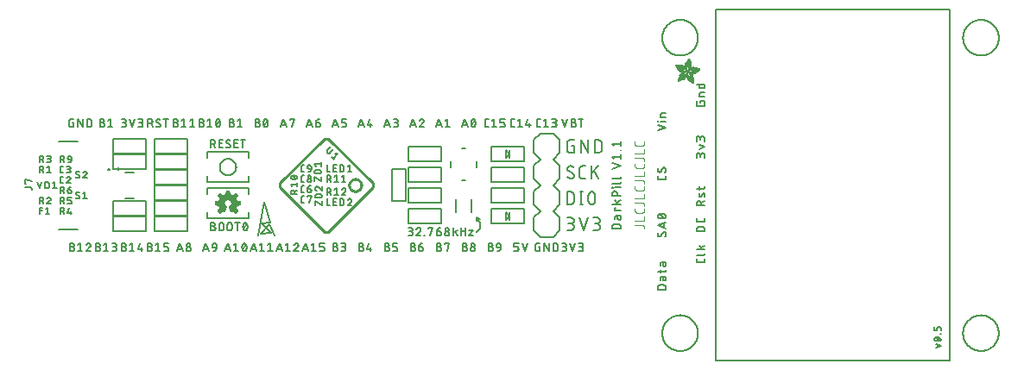
<source format=gbr>
G04 EAGLE Gerber RS-274X export*
G75*
%MOMM*%
%FSLAX34Y34*%
%LPD*%
%INSilkscreen Top*%
%IPPOS*%
%AMOC8*
5,1,8,0,0,1.08239X$1,22.5*%
G01*
%ADD10C,0.203200*%
%ADD11C,0.127000*%
%ADD12C,0.152400*%
%ADD13C,0.076200*%
%ADD14C,0.177800*%
%ADD15C,0.254000*%
%ADD16R,0.034300X0.003800*%
%ADD17R,0.057200X0.003800*%
%ADD18R,0.076200X0.003800*%
%ADD19R,0.091400X0.003800*%
%ADD20R,0.102900X0.003800*%
%ADD21R,0.114300X0.003900*%
%ADD22R,0.129500X0.003800*%
%ADD23R,0.137200X0.003800*%
%ADD24R,0.144800X0.003800*%
%ADD25R,0.152400X0.003800*%
%ADD26R,0.160000X0.003800*%
%ADD27R,0.171500X0.003800*%
%ADD28R,0.175300X0.003800*%
%ADD29R,0.182900X0.003800*%
%ADD30R,0.190500X0.003800*%
%ADD31R,0.194300X0.003900*%
%ADD32R,0.201900X0.003800*%
%ADD33R,0.209500X0.003800*%
%ADD34R,0.213400X0.003800*%
%ADD35R,0.221000X0.003800*%
%ADD36R,0.224800X0.003800*%
%ADD37R,0.232400X0.003800*%
%ADD38R,0.240000X0.003800*%
%ADD39R,0.243800X0.003800*%
%ADD40R,0.247600X0.003800*%
%ADD41R,0.255300X0.003900*%
%ADD42R,0.259100X0.003800*%
%ADD43R,0.262900X0.003800*%
%ADD44R,0.270500X0.003800*%
%ADD45R,0.274300X0.003800*%
%ADD46R,0.281900X0.003800*%
%ADD47R,0.285700X0.003800*%
%ADD48R,0.289500X0.003800*%
%ADD49R,0.297200X0.003800*%
%ADD50R,0.301000X0.003800*%
%ADD51R,0.304800X0.003900*%
%ADD52R,0.312400X0.003800*%
%ADD53R,0.316200X0.003800*%
%ADD54R,0.320000X0.003800*%
%ADD55R,0.327600X0.003800*%
%ADD56R,0.331500X0.003800*%
%ADD57R,0.339100X0.003800*%
%ADD58R,0.342900X0.003800*%
%ADD59R,0.346700X0.003800*%
%ADD60R,0.354300X0.003800*%
%ADD61R,0.358100X0.003900*%
%ADD62R,0.361900X0.003800*%
%ADD63R,0.369600X0.003800*%
%ADD64R,0.373400X0.003800*%
%ADD65R,0.377200X0.003800*%
%ADD66R,0.384800X0.003800*%
%ADD67R,0.388600X0.003800*%
%ADD68R,0.396200X0.003800*%
%ADD69R,0.400000X0.003800*%
%ADD70R,0.403800X0.003800*%
%ADD71R,0.411500X0.003900*%
%ADD72R,0.415300X0.003800*%
%ADD73R,0.419100X0.003800*%
%ADD74R,0.045700X0.003800*%
%ADD75R,0.426700X0.003800*%
%ADD76R,0.072400X0.003800*%
%ADD77R,0.430500X0.003800*%
%ADD78R,0.095300X0.003800*%
%ADD79R,0.438100X0.003800*%
%ADD80R,0.110500X0.003800*%
%ADD81R,0.441900X0.003800*%
%ADD82R,0.445800X0.003800*%
%ADD83R,0.144700X0.003800*%
%ADD84R,0.453400X0.003800*%
%ADD85R,0.457200X0.003800*%
%ADD86R,0.175300X0.003900*%
%ADD87R,0.461000X0.003900*%
%ADD88R,0.468600X0.003800*%
%ADD89R,0.205800X0.003800*%
%ADD90R,0.472400X0.003800*%
%ADD91R,0.217200X0.003800*%
%ADD92R,0.476200X0.003800*%
%ADD93R,0.483900X0.003800*%
%ADD94R,0.247700X0.003800*%
%ADD95R,0.487700X0.003800*%
%ADD96R,0.495300X0.003800*%
%ADD97R,0.499100X0.003800*%
%ADD98R,0.502900X0.003800*%
%ADD99R,0.510500X0.003800*%
%ADD100R,0.308600X0.003900*%
%ADD101R,0.514300X0.003900*%
%ADD102R,0.323800X0.003800*%
%ADD103R,0.518100X0.003800*%
%ADD104R,0.335300X0.003800*%
%ADD105R,0.525800X0.003800*%
%ADD106R,0.529600X0.003800*%
%ADD107R,0.358100X0.003800*%
%ADD108R,0.533400X0.003800*%
%ADD109R,0.537200X0.003800*%
%ADD110R,0.381000X0.003800*%
%ADD111R,0.544800X0.003800*%
%ADD112R,0.392400X0.003800*%
%ADD113R,0.548600X0.003800*%
%ADD114R,0.552400X0.003800*%
%ADD115R,0.556200X0.003800*%
%ADD116R,0.422900X0.003900*%
%ADD117R,0.560100X0.003900*%
%ADD118R,0.434300X0.003800*%
%ADD119R,0.563900X0.003800*%
%ADD120R,0.567700X0.003800*%
%ADD121R,0.461000X0.003800*%
%ADD122R,0.571500X0.003800*%
%ADD123R,0.575300X0.003800*%
%ADD124R,0.480100X0.003800*%
%ADD125R,0.579100X0.003800*%
%ADD126R,0.491500X0.003800*%
%ADD127R,0.582900X0.003800*%
%ADD128R,0.586700X0.003800*%
%ADD129R,0.510600X0.003800*%
%ADD130R,0.590500X0.003800*%
%ADD131R,0.522000X0.003800*%
%ADD132R,0.594300X0.003800*%
%ADD133R,0.533400X0.003900*%
%ADD134R,0.598200X0.003900*%
%ADD135R,0.541000X0.003800*%
%ADD136R,0.602000X0.003800*%
%ADD137R,0.552500X0.003800*%
%ADD138R,0.605800X0.003800*%
%ADD139R,0.560100X0.003800*%
%ADD140R,0.609600X0.003800*%
%ADD141R,0.613400X0.003800*%
%ADD142R,0.583000X0.003800*%
%ADD143R,0.617200X0.003800*%
%ADD144R,0.594400X0.003800*%
%ADD145R,0.621000X0.003800*%
%ADD146R,0.598200X0.003800*%
%ADD147R,0.624800X0.003800*%
%ADD148R,0.613500X0.003900*%
%ADD149R,0.628600X0.003900*%
%ADD150R,0.632400X0.003800*%
%ADD151R,0.628600X0.003800*%
%ADD152R,0.636300X0.003800*%
%ADD153R,0.640100X0.003800*%
%ADD154R,0.636200X0.003800*%
%ADD155R,0.643900X0.003800*%
%ADD156R,0.647700X0.003800*%
%ADD157R,0.651500X0.003800*%
%ADD158R,0.659100X0.003800*%
%ADD159R,0.659100X0.003900*%
%ADD160R,0.655300X0.003900*%
%ADD161R,0.662900X0.003800*%
%ADD162R,0.655300X0.003800*%
%ADD163R,0.670500X0.003800*%
%ADD164R,0.670600X0.003800*%
%ADD165R,0.674400X0.003800*%
%ADD166R,0.682000X0.003800*%
%ADD167R,0.666700X0.003800*%
%ADD168R,0.685800X0.003800*%
%ADD169R,0.689600X0.003800*%
%ADD170R,0.693400X0.003900*%
%ADD171R,0.674400X0.003900*%
%ADD172R,0.697200X0.003800*%
%ADD173R,0.678200X0.003800*%
%ADD174R,0.697300X0.003800*%
%ADD175R,0.701100X0.003800*%
%ADD176R,0.704900X0.003800*%
%ADD177R,0.708700X0.003800*%
%ADD178R,0.712500X0.003800*%
%ADD179R,0.716300X0.003800*%
%ADD180R,0.720100X0.003900*%
%ADD181R,0.689600X0.003900*%
%ADD182R,0.720000X0.003800*%
%ADD183R,0.693400X0.003800*%
%ADD184R,0.723900X0.003800*%
%ADD185R,0.727700X0.003800*%
%ADD186R,0.731500X0.003800*%
%ADD187R,0.701000X0.003800*%
%ADD188R,0.735300X0.003800*%
%ADD189R,0.731500X0.003900*%
%ADD190R,0.701000X0.003900*%
%ADD191R,0.704800X0.003800*%
%ADD192R,0.739100X0.003800*%
%ADD193R,0.743000X0.003800*%
%ADD194R,0.739200X0.003800*%
%ADD195R,0.743000X0.003900*%
%ADD196R,0.704800X0.003900*%
%ADD197R,0.746800X0.003800*%
%ADD198R,0.746800X0.003900*%
%ADD199R,0.742900X0.003800*%
%ADD200R,0.746700X0.003800*%
%ADD201R,0.746700X0.003900*%
%ADD202R,1.428800X0.003800*%
%ADD203R,1.424900X0.003800*%
%ADD204R,1.421100X0.003900*%
%ADD205R,1.421100X0.003800*%
%ADD206R,1.417300X0.003800*%
%ADD207R,1.413500X0.003800*%
%ADD208R,1.409700X0.003800*%
%ADD209R,1.405900X0.003800*%
%ADD210R,1.402100X0.003800*%
%ADD211R,1.398300X0.003800*%
%ADD212R,0.983000X0.003900*%
%ADD213R,0.384800X0.003900*%
%ADD214R,0.971600X0.003800*%
%ADD215R,0.963900X0.003800*%
%ADD216R,0.956300X0.003800*%
%ADD217R,0.365800X0.003800*%
%ADD218R,0.952500X0.003800*%
%ADD219R,0.941000X0.003800*%
%ADD220R,0.358200X0.003800*%
%ADD221R,0.937200X0.003800*%
%ADD222R,0.933400X0.003800*%
%ADD223R,0.354400X0.003800*%
%ADD224R,0.925800X0.003800*%
%ADD225R,0.350500X0.003800*%
%ADD226R,0.922000X0.003800*%
%ADD227R,0.918200X0.003900*%
%ADD228R,0.346700X0.003900*%
%ADD229R,0.910600X0.003800*%
%ADD230R,0.906800X0.003800*%
%ADD231R,0.903000X0.003800*%
%ADD232R,0.339000X0.003800*%
%ADD233R,0.895300X0.003800*%
%ADD234R,0.335200X0.003800*%
%ADD235R,0.887700X0.003800*%
%ADD236R,0.883900X0.003800*%
%ADD237R,0.331400X0.003800*%
%ADD238R,0.880100X0.003800*%
%ADD239R,0.876300X0.003800*%
%ADD240R,0.468600X0.003900*%
%ADD241R,0.396200X0.003900*%
%ADD242R,0.323800X0.003900*%
%ADD243R,0.449600X0.003800*%
%ADD244R,0.323900X0.003800*%
%ADD245R,0.442000X0.003800*%
%ADD246R,0.434400X0.003800*%
%ADD247R,0.320100X0.003800*%
%ADD248R,0.316300X0.003800*%
%ADD249R,0.426800X0.003800*%
%ADD250R,0.327700X0.003800*%
%ADD251R,0.312500X0.003800*%
%ADD252R,0.422900X0.003800*%
%ADD253R,0.308600X0.003800*%
%ADD254R,0.293400X0.003800*%
%ADD255R,0.304800X0.003800*%
%ADD256R,0.419100X0.003900*%
%ADD257R,0.285700X0.003900*%
%ADD258R,0.301000X0.003900*%
%ADD259R,0.411500X0.003800*%
%ADD260R,0.407700X0.003800*%
%ADD261R,0.289600X0.003800*%
%ADD262R,0.285800X0.003800*%
%ADD263R,0.403900X0.003800*%
%ADD264R,0.228600X0.003800*%
%ADD265R,0.403900X0.003900*%
%ADD266R,0.221000X0.003900*%
%ADD267R,0.278100X0.003900*%
%ADD268R,0.400100X0.003800*%
%ADD269R,0.209600X0.003800*%
%ADD270R,0.266700X0.003800*%
%ADD271R,0.038100X0.003800*%
%ADD272R,0.194300X0.003800*%
%ADD273R,0.148600X0.003800*%
%ADD274R,0.259000X0.003800*%
%ADD275R,0.182800X0.003800*%
%ADD276R,0.186700X0.003800*%
%ADD277R,0.251400X0.003800*%
%ADD278R,0.179100X0.003800*%
%ADD279R,0.236200X0.003800*%
%ADD280R,0.243900X0.003900*%
%ADD281R,0.282000X0.003900*%
%ADD282R,0.167700X0.003800*%
%ADD283R,0.236300X0.003800*%
%ADD284R,0.396300X0.003800*%
%ADD285R,0.163900X0.003800*%
%ADD286R,0.392500X0.003800*%
%ADD287R,0.160100X0.003800*%
%ADD288R,0.586800X0.003800*%
%ADD289R,0.148500X0.003800*%
%ADD290R,0.140900X0.003800*%
%ADD291R,0.392400X0.003900*%
%ADD292R,0.140900X0.003900*%
%ADD293R,0.647700X0.003900*%
%ADD294R,0.133300X0.003800*%
%ADD295R,0.674300X0.003800*%
%ADD296R,0.388700X0.003800*%
%ADD297R,0.125700X0.003800*%
%ADD298R,0.121900X0.003800*%
%ADD299R,0.720100X0.003800*%
%ADD300R,0.118100X0.003800*%
%ADD301R,0.118100X0.003900*%
%ADD302R,0.739100X0.003900*%
%ADD303R,0.114300X0.003800*%
%ADD304R,0.754400X0.003800*%
%ADD305R,0.765800X0.003800*%
%ADD306R,0.773400X0.003800*%
%ADD307R,0.784800X0.003800*%
%ADD308R,0.118200X0.003800*%
%ADD309R,0.792500X0.003800*%
%ADD310R,0.803900X0.003800*%
%ADD311R,0.122000X0.003800*%
%ADD312R,0.815400X0.003800*%
%ADD313R,0.125800X0.003800*%
%ADD314R,0.826800X0.003800*%
%ADD315R,0.369500X0.003900*%
%ADD316R,0.133400X0.003900*%
%ADD317R,0.842000X0.003900*%
%ADD318R,0.365700X0.003800*%
%ADD319R,1.009700X0.003800*%
%ADD320R,1.013500X0.003800*%
%ADD321R,0.362000X0.003800*%
%ADD322R,1.024900X0.003800*%
%ADD323R,1.028700X0.003800*%
%ADD324R,1.036300X0.003800*%
%ADD325R,1.047800X0.003800*%
%ADD326R,1.055400X0.003800*%
%ADD327R,1.070600X0.003800*%
%ADD328R,0.030500X0.003800*%
%ADD329R,1.436400X0.003800*%
%ADD330R,1.562100X0.003900*%
%ADD331R,1.588700X0.003800*%
%ADD332R,1.607800X0.003800*%
%ADD333R,1.626900X0.003800*%
%ADD334R,1.642100X0.003800*%
%ADD335R,1.657400X0.003800*%
%ADD336R,1.676400X0.003800*%
%ADD337R,1.687800X0.003800*%
%ADD338R,1.703000X0.003800*%
%ADD339R,1.714500X0.003800*%
%ADD340R,1.726000X0.003900*%
%ADD341R,1.741200X0.003800*%
%ADD342R,0.914400X0.003800*%
%ADD343R,0.769600X0.003800*%
%ADD344R,0.884000X0.003800*%
%ADD345R,0.712400X0.003800*%
%ADD346R,0.880100X0.003900*%
%ADD347R,0.887800X0.003800*%
%ADD348R,0.891600X0.003800*%
%ADD349R,0.895400X0.003800*%
%ADD350R,0.251500X0.003800*%
%ADD351R,0.579200X0.003900*%
%ADD352R,0.243900X0.003800*%
%ADD353R,0.556300X0.003800*%
%ADD354R,0.255200X0.003800*%
%ADD355R,0.529500X0.003800*%
%ADD356R,0.731600X0.003800*%
%ADD357R,0.525800X0.003900*%
%ADD358R,0.281900X0.003900*%
%ADD359R,0.735400X0.003900*%
%ADD360R,0.300900X0.003800*%
%ADD361R,0.762000X0.003800*%
%ADD362R,0.518200X0.003800*%
%ADD363R,0.350600X0.003800*%
%ADD364R,0.796300X0.003800*%
%ADD365R,0.807800X0.003800*%
%ADD366R,0.506700X0.003800*%
%ADD367R,0.849600X0.003800*%
%ADD368R,0.506700X0.003900*%
%ADD369R,1.371600X0.003900*%
%ADD370R,1.207800X0.003800*%
%ADD371R,0.503000X0.003800*%
%ADD372R,0.141000X0.003800*%
%ADD373R,1.203900X0.003800*%
%ADD374R,1.204000X0.003800*%
%ADD375R,1.200200X0.003800*%
%ADD376R,0.499100X0.003900*%
%ADD377R,0.156200X0.003900*%
%ADD378R,1.196400X0.003900*%
%ADD379R,1.196400X0.003800*%
%ADD380R,0.163800X0.003800*%
%ADD381R,0.167600X0.003800*%
%ADD382R,1.192500X0.003800*%
%ADD383R,0.499200X0.003800*%
%ADD384R,1.188700X0.003800*%
%ADD385R,0.506800X0.003800*%
%ADD386R,1.184900X0.003800*%
%ADD387R,0.510600X0.003900*%
%ADD388R,0.209600X0.003900*%
%ADD389R,1.181100X0.003900*%
%ADD390R,0.514400X0.003800*%
%ADD391R,1.181100X0.003800*%
%ADD392R,1.177300X0.003800*%
%ADD393R,0.240100X0.003800*%
%ADD394R,1.173500X0.003800*%
%ADD395R,1.169700X0.003800*%
%ADD396R,1.165900X0.003800*%
%ADD397R,1.162100X0.003800*%
%ADD398R,0.929700X0.003900*%
%ADD399R,1.162100X0.003900*%
%ADD400R,0.929700X0.003800*%
%ADD401R,1.154500X0.003800*%
%ADD402R,0.933500X0.003800*%
%ADD403R,1.150600X0.003800*%
%ADD404R,0.937300X0.003800*%
%ADD405R,1.146800X0.003800*%
%ADD406R,0.941100X0.003800*%
%ADD407R,1.139200X0.003800*%
%ADD408R,0.944900X0.003800*%
%ADD409R,1.135400X0.003800*%
%ADD410R,0.948700X0.003800*%
%ADD411R,1.127800X0.003800*%
%ADD412R,1.124000X0.003800*%
%ADD413R,1.116400X0.003800*%
%ADD414R,0.956300X0.003900*%
%ADD415R,1.104900X0.003900*%
%ADD416R,0.960100X0.003800*%
%ADD417R,1.093500X0.003800*%
%ADD418R,1.085900X0.003800*%
%ADD419R,0.967800X0.003800*%
%ADD420R,1.074500X0.003800*%
%ADD421R,1.063000X0.003800*%
%ADD422R,0.975400X0.003800*%
%ADD423R,1.036400X0.003800*%
%ADD424R,0.979200X0.003800*%
%ADD425R,1.021000X0.003800*%
%ADD426R,0.983000X0.003800*%
%ADD427R,1.009600X0.003800*%
%ADD428R,0.986800X0.003800*%
%ADD429R,0.998200X0.003800*%
%ADD430R,0.990600X0.003900*%
%ADD431R,0.986700X0.003900*%
%ADD432R,0.994400X0.003800*%
%ADD433R,0.975300X0.003800*%
%ADD434R,0.948600X0.003800*%
%ADD435R,1.002000X0.003800*%
%ADD436R,0.213300X0.003800*%
%ADD437R,0.217100X0.003800*%
%ADD438R,1.017300X0.003800*%
%ADD439R,0.666800X0.003800*%
%ADD440R,0.220900X0.003800*%
%ADD441R,1.028700X0.003900*%
%ADD442R,0.224700X0.003900*%
%ADD443R,1.032500X0.003800*%
%ADD444R,1.040100X0.003800*%
%ADD445R,1.043900X0.003800*%
%ADD446R,0.548700X0.003800*%
%ADD447R,1.051500X0.003800*%
%ADD448R,1.055300X0.003800*%
%ADD449R,1.059100X0.003800*%
%ADD450R,1.062900X0.003800*%
%ADD451R,0.255300X0.003800*%
%ADD452R,1.066800X0.003900*%
%ADD453R,0.259100X0.003900*%
%ADD454R,0.457200X0.003900*%
%ADD455R,0.423000X0.003800*%
%ADD456R,1.082100X0.003800*%
%ADD457R,0.274400X0.003800*%
%ADD458R,0.278200X0.003800*%
%ADD459R,1.101100X0.003800*%
%ADD460R,0.278100X0.003800*%
%ADD461R,0.876300X0.003900*%
%ADD462R,0.236200X0.003900*%
%ADD463R,0.289600X0.003900*%
%ADD464R,0.247700X0.003900*%
%ADD465R,0.049500X0.003800*%
%ADD466R,0.640100X0.003900*%
%ADD467R,0.659200X0.003800*%
%ADD468R,0.663000X0.003800*%
%ADD469R,0.872500X0.003900*%
%ADD470R,0.666800X0.003900*%
%ADD471R,0.872500X0.003800*%
%ADD472R,0.868700X0.003800*%
%ADD473R,0.864900X0.003800*%
%ADD474R,0.861100X0.003800*%
%ADD475R,0.857300X0.003800*%
%ADD476R,0.853400X0.003800*%
%ADD477R,0.845800X0.003800*%
%ADD478R,0.682000X0.003900*%
%ADD479R,0.842000X0.003800*%
%ADD480R,0.834400X0.003800*%
%ADD481R,0.823000X0.003800*%
%ADD482R,0.815300X0.003800*%
%ADD483R,0.811500X0.003800*%
%ADD484R,0.788700X0.003800*%
%ADD485R,0.777300X0.003900*%
%ADD486R,0.750600X0.003800*%
%ADD487R,0.735400X0.003800*%
%ADD488R,0.727800X0.003800*%
%ADD489R,0.628700X0.003800*%
%ADD490R,0.575400X0.003800*%
%ADD491R,0.670600X0.003900*%
%ADD492R,0.655400X0.003800*%
%ADD493R,0.651500X0.003900*%
%ADD494R,0.624800X0.003900*%
%ADD495R,0.594400X0.003900*%
%ADD496R,0.563900X0.003900*%
%ADD497R,0.541100X0.003800*%
%ADD498R,0.537300X0.003800*%
%ADD499R,0.525700X0.003800*%
%ADD500R,0.525700X0.003900*%
%ADD501R,0.514300X0.003800*%
%ADD502R,0.480100X0.003900*%
%ADD503R,0.464800X0.003800*%
%ADD504R,0.442000X0.003900*%
%ADD505R,0.438200X0.003800*%
%ADD506R,0.430600X0.003800*%
%ADD507R,0.407600X0.003800*%
%ADD508R,0.403800X0.003900*%
%ADD509R,0.365700X0.003900*%
%ADD510R,0.327700X0.003900*%
%ADD511R,0.243800X0.003900*%
%ADD512R,0.205800X0.003900*%
%ADD513R,0.198100X0.003800*%
%ADD514R,0.163800X0.003900*%
%ADD515R,0.137100X0.003800*%
%ADD516R,0.091500X0.003900*%
%ADD517R,0.060900X0.003800*%

G36*
X-88906Y-28073D02*
X-88906Y-28073D01*
X-88836Y-28067D01*
X-88821Y-28058D01*
X-88804Y-28055D01*
X-88698Y-27983D01*
X-88688Y-27977D01*
X-88687Y-27975D01*
X-88686Y-27974D01*
X-86386Y-25674D01*
X-86378Y-25661D01*
X-86377Y-25660D01*
X-86375Y-25658D01*
X-86373Y-25654D01*
X-86354Y-25638D01*
X-86328Y-25581D01*
X-86295Y-25527D01*
X-86292Y-25503D01*
X-86282Y-25480D01*
X-86284Y-25418D01*
X-86278Y-25355D01*
X-86287Y-25332D01*
X-86288Y-25307D01*
X-86328Y-25225D01*
X-86340Y-25194D01*
X-86346Y-25188D01*
X-86351Y-25179D01*
X-88296Y-22585D01*
X-88286Y-22574D01*
X-88267Y-22544D01*
X-88215Y-22476D01*
X-88115Y-22276D01*
X-88111Y-22260D01*
X-88102Y-22247D01*
X-88076Y-22113D01*
X-88075Y-22108D01*
X-88075Y-22107D01*
X-88075Y-22106D01*
X-88075Y-22096D01*
X-88042Y-22031D01*
X-87986Y-21974D01*
X-87967Y-21944D01*
X-87915Y-21876D01*
X-87815Y-21676D01*
X-87811Y-21660D01*
X-87802Y-21647D01*
X-87776Y-21513D01*
X-87775Y-21508D01*
X-87775Y-21507D01*
X-87775Y-21506D01*
X-87775Y-21496D01*
X-87615Y-21176D01*
X-87611Y-21160D01*
X-87602Y-21147D01*
X-87576Y-21013D01*
X-87575Y-21008D01*
X-87575Y-21007D01*
X-87575Y-21006D01*
X-87575Y-20996D01*
X-87515Y-20876D01*
X-87511Y-20860D01*
X-87502Y-20847D01*
X-87476Y-20713D01*
X-87475Y-20708D01*
X-87475Y-20707D01*
X-87475Y-20706D01*
X-87475Y-20696D01*
X-87415Y-20576D01*
X-87411Y-20560D01*
X-87402Y-20547D01*
X-87382Y-20445D01*
X-84090Y-19880D01*
X-84072Y-19873D01*
X-84053Y-19872D01*
X-83993Y-19839D01*
X-83931Y-19813D01*
X-83918Y-19798D01*
X-83901Y-19789D01*
X-83862Y-19733D01*
X-83818Y-19682D01*
X-83813Y-19663D01*
X-83802Y-19647D01*
X-83780Y-19536D01*
X-83775Y-19514D01*
X-83776Y-19510D01*
X-83775Y-19506D01*
X-83775Y-16306D01*
X-83779Y-16287D01*
X-83777Y-16266D01*
X-83788Y-16234D01*
X-83789Y-16228D01*
X-83794Y-16218D01*
X-83799Y-16203D01*
X-83814Y-16138D01*
X-83827Y-16122D01*
X-83834Y-16103D01*
X-83882Y-16056D01*
X-83924Y-16004D01*
X-83943Y-15996D01*
X-83957Y-15982D01*
X-84059Y-15944D01*
X-84082Y-15934D01*
X-84087Y-15934D01*
X-84092Y-15932D01*
X-87375Y-15385D01*
X-87375Y-15306D01*
X-87392Y-15232D01*
X-87406Y-15157D01*
X-87412Y-15147D01*
X-87414Y-15138D01*
X-87437Y-15110D01*
X-87475Y-15055D01*
X-87475Y-15006D01*
X-87492Y-14932D01*
X-87506Y-14857D01*
X-87512Y-14847D01*
X-87514Y-14838D01*
X-87537Y-14810D01*
X-87586Y-14738D01*
X-87642Y-14682D01*
X-87675Y-14617D01*
X-87675Y-14506D01*
X-87692Y-14432D01*
X-87706Y-14357D01*
X-87712Y-14347D01*
X-87714Y-14338D01*
X-87737Y-14310D01*
X-87775Y-14255D01*
X-87775Y-14206D01*
X-87792Y-14132D01*
X-87806Y-14057D01*
X-87812Y-14047D01*
X-87814Y-14038D01*
X-87837Y-14010D01*
X-87886Y-13938D01*
X-87942Y-13882D01*
X-88015Y-13737D01*
X-88038Y-13709D01*
X-88075Y-13655D01*
X-88075Y-13606D01*
X-88092Y-13532D01*
X-88106Y-13457D01*
X-88112Y-13447D01*
X-88114Y-13438D01*
X-88137Y-13410D01*
X-88186Y-13338D01*
X-88242Y-13282D01*
X-88282Y-13202D01*
X-86347Y-10529D01*
X-86337Y-10505D01*
X-86320Y-10486D01*
X-86304Y-10426D01*
X-86280Y-10369D01*
X-86282Y-10344D01*
X-86275Y-10319D01*
X-86287Y-10258D01*
X-86291Y-10196D01*
X-86304Y-10174D01*
X-86309Y-10149D01*
X-86360Y-10077D01*
X-86378Y-10047D01*
X-86385Y-10042D01*
X-86392Y-10032D01*
X-88692Y-7832D01*
X-88703Y-7826D01*
X-88711Y-7815D01*
X-88777Y-7782D01*
X-88841Y-7744D01*
X-88854Y-7743D01*
X-88865Y-7738D01*
X-88939Y-7737D01*
X-89013Y-7732D01*
X-89025Y-7737D01*
X-89038Y-7737D01*
X-89169Y-7794D01*
X-91843Y-9638D01*
X-91984Y-9567D01*
X-92000Y-9563D01*
X-92013Y-9554D01*
X-92147Y-9528D01*
X-92153Y-9527D01*
X-92154Y-9527D01*
X-92164Y-9527D01*
X-92229Y-9495D01*
X-92286Y-9438D01*
X-92316Y-9419D01*
X-92384Y-9367D01*
X-92584Y-9267D01*
X-92600Y-9263D01*
X-92613Y-9254D01*
X-92747Y-9228D01*
X-92753Y-9227D01*
X-92754Y-9227D01*
X-92764Y-9227D01*
X-92829Y-9195D01*
X-92886Y-9138D01*
X-92951Y-9098D01*
X-93013Y-9054D01*
X-93025Y-9052D01*
X-93033Y-9047D01*
X-93068Y-9044D01*
X-93154Y-9027D01*
X-93264Y-9027D01*
X-93384Y-8967D01*
X-93400Y-8963D01*
X-93413Y-8954D01*
X-93547Y-8928D01*
X-93553Y-8927D01*
X-93554Y-8927D01*
X-93564Y-8927D01*
X-93684Y-8867D01*
X-93700Y-8863D01*
X-93713Y-8854D01*
X-93847Y-8828D01*
X-93853Y-8827D01*
X-93854Y-8827D01*
X-93864Y-8827D01*
X-93984Y-8767D01*
X-94000Y-8763D01*
X-94013Y-8754D01*
X-94030Y-8751D01*
X-94580Y-5542D01*
X-94588Y-5524D01*
X-94589Y-5505D01*
X-94621Y-5446D01*
X-94648Y-5383D01*
X-94662Y-5370D01*
X-94672Y-5353D01*
X-94727Y-5314D01*
X-94779Y-5270D01*
X-94798Y-5265D01*
X-94813Y-5254D01*
X-94924Y-5233D01*
X-94946Y-5227D01*
X-94950Y-5228D01*
X-94954Y-5227D01*
X-98154Y-5227D01*
X-98173Y-5231D01*
X-98192Y-5229D01*
X-98256Y-5251D01*
X-98322Y-5267D01*
X-98337Y-5279D01*
X-98356Y-5285D01*
X-98404Y-5333D01*
X-98456Y-5377D01*
X-98464Y-5394D01*
X-98477Y-5408D01*
X-98517Y-5514D01*
X-98526Y-5535D01*
X-98526Y-5538D01*
X-98528Y-5542D01*
X-99086Y-8798D01*
X-99144Y-8827D01*
X-99254Y-8827D01*
X-99328Y-8845D01*
X-99404Y-8858D01*
X-99413Y-8864D01*
X-99422Y-8867D01*
X-99450Y-8889D01*
X-99506Y-8927D01*
X-99554Y-8927D01*
X-99570Y-8931D01*
X-99586Y-8928D01*
X-99717Y-8965D01*
X-99722Y-8967D01*
X-99723Y-8967D01*
X-99724Y-8967D01*
X-99844Y-9027D01*
X-99854Y-9027D01*
X-99870Y-9031D01*
X-99886Y-9028D01*
X-100017Y-9065D01*
X-100022Y-9067D01*
X-100023Y-9067D01*
X-100024Y-9067D01*
X-100224Y-9167D01*
X-100251Y-9190D01*
X-100306Y-9227D01*
X-100354Y-9227D01*
X-100428Y-9245D01*
X-100504Y-9258D01*
X-100513Y-9264D01*
X-100522Y-9267D01*
X-100550Y-9289D01*
X-100622Y-9338D01*
X-100679Y-9395D01*
X-100824Y-9467D01*
X-100851Y-9490D01*
X-100906Y-9527D01*
X-100954Y-9527D01*
X-101028Y-9545D01*
X-101104Y-9558D01*
X-101113Y-9564D01*
X-101122Y-9567D01*
X-101150Y-9589D01*
X-101222Y-9638D01*
X-101240Y-9656D01*
X-103939Y-7794D01*
X-103955Y-7788D01*
X-103967Y-7776D01*
X-104035Y-7757D01*
X-104100Y-7731D01*
X-104117Y-7732D01*
X-104133Y-7728D01*
X-104202Y-7740D01*
X-104272Y-7746D01*
X-104287Y-7755D01*
X-104304Y-7758D01*
X-104410Y-7830D01*
X-104420Y-7836D01*
X-104421Y-7837D01*
X-104422Y-7838D01*
X-106622Y-10038D01*
X-106631Y-10053D01*
X-106645Y-10063D01*
X-106677Y-10126D01*
X-106713Y-10185D01*
X-106715Y-10202D01*
X-106723Y-10218D01*
X-106723Y-10288D01*
X-106730Y-10357D01*
X-106724Y-10373D01*
X-106724Y-10391D01*
X-106672Y-10508D01*
X-106668Y-10519D01*
X-106667Y-10520D01*
X-106666Y-10522D01*
X-104815Y-13205D01*
X-104817Y-13220D01*
X-104833Y-13306D01*
X-104833Y-13356D01*
X-104841Y-13369D01*
X-104893Y-13437D01*
X-104966Y-13582D01*
X-105022Y-13638D01*
X-105062Y-13703D01*
X-105106Y-13766D01*
X-105108Y-13777D01*
X-105113Y-13785D01*
X-105117Y-13820D01*
X-105133Y-13906D01*
X-105133Y-13956D01*
X-105141Y-13969D01*
X-105193Y-14037D01*
X-105293Y-14237D01*
X-105297Y-14252D01*
X-105306Y-14266D01*
X-105323Y-14353D01*
X-105326Y-14361D01*
X-105326Y-14369D01*
X-105332Y-14400D01*
X-105333Y-14405D01*
X-105333Y-14406D01*
X-105333Y-14417D01*
X-105493Y-14737D01*
X-105497Y-14752D01*
X-105506Y-14766D01*
X-105532Y-14900D01*
X-105533Y-14905D01*
X-105533Y-14906D01*
X-105533Y-14917D01*
X-105593Y-15037D01*
X-105597Y-15052D01*
X-105606Y-15066D01*
X-105615Y-15111D01*
X-105619Y-15119D01*
X-105618Y-15129D01*
X-105632Y-15200D01*
X-105633Y-15205D01*
X-105633Y-15206D01*
X-105633Y-15217D01*
X-105693Y-15337D01*
X-105697Y-15352D01*
X-105706Y-15366D01*
X-105709Y-15382D01*
X-108918Y-15933D01*
X-108936Y-15940D01*
X-108955Y-15941D01*
X-109015Y-15973D01*
X-109077Y-16000D01*
X-109090Y-16015D01*
X-109107Y-16024D01*
X-109146Y-16079D01*
X-109190Y-16131D01*
X-109195Y-16150D01*
X-109206Y-16166D01*
X-109222Y-16247D01*
X-109226Y-16257D01*
X-109226Y-16269D01*
X-109228Y-16277D01*
X-109233Y-16299D01*
X-109232Y-16302D01*
X-109233Y-16306D01*
X-109233Y-19506D01*
X-109229Y-19525D01*
X-109231Y-19544D01*
X-109209Y-19609D01*
X-109194Y-19675D01*
X-109181Y-19690D01*
X-109175Y-19708D01*
X-109127Y-19756D01*
X-109084Y-19808D01*
X-109066Y-19816D01*
X-109052Y-19830D01*
X-108946Y-19870D01*
X-108926Y-19879D01*
X-108922Y-19879D01*
X-108918Y-19880D01*
X-105662Y-20438D01*
X-105633Y-20496D01*
X-105633Y-20606D01*
X-105616Y-20681D01*
X-105602Y-20756D01*
X-105596Y-20766D01*
X-105594Y-20775D01*
X-105571Y-20802D01*
X-105533Y-20858D01*
X-105533Y-20906D01*
X-105520Y-20962D01*
X-105519Y-20981D01*
X-105514Y-20991D01*
X-105502Y-21056D01*
X-105496Y-21066D01*
X-105494Y-21075D01*
X-105471Y-21102D01*
X-105422Y-21174D01*
X-105366Y-21231D01*
X-105333Y-21296D01*
X-105333Y-21406D01*
X-105316Y-21481D01*
X-105302Y-21556D01*
X-105296Y-21566D01*
X-105294Y-21575D01*
X-105271Y-21602D01*
X-105233Y-21658D01*
X-105233Y-21706D01*
X-105216Y-21781D01*
X-105202Y-21856D01*
X-105196Y-21866D01*
X-105194Y-21875D01*
X-105171Y-21902D01*
X-105122Y-21974D01*
X-105066Y-22031D01*
X-104993Y-22176D01*
X-104970Y-22204D01*
X-104927Y-22267D01*
X-104925Y-22271D01*
X-104924Y-22271D01*
X-104922Y-22274D01*
X-104866Y-22331D01*
X-104833Y-22396D01*
X-104833Y-22406D01*
X-104830Y-22422D01*
X-104832Y-22438D01*
X-104820Y-22480D01*
X-104819Y-22498D01*
X-104810Y-22515D01*
X-104795Y-22569D01*
X-104795Y-22571D01*
X-106663Y-25186D01*
X-106669Y-25201D01*
X-106680Y-25212D01*
X-106701Y-25280D01*
X-106728Y-25346D01*
X-106727Y-25362D01*
X-106732Y-25377D01*
X-106721Y-25447D01*
X-106716Y-25519D01*
X-106708Y-25532D01*
X-106706Y-25548D01*
X-106631Y-25664D01*
X-106629Y-25668D01*
X-106628Y-25668D01*
X-104428Y-27968D01*
X-104410Y-27980D01*
X-104397Y-27997D01*
X-104338Y-28027D01*
X-104283Y-28063D01*
X-104262Y-28065D01*
X-104243Y-28075D01*
X-104177Y-28075D01*
X-104111Y-28083D01*
X-104091Y-28076D01*
X-104070Y-28076D01*
X-103975Y-28034D01*
X-103948Y-28025D01*
X-103945Y-28021D01*
X-103939Y-28019D01*
X-101218Y-26142D01*
X-101195Y-26159D01*
X-101183Y-26161D01*
X-101175Y-26166D01*
X-101140Y-26169D01*
X-101125Y-26172D01*
X-101122Y-26174D01*
X-101057Y-26215D01*
X-100995Y-26259D01*
X-100983Y-26261D01*
X-100975Y-26266D01*
X-100940Y-26269D01*
X-100925Y-26272D01*
X-100922Y-26274D01*
X-100857Y-26315D01*
X-100795Y-26359D01*
X-100783Y-26361D01*
X-100775Y-26366D01*
X-100740Y-26369D01*
X-100725Y-26372D01*
X-100722Y-26374D01*
X-100657Y-26415D01*
X-100595Y-26459D01*
X-100583Y-26461D01*
X-100575Y-26466D01*
X-100540Y-26469D01*
X-100525Y-26472D01*
X-100522Y-26474D01*
X-100457Y-26515D01*
X-100395Y-26559D01*
X-100383Y-26561D01*
X-100375Y-26566D01*
X-100340Y-26569D01*
X-100325Y-26572D01*
X-100322Y-26574D01*
X-100257Y-26615D01*
X-100195Y-26659D01*
X-100183Y-26661D01*
X-100175Y-26666D01*
X-100140Y-26669D01*
X-100054Y-26686D01*
X-100004Y-26686D01*
X-99983Y-26699D01*
X-99950Y-26731D01*
X-99911Y-26744D01*
X-99875Y-26766D01*
X-99830Y-26770D01*
X-99786Y-26784D01*
X-99745Y-26778D01*
X-99703Y-26782D01*
X-99660Y-26766D01*
X-99615Y-26759D01*
X-99580Y-26735D01*
X-99541Y-26720D01*
X-99510Y-26687D01*
X-99473Y-26661D01*
X-99447Y-26618D01*
X-99424Y-26593D01*
X-99417Y-26568D01*
X-99398Y-26538D01*
X-97398Y-21138D01*
X-97391Y-21081D01*
X-97375Y-21026D01*
X-97381Y-20996D01*
X-97377Y-20966D01*
X-97396Y-20912D01*
X-97406Y-20856D01*
X-97424Y-20831D01*
X-97434Y-20803D01*
X-97475Y-20763D01*
X-97509Y-20717D01*
X-97539Y-20700D01*
X-97558Y-20682D01*
X-97590Y-20672D01*
X-97634Y-20647D01*
X-97908Y-20555D01*
X-98229Y-20395D01*
X-98386Y-20238D01*
X-98416Y-20219D01*
X-98484Y-20167D01*
X-98629Y-20095D01*
X-98742Y-19982D01*
X-98815Y-19837D01*
X-98838Y-19809D01*
X-98886Y-19738D01*
X-99042Y-19582D01*
X-99203Y-19261D01*
X-99294Y-18986D01*
X-99306Y-18967D01*
X-99315Y-18937D01*
X-99475Y-18617D01*
X-99475Y-18406D01*
X-99483Y-18371D01*
X-99494Y-18286D01*
X-99575Y-18045D01*
X-99575Y-17568D01*
X-99210Y-16474D01*
X-98859Y-15948D01*
X-98713Y-15801D01*
X-98444Y-15622D01*
X-98423Y-15599D01*
X-98386Y-15574D01*
X-98213Y-15401D01*
X-97986Y-15250D01*
X-97734Y-15166D01*
X-97716Y-15155D01*
X-97702Y-15152D01*
X-97689Y-15141D01*
X-97644Y-15122D01*
X-97439Y-14986D01*
X-97254Y-14986D01*
X-97219Y-14977D01*
X-97162Y-14974D01*
X-96807Y-14886D01*
X-96216Y-14886D01*
X-95974Y-14966D01*
X-95938Y-14969D01*
X-95854Y-14986D01*
X-95669Y-14986D01*
X-95464Y-15122D01*
X-95429Y-15135D01*
X-95380Y-15163D01*
X-95378Y-15164D01*
X-95377Y-15164D01*
X-95374Y-15166D01*
X-95122Y-15250D01*
X-94596Y-15601D01*
X-94249Y-15948D01*
X-93898Y-16474D01*
X-93814Y-16726D01*
X-93794Y-16758D01*
X-93770Y-16817D01*
X-93633Y-17021D01*
X-93633Y-17206D01*
X-93625Y-17241D01*
X-93614Y-17326D01*
X-93533Y-17568D01*
X-93533Y-18345D01*
X-93614Y-18586D01*
X-93617Y-18622D01*
X-93633Y-18706D01*
X-93633Y-18817D01*
X-93693Y-18937D01*
X-93699Y-18959D01*
X-93714Y-18986D01*
X-93805Y-19261D01*
X-93866Y-19382D01*
X-94022Y-19538D01*
X-94041Y-19569D01*
X-94093Y-19637D01*
X-94166Y-19782D01*
X-94479Y-20095D01*
X-94624Y-20167D01*
X-94651Y-20190D01*
X-94722Y-20238D01*
X-94879Y-20395D01*
X-95424Y-20667D01*
X-95447Y-20687D01*
X-95476Y-20699D01*
X-95513Y-20742D01*
X-95557Y-20778D01*
X-95569Y-20806D01*
X-95589Y-20829D01*
X-95604Y-20884D01*
X-95627Y-20936D01*
X-95625Y-20967D01*
X-95633Y-20997D01*
X-95621Y-21071D01*
X-95619Y-21109D01*
X-95613Y-21121D01*
X-95610Y-21138D01*
X-93610Y-26538D01*
X-93598Y-26555D01*
X-93594Y-26575D01*
X-93551Y-26626D01*
X-93514Y-26682D01*
X-93497Y-26693D01*
X-93484Y-26708D01*
X-93422Y-26736D01*
X-93364Y-26769D01*
X-93344Y-26770D01*
X-93326Y-26779D01*
X-93259Y-26776D01*
X-93192Y-26780D01*
X-93173Y-26773D01*
X-93153Y-26772D01*
X-93094Y-26740D01*
X-93032Y-26714D01*
X-93019Y-26699D01*
X-93001Y-26689D01*
X-92988Y-26670D01*
X-92980Y-26668D01*
X-92904Y-26655D01*
X-92895Y-26648D01*
X-92886Y-26646D01*
X-92858Y-26623D01*
X-92786Y-26574D01*
X-92779Y-26568D01*
X-92704Y-26555D01*
X-92695Y-26548D01*
X-92686Y-26546D01*
X-92658Y-26523D01*
X-92586Y-26474D01*
X-92579Y-26468D01*
X-92504Y-26455D01*
X-92495Y-26448D01*
X-92486Y-26446D01*
X-92458Y-26423D01*
X-92402Y-26386D01*
X-92354Y-26386D01*
X-92280Y-26368D01*
X-92204Y-26355D01*
X-92195Y-26348D01*
X-92186Y-26346D01*
X-92158Y-26323D01*
X-92086Y-26274D01*
X-92079Y-26268D01*
X-92004Y-26255D01*
X-91995Y-26248D01*
X-91986Y-26246D01*
X-91958Y-26223D01*
X-91886Y-26174D01*
X-91868Y-26157D01*
X-89169Y-28019D01*
X-89153Y-28025D01*
X-89141Y-28036D01*
X-89074Y-28056D01*
X-89008Y-28082D01*
X-88991Y-28080D01*
X-88975Y-28085D01*
X-88906Y-28073D01*
G37*
G36*
X-203740Y14330D02*
X-203740Y14330D01*
X-203739Y14331D01*
X-203737Y14331D01*
X-203354Y14489D01*
X-203353Y14491D01*
X-203351Y14491D01*
X-203023Y14743D01*
X-203022Y14745D01*
X-203021Y14745D01*
X-202768Y15074D01*
X-202768Y15076D01*
X-202767Y15077D01*
X-202608Y15460D01*
X-202609Y15462D01*
X-202607Y15463D01*
X-202553Y15873D01*
X-202553Y15874D01*
X-202554Y15874D01*
X-202554Y15875D01*
X-202553Y15877D01*
X-202607Y16287D01*
X-202609Y16289D01*
X-202608Y16290D01*
X-202767Y16673D01*
X-202769Y16674D01*
X-202768Y16676D01*
X-203021Y17005D01*
X-203023Y17005D01*
X-203023Y17007D01*
X-203351Y17259D01*
X-203354Y17259D01*
X-203354Y17261D01*
X-203737Y17419D01*
X-203739Y17419D01*
X-203740Y17420D01*
X-204151Y17474D01*
X-204153Y17473D01*
X-204154Y17474D01*
X-204565Y17420D01*
X-204566Y17419D01*
X-204568Y17419D01*
X-204951Y17261D01*
X-204952Y17259D01*
X-204954Y17259D01*
X-205282Y17007D01*
X-205283Y17005D01*
X-205285Y17005D01*
X-205537Y16676D01*
X-205537Y16674D01*
X-205538Y16673D01*
X-205697Y16290D01*
X-205696Y16288D01*
X-205698Y16287D01*
X-205752Y15877D01*
X-205751Y15875D01*
X-205752Y15873D01*
X-205698Y15463D01*
X-205696Y15461D01*
X-205697Y15460D01*
X-205538Y15077D01*
X-205536Y15076D01*
X-205537Y15074D01*
X-205285Y14745D01*
X-205282Y14745D01*
X-205282Y14743D01*
X-204954Y14491D01*
X-204951Y14491D01*
X-204951Y14489D01*
X-204568Y14331D01*
X-204566Y14331D01*
X-204565Y14330D01*
X-204154Y14276D01*
X-204152Y14277D01*
X-204151Y14276D01*
X-203740Y14330D01*
G37*
D10*
X240707Y38777D02*
X242739Y38777D01*
X242739Y32004D01*
X238675Y32004D01*
X238574Y32006D01*
X238473Y32012D01*
X238372Y32021D01*
X238271Y32034D01*
X238171Y32051D01*
X238072Y32072D01*
X237974Y32096D01*
X237877Y32124D01*
X237780Y32156D01*
X237685Y32191D01*
X237592Y32230D01*
X237500Y32272D01*
X237409Y32318D01*
X237321Y32367D01*
X237234Y32419D01*
X237149Y32475D01*
X237066Y32533D01*
X236986Y32595D01*
X236908Y32660D01*
X236832Y32727D01*
X236759Y32797D01*
X236689Y32870D01*
X236622Y32946D01*
X236557Y33024D01*
X236495Y33104D01*
X236437Y33187D01*
X236381Y33272D01*
X236329Y33358D01*
X236280Y33447D01*
X236234Y33538D01*
X236192Y33630D01*
X236153Y33723D01*
X236118Y33818D01*
X236086Y33915D01*
X236058Y34012D01*
X236034Y34110D01*
X236013Y34209D01*
X235996Y34309D01*
X235983Y34410D01*
X235974Y34511D01*
X235968Y34612D01*
X235966Y34713D01*
X235966Y41487D01*
X235968Y41591D01*
X235974Y41694D01*
X235984Y41798D01*
X235998Y41901D01*
X236016Y42003D01*
X236037Y42104D01*
X236063Y42205D01*
X236092Y42304D01*
X236125Y42403D01*
X236162Y42500D01*
X236203Y42595D01*
X236247Y42689D01*
X236295Y42781D01*
X236346Y42871D01*
X236401Y42960D01*
X236459Y43046D01*
X236521Y43129D01*
X236585Y43211D01*
X236653Y43289D01*
X236723Y43365D01*
X236796Y43439D01*
X236873Y43509D01*
X236951Y43577D01*
X237033Y43641D01*
X237116Y43703D01*
X237202Y43761D01*
X237291Y43816D01*
X237381Y43867D01*
X237473Y43915D01*
X237567Y43959D01*
X237662Y44000D01*
X237759Y44037D01*
X237858Y44070D01*
X237957Y44099D01*
X238058Y44125D01*
X238159Y44146D01*
X238261Y44164D01*
X238364Y44178D01*
X238468Y44188D01*
X238571Y44194D01*
X238675Y44196D01*
X242739Y44196D01*
X249621Y44196D02*
X249621Y32004D01*
X256394Y32004D02*
X249621Y44196D01*
X256394Y44196D02*
X256394Y32004D01*
X263276Y32004D02*
X263276Y44196D01*
X266663Y44196D01*
X266779Y44194D01*
X266894Y44188D01*
X267009Y44178D01*
X267124Y44164D01*
X267238Y44147D01*
X267352Y44125D01*
X267465Y44100D01*
X267577Y44070D01*
X267688Y44037D01*
X267797Y44000D01*
X267906Y43960D01*
X268012Y43916D01*
X268118Y43868D01*
X268221Y43816D01*
X268323Y43761D01*
X268423Y43703D01*
X268521Y43641D01*
X268616Y43576D01*
X268710Y43508D01*
X268801Y43436D01*
X268889Y43362D01*
X268975Y43284D01*
X269058Y43204D01*
X269138Y43121D01*
X269216Y43035D01*
X269290Y42946D01*
X269362Y42856D01*
X269430Y42762D01*
X269495Y42667D01*
X269557Y42569D01*
X269615Y42469D01*
X269670Y42367D01*
X269722Y42264D01*
X269770Y42158D01*
X269814Y42052D01*
X269854Y41943D01*
X269891Y41834D01*
X269924Y41723D01*
X269954Y41611D01*
X269979Y41498D01*
X270001Y41384D01*
X270018Y41270D01*
X270032Y41155D01*
X270042Y41040D01*
X270048Y40925D01*
X270050Y40809D01*
X270049Y40809D02*
X270049Y35391D01*
X270050Y35391D02*
X270048Y35275D01*
X270042Y35160D01*
X270032Y35045D01*
X270018Y34930D01*
X270001Y34816D01*
X269979Y34702D01*
X269954Y34589D01*
X269924Y34477D01*
X269891Y34366D01*
X269854Y34257D01*
X269814Y34148D01*
X269770Y34042D01*
X269722Y33936D01*
X269670Y33833D01*
X269615Y33731D01*
X269557Y33631D01*
X269495Y33533D01*
X269430Y33438D01*
X269362Y33344D01*
X269290Y33254D01*
X269216Y33165D01*
X269138Y33079D01*
X269058Y32996D01*
X268975Y32916D01*
X268889Y32838D01*
X268801Y32764D01*
X268710Y32692D01*
X268616Y32624D01*
X268521Y32559D01*
X268423Y32497D01*
X268323Y32439D01*
X268221Y32384D01*
X268118Y32332D01*
X268012Y32284D01*
X267906Y32240D01*
X267797Y32200D01*
X267688Y32163D01*
X267577Y32130D01*
X267465Y32100D01*
X267352Y32075D01*
X267239Y32053D01*
X267124Y32036D01*
X267009Y32022D01*
X266894Y32012D01*
X266779Y32006D01*
X266663Y32004D01*
X263276Y32004D01*
X242739Y9313D02*
X242737Y9212D01*
X242731Y9111D01*
X242722Y9010D01*
X242709Y8909D01*
X242692Y8809D01*
X242671Y8710D01*
X242647Y8612D01*
X242619Y8515D01*
X242587Y8418D01*
X242552Y8323D01*
X242513Y8230D01*
X242471Y8138D01*
X242425Y8047D01*
X242376Y7958D01*
X242324Y7872D01*
X242268Y7787D01*
X242210Y7704D01*
X242148Y7624D01*
X242083Y7546D01*
X242016Y7470D01*
X241946Y7397D01*
X241873Y7327D01*
X241797Y7260D01*
X241719Y7195D01*
X241639Y7133D01*
X241556Y7075D01*
X241471Y7019D01*
X241385Y6967D01*
X241296Y6918D01*
X241205Y6872D01*
X241113Y6830D01*
X241020Y6791D01*
X240925Y6756D01*
X240828Y6724D01*
X240731Y6696D01*
X240633Y6672D01*
X240534Y6651D01*
X240434Y6634D01*
X240333Y6621D01*
X240232Y6612D01*
X240131Y6606D01*
X240030Y6604D01*
X239879Y6606D01*
X239729Y6612D01*
X239579Y6622D01*
X239429Y6636D01*
X239279Y6653D01*
X239130Y6675D01*
X238981Y6701D01*
X238834Y6730D01*
X238687Y6764D01*
X238541Y6801D01*
X238396Y6842D01*
X238252Y6887D01*
X238110Y6936D01*
X237968Y6988D01*
X237828Y7044D01*
X237690Y7104D01*
X237554Y7167D01*
X237419Y7234D01*
X237285Y7305D01*
X237154Y7379D01*
X237025Y7456D01*
X236898Y7537D01*
X236773Y7621D01*
X236650Y7708D01*
X236530Y7799D01*
X236412Y7893D01*
X236296Y7989D01*
X236183Y8089D01*
X236073Y8192D01*
X235966Y8297D01*
X236305Y16087D02*
X236307Y16188D01*
X236313Y16289D01*
X236322Y16390D01*
X236335Y16491D01*
X236352Y16591D01*
X236373Y16690D01*
X236397Y16788D01*
X236425Y16885D01*
X236457Y16982D01*
X236492Y17077D01*
X236531Y17170D01*
X236573Y17262D01*
X236619Y17353D01*
X236668Y17442D01*
X236720Y17528D01*
X236776Y17613D01*
X236834Y17696D01*
X236896Y17776D01*
X236961Y17854D01*
X237028Y17930D01*
X237098Y18003D01*
X237171Y18073D01*
X237247Y18140D01*
X237325Y18205D01*
X237405Y18267D01*
X237488Y18325D01*
X237573Y18381D01*
X237660Y18433D01*
X237748Y18482D01*
X237839Y18528D01*
X237931Y18570D01*
X238024Y18609D01*
X238119Y18644D01*
X238216Y18676D01*
X238313Y18704D01*
X238411Y18728D01*
X238510Y18749D01*
X238610Y18766D01*
X238711Y18779D01*
X238812Y18788D01*
X238913Y18794D01*
X239014Y18796D01*
X239156Y18794D01*
X239298Y18788D01*
X239440Y18778D01*
X239581Y18764D01*
X239722Y18746D01*
X239863Y18725D01*
X240003Y18699D01*
X240142Y18669D01*
X240280Y18636D01*
X240417Y18598D01*
X240553Y18557D01*
X240688Y18512D01*
X240821Y18464D01*
X240953Y18411D01*
X241084Y18355D01*
X241213Y18295D01*
X241340Y18232D01*
X241466Y18165D01*
X241589Y18095D01*
X241711Y18021D01*
X241830Y17944D01*
X241947Y17864D01*
X242062Y17780D01*
X237659Y13716D02*
X237572Y13769D01*
X237487Y13826D01*
X237404Y13886D01*
X237324Y13949D01*
X237246Y14014D01*
X237170Y14083D01*
X237097Y14154D01*
X237027Y14228D01*
X236959Y14305D01*
X236895Y14384D01*
X236833Y14465D01*
X236774Y14548D01*
X236719Y14634D01*
X236667Y14722D01*
X236618Y14811D01*
X236572Y14902D01*
X236530Y14995D01*
X236491Y15090D01*
X236456Y15186D01*
X236424Y15283D01*
X236396Y15381D01*
X236372Y15480D01*
X236351Y15580D01*
X236334Y15680D01*
X236321Y15781D01*
X236312Y15883D01*
X236306Y15985D01*
X236304Y16087D01*
X241385Y11684D02*
X241472Y11631D01*
X241557Y11574D01*
X241640Y11514D01*
X241720Y11451D01*
X241798Y11386D01*
X241874Y11317D01*
X241947Y11246D01*
X242017Y11172D01*
X242085Y11095D01*
X242149Y11016D01*
X242211Y10935D01*
X242270Y10852D01*
X242325Y10766D01*
X242377Y10678D01*
X242426Y10589D01*
X242472Y10498D01*
X242514Y10405D01*
X242553Y10310D01*
X242588Y10214D01*
X242620Y10117D01*
X242648Y10019D01*
X242672Y9920D01*
X242693Y9820D01*
X242710Y9720D01*
X242723Y9619D01*
X242732Y9517D01*
X242738Y9415D01*
X242740Y9313D01*
X241385Y11684D02*
X237659Y13716D01*
X250998Y6604D02*
X253708Y6604D01*
X250998Y6604D02*
X250897Y6606D01*
X250796Y6612D01*
X250695Y6621D01*
X250594Y6634D01*
X250494Y6651D01*
X250395Y6672D01*
X250297Y6696D01*
X250200Y6724D01*
X250103Y6756D01*
X250008Y6791D01*
X249915Y6830D01*
X249823Y6872D01*
X249732Y6918D01*
X249644Y6967D01*
X249557Y7019D01*
X249472Y7075D01*
X249389Y7133D01*
X249309Y7195D01*
X249231Y7260D01*
X249155Y7327D01*
X249082Y7397D01*
X249012Y7470D01*
X248945Y7546D01*
X248880Y7624D01*
X248818Y7704D01*
X248760Y7787D01*
X248704Y7872D01*
X248652Y7958D01*
X248603Y8047D01*
X248557Y8138D01*
X248515Y8230D01*
X248476Y8323D01*
X248441Y8418D01*
X248409Y8515D01*
X248381Y8612D01*
X248357Y8710D01*
X248336Y8809D01*
X248319Y8909D01*
X248306Y9010D01*
X248297Y9111D01*
X248291Y9212D01*
X248289Y9313D01*
X248289Y16087D01*
X248291Y16191D01*
X248297Y16294D01*
X248307Y16398D01*
X248321Y16501D01*
X248339Y16603D01*
X248360Y16704D01*
X248386Y16805D01*
X248415Y16904D01*
X248448Y17003D01*
X248485Y17100D01*
X248526Y17195D01*
X248570Y17289D01*
X248618Y17381D01*
X248669Y17471D01*
X248724Y17560D01*
X248782Y17646D01*
X248844Y17729D01*
X248908Y17811D01*
X248976Y17889D01*
X249046Y17965D01*
X249119Y18039D01*
X249196Y18109D01*
X249274Y18177D01*
X249356Y18241D01*
X249439Y18303D01*
X249525Y18361D01*
X249614Y18416D01*
X249704Y18467D01*
X249796Y18515D01*
X249890Y18559D01*
X249985Y18600D01*
X250082Y18637D01*
X250181Y18670D01*
X250280Y18699D01*
X250381Y18725D01*
X250482Y18746D01*
X250584Y18764D01*
X250687Y18778D01*
X250791Y18788D01*
X250894Y18794D01*
X250998Y18796D01*
X253708Y18796D01*
X259700Y18796D02*
X259700Y6604D01*
X259700Y11345D02*
X266473Y18796D01*
X262409Y14055D02*
X266473Y6604D01*
X235966Y-6604D02*
X235966Y-18796D01*
X235966Y-6604D02*
X239353Y-6604D01*
X239469Y-6606D01*
X239584Y-6612D01*
X239699Y-6622D01*
X239814Y-6636D01*
X239928Y-6653D01*
X240042Y-6675D01*
X240155Y-6700D01*
X240267Y-6730D01*
X240378Y-6763D01*
X240487Y-6800D01*
X240596Y-6840D01*
X240702Y-6884D01*
X240808Y-6932D01*
X240911Y-6984D01*
X241013Y-7039D01*
X241113Y-7097D01*
X241211Y-7159D01*
X241306Y-7224D01*
X241400Y-7292D01*
X241491Y-7364D01*
X241579Y-7438D01*
X241665Y-7516D01*
X241748Y-7596D01*
X241828Y-7679D01*
X241906Y-7765D01*
X241980Y-7854D01*
X242052Y-7944D01*
X242120Y-8038D01*
X242185Y-8133D01*
X242247Y-8231D01*
X242305Y-8331D01*
X242360Y-8433D01*
X242412Y-8536D01*
X242460Y-8642D01*
X242504Y-8748D01*
X242544Y-8857D01*
X242581Y-8966D01*
X242614Y-9077D01*
X242644Y-9189D01*
X242669Y-9302D01*
X242691Y-9416D01*
X242708Y-9530D01*
X242722Y-9645D01*
X242732Y-9760D01*
X242738Y-9875D01*
X242740Y-9991D01*
X242739Y-9991D02*
X242739Y-15409D01*
X242740Y-15409D02*
X242738Y-15525D01*
X242732Y-15640D01*
X242722Y-15755D01*
X242708Y-15870D01*
X242691Y-15984D01*
X242669Y-16098D01*
X242644Y-16211D01*
X242614Y-16323D01*
X242581Y-16434D01*
X242544Y-16543D01*
X242504Y-16652D01*
X242460Y-16758D01*
X242412Y-16864D01*
X242360Y-16967D01*
X242305Y-17069D01*
X242247Y-17169D01*
X242185Y-17267D01*
X242120Y-17362D01*
X242052Y-17456D01*
X241980Y-17546D01*
X241906Y-17635D01*
X241828Y-17721D01*
X241748Y-17804D01*
X241665Y-17884D01*
X241579Y-17962D01*
X241490Y-18036D01*
X241400Y-18108D01*
X241306Y-18176D01*
X241211Y-18241D01*
X241113Y-18303D01*
X241013Y-18361D01*
X240911Y-18416D01*
X240808Y-18468D01*
X240702Y-18516D01*
X240596Y-18560D01*
X240487Y-18600D01*
X240378Y-18637D01*
X240267Y-18670D01*
X240155Y-18700D01*
X240042Y-18725D01*
X239928Y-18747D01*
X239814Y-18764D01*
X239699Y-18778D01*
X239584Y-18788D01*
X239469Y-18794D01*
X239353Y-18796D01*
X235966Y-18796D01*
X250021Y-18796D02*
X250021Y-6604D01*
X251375Y-18796D02*
X248666Y-18796D01*
X248666Y-6604D02*
X251375Y-6604D01*
X256875Y-9991D02*
X256875Y-15409D01*
X256875Y-9991D02*
X256877Y-9875D01*
X256883Y-9760D01*
X256893Y-9645D01*
X256907Y-9530D01*
X256924Y-9416D01*
X256946Y-9302D01*
X256971Y-9189D01*
X257001Y-9077D01*
X257034Y-8966D01*
X257071Y-8857D01*
X257111Y-8748D01*
X257155Y-8642D01*
X257203Y-8536D01*
X257255Y-8433D01*
X257310Y-8331D01*
X257368Y-8231D01*
X257430Y-8133D01*
X257495Y-8038D01*
X257563Y-7944D01*
X257635Y-7854D01*
X257709Y-7765D01*
X257787Y-7679D01*
X257867Y-7596D01*
X257950Y-7516D01*
X258036Y-7438D01*
X258125Y-7364D01*
X258215Y-7292D01*
X258309Y-7224D01*
X258404Y-7159D01*
X258502Y-7097D01*
X258602Y-7039D01*
X258704Y-6984D01*
X258807Y-6932D01*
X258913Y-6884D01*
X259019Y-6840D01*
X259128Y-6800D01*
X259237Y-6763D01*
X259348Y-6730D01*
X259460Y-6700D01*
X259573Y-6675D01*
X259687Y-6653D01*
X259801Y-6636D01*
X259916Y-6622D01*
X260031Y-6612D01*
X260146Y-6606D01*
X260262Y-6604D01*
X260378Y-6606D01*
X260493Y-6612D01*
X260608Y-6622D01*
X260723Y-6636D01*
X260837Y-6653D01*
X260951Y-6675D01*
X261064Y-6700D01*
X261176Y-6730D01*
X261287Y-6763D01*
X261396Y-6800D01*
X261505Y-6840D01*
X261611Y-6884D01*
X261717Y-6932D01*
X261820Y-6984D01*
X261922Y-7039D01*
X262022Y-7097D01*
X262120Y-7159D01*
X262215Y-7224D01*
X262309Y-7292D01*
X262399Y-7364D01*
X262488Y-7438D01*
X262574Y-7516D01*
X262657Y-7596D01*
X262737Y-7679D01*
X262815Y-7765D01*
X262889Y-7854D01*
X262961Y-7944D01*
X263029Y-8038D01*
X263094Y-8133D01*
X263156Y-8231D01*
X263214Y-8331D01*
X263269Y-8433D01*
X263321Y-8536D01*
X263369Y-8642D01*
X263413Y-8748D01*
X263453Y-8857D01*
X263490Y-8966D01*
X263523Y-9077D01*
X263553Y-9189D01*
X263578Y-9302D01*
X263600Y-9416D01*
X263617Y-9530D01*
X263631Y-9645D01*
X263641Y-9760D01*
X263647Y-9875D01*
X263649Y-9991D01*
X263649Y-15409D01*
X263647Y-15525D01*
X263641Y-15640D01*
X263631Y-15755D01*
X263617Y-15870D01*
X263600Y-15984D01*
X263578Y-16098D01*
X263553Y-16211D01*
X263523Y-16323D01*
X263490Y-16434D01*
X263453Y-16543D01*
X263413Y-16652D01*
X263369Y-16758D01*
X263321Y-16864D01*
X263269Y-16967D01*
X263214Y-17069D01*
X263156Y-17169D01*
X263094Y-17267D01*
X263029Y-17362D01*
X262961Y-17456D01*
X262889Y-17546D01*
X262815Y-17635D01*
X262737Y-17721D01*
X262657Y-17804D01*
X262574Y-17884D01*
X262488Y-17962D01*
X262399Y-18036D01*
X262309Y-18108D01*
X262215Y-18176D01*
X262120Y-18241D01*
X262022Y-18303D01*
X261922Y-18361D01*
X261820Y-18416D01*
X261717Y-18468D01*
X261611Y-18516D01*
X261505Y-18560D01*
X261396Y-18600D01*
X261287Y-18637D01*
X261176Y-18670D01*
X261064Y-18700D01*
X260951Y-18725D01*
X260837Y-18747D01*
X260723Y-18764D01*
X260608Y-18778D01*
X260493Y-18788D01*
X260378Y-18794D01*
X260262Y-18796D01*
X260146Y-18794D01*
X260031Y-18788D01*
X259916Y-18778D01*
X259801Y-18764D01*
X259687Y-18747D01*
X259573Y-18725D01*
X259460Y-18700D01*
X259348Y-18670D01*
X259237Y-18637D01*
X259128Y-18600D01*
X259019Y-18560D01*
X258913Y-18516D01*
X258807Y-18468D01*
X258704Y-18416D01*
X258602Y-18361D01*
X258502Y-18303D01*
X258404Y-18241D01*
X258309Y-18176D01*
X258215Y-18108D01*
X258125Y-18036D01*
X258036Y-17962D01*
X257950Y-17884D01*
X257867Y-17804D01*
X257787Y-17721D01*
X257709Y-17635D01*
X257635Y-17546D01*
X257563Y-17456D01*
X257495Y-17362D01*
X257430Y-17267D01*
X257368Y-17169D01*
X257310Y-17069D01*
X257255Y-16967D01*
X257203Y-16864D01*
X257155Y-16758D01*
X257111Y-16652D01*
X257071Y-16543D01*
X257034Y-16434D01*
X257001Y-16323D01*
X256971Y-16211D01*
X256946Y-16098D01*
X256924Y-15984D01*
X256907Y-15870D01*
X256893Y-15755D01*
X256883Y-15640D01*
X256877Y-15525D01*
X256875Y-15409D01*
X239353Y-44196D02*
X235966Y-44196D01*
X239353Y-44196D02*
X239469Y-44194D01*
X239584Y-44188D01*
X239699Y-44178D01*
X239814Y-44164D01*
X239928Y-44147D01*
X240042Y-44125D01*
X240155Y-44100D01*
X240267Y-44070D01*
X240378Y-44037D01*
X240487Y-44000D01*
X240596Y-43960D01*
X240702Y-43916D01*
X240808Y-43868D01*
X240911Y-43816D01*
X241013Y-43761D01*
X241113Y-43703D01*
X241211Y-43641D01*
X241306Y-43576D01*
X241400Y-43508D01*
X241490Y-43436D01*
X241579Y-43362D01*
X241665Y-43284D01*
X241748Y-43204D01*
X241828Y-43121D01*
X241906Y-43035D01*
X241980Y-42946D01*
X242052Y-42856D01*
X242120Y-42762D01*
X242185Y-42667D01*
X242247Y-42569D01*
X242305Y-42469D01*
X242360Y-42367D01*
X242412Y-42264D01*
X242460Y-42158D01*
X242504Y-42052D01*
X242544Y-41943D01*
X242581Y-41834D01*
X242614Y-41723D01*
X242644Y-41611D01*
X242669Y-41498D01*
X242691Y-41384D01*
X242708Y-41270D01*
X242722Y-41155D01*
X242732Y-41040D01*
X242738Y-40925D01*
X242740Y-40809D01*
X242738Y-40693D01*
X242732Y-40578D01*
X242722Y-40463D01*
X242708Y-40348D01*
X242691Y-40234D01*
X242669Y-40120D01*
X242644Y-40007D01*
X242614Y-39895D01*
X242581Y-39784D01*
X242544Y-39675D01*
X242504Y-39566D01*
X242460Y-39460D01*
X242412Y-39354D01*
X242360Y-39251D01*
X242305Y-39149D01*
X242247Y-39049D01*
X242185Y-38951D01*
X242120Y-38856D01*
X242052Y-38762D01*
X241980Y-38672D01*
X241906Y-38583D01*
X241828Y-38497D01*
X241748Y-38414D01*
X241665Y-38334D01*
X241579Y-38256D01*
X241490Y-38182D01*
X241400Y-38110D01*
X241306Y-38042D01*
X241211Y-37977D01*
X241113Y-37915D01*
X241013Y-37857D01*
X240911Y-37802D01*
X240808Y-37750D01*
X240702Y-37702D01*
X240596Y-37658D01*
X240487Y-37618D01*
X240378Y-37581D01*
X240267Y-37548D01*
X240155Y-37518D01*
X240042Y-37493D01*
X239928Y-37471D01*
X239814Y-37454D01*
X239699Y-37440D01*
X239584Y-37430D01*
X239469Y-37424D01*
X239353Y-37422D01*
X240030Y-32004D02*
X235966Y-32004D01*
X240030Y-32004D02*
X240133Y-32006D01*
X240235Y-32012D01*
X240337Y-32021D01*
X240439Y-32035D01*
X240540Y-32052D01*
X240640Y-32074D01*
X240739Y-32099D01*
X240838Y-32127D01*
X240935Y-32160D01*
X241031Y-32196D01*
X241126Y-32235D01*
X241219Y-32279D01*
X241310Y-32325D01*
X241399Y-32376D01*
X241487Y-32429D01*
X241572Y-32486D01*
X241655Y-32546D01*
X241736Y-32609D01*
X241815Y-32675D01*
X241890Y-32744D01*
X241964Y-32816D01*
X242034Y-32890D01*
X242102Y-32967D01*
X242166Y-33047D01*
X242228Y-33129D01*
X242286Y-33213D01*
X242341Y-33300D01*
X242393Y-33388D01*
X242441Y-33479D01*
X242486Y-33571D01*
X242528Y-33664D01*
X242566Y-33760D01*
X242600Y-33856D01*
X242631Y-33954D01*
X242657Y-34053D01*
X242681Y-34153D01*
X242700Y-34254D01*
X242715Y-34355D01*
X242727Y-34457D01*
X242735Y-34559D01*
X242739Y-34662D01*
X242739Y-34764D01*
X242735Y-34867D01*
X242727Y-34969D01*
X242715Y-35071D01*
X242700Y-35172D01*
X242681Y-35273D01*
X242657Y-35373D01*
X242631Y-35472D01*
X242600Y-35570D01*
X242566Y-35666D01*
X242528Y-35762D01*
X242486Y-35855D01*
X242441Y-35947D01*
X242393Y-36038D01*
X242341Y-36126D01*
X242286Y-36213D01*
X242228Y-36297D01*
X242166Y-36379D01*
X242102Y-36459D01*
X242034Y-36536D01*
X241964Y-36610D01*
X241890Y-36682D01*
X241815Y-36751D01*
X241736Y-36817D01*
X241655Y-36880D01*
X241572Y-36940D01*
X241487Y-36997D01*
X241399Y-37050D01*
X241310Y-37101D01*
X241219Y-37147D01*
X241126Y-37191D01*
X241031Y-37230D01*
X240935Y-37266D01*
X240838Y-37299D01*
X240739Y-37327D01*
X240640Y-37352D01*
X240540Y-37374D01*
X240439Y-37391D01*
X240337Y-37405D01*
X240235Y-37414D01*
X240133Y-37420D01*
X240030Y-37422D01*
X240030Y-37423D02*
X237321Y-37423D01*
X248090Y-32004D02*
X252154Y-44196D01*
X256218Y-32004D01*
X261569Y-44196D02*
X264956Y-44196D01*
X265072Y-44194D01*
X265187Y-44188D01*
X265302Y-44178D01*
X265417Y-44164D01*
X265531Y-44147D01*
X265645Y-44125D01*
X265758Y-44100D01*
X265870Y-44070D01*
X265981Y-44037D01*
X266090Y-44000D01*
X266199Y-43960D01*
X266305Y-43916D01*
X266411Y-43868D01*
X266514Y-43816D01*
X266616Y-43761D01*
X266716Y-43703D01*
X266814Y-43641D01*
X266909Y-43576D01*
X267003Y-43508D01*
X267093Y-43436D01*
X267182Y-43362D01*
X267268Y-43284D01*
X267351Y-43204D01*
X267431Y-43121D01*
X267509Y-43035D01*
X267583Y-42946D01*
X267655Y-42856D01*
X267723Y-42762D01*
X267788Y-42667D01*
X267850Y-42569D01*
X267908Y-42469D01*
X267963Y-42367D01*
X268015Y-42264D01*
X268063Y-42158D01*
X268107Y-42052D01*
X268147Y-41943D01*
X268184Y-41834D01*
X268217Y-41723D01*
X268247Y-41611D01*
X268272Y-41498D01*
X268294Y-41384D01*
X268311Y-41270D01*
X268325Y-41155D01*
X268335Y-41040D01*
X268341Y-40925D01*
X268343Y-40809D01*
X268341Y-40693D01*
X268335Y-40578D01*
X268325Y-40463D01*
X268311Y-40348D01*
X268294Y-40234D01*
X268272Y-40120D01*
X268247Y-40007D01*
X268217Y-39895D01*
X268184Y-39784D01*
X268147Y-39675D01*
X268107Y-39566D01*
X268063Y-39460D01*
X268015Y-39354D01*
X267963Y-39251D01*
X267908Y-39149D01*
X267850Y-39049D01*
X267788Y-38951D01*
X267723Y-38856D01*
X267655Y-38762D01*
X267583Y-38672D01*
X267509Y-38583D01*
X267431Y-38497D01*
X267351Y-38414D01*
X267268Y-38334D01*
X267182Y-38256D01*
X267093Y-38182D01*
X267003Y-38110D01*
X266909Y-38042D01*
X266814Y-37977D01*
X266716Y-37915D01*
X266616Y-37857D01*
X266514Y-37802D01*
X266411Y-37750D01*
X266305Y-37702D01*
X266199Y-37658D01*
X266090Y-37618D01*
X265981Y-37581D01*
X265870Y-37548D01*
X265758Y-37518D01*
X265645Y-37493D01*
X265531Y-37471D01*
X265417Y-37454D01*
X265302Y-37440D01*
X265187Y-37430D01*
X265072Y-37424D01*
X264956Y-37422D01*
X265633Y-32004D02*
X261569Y-32004D01*
X265633Y-32004D02*
X265736Y-32006D01*
X265838Y-32012D01*
X265940Y-32021D01*
X266042Y-32035D01*
X266143Y-32052D01*
X266243Y-32074D01*
X266342Y-32099D01*
X266441Y-32127D01*
X266538Y-32160D01*
X266634Y-32196D01*
X266729Y-32235D01*
X266822Y-32279D01*
X266913Y-32325D01*
X267002Y-32376D01*
X267090Y-32429D01*
X267175Y-32486D01*
X267258Y-32546D01*
X267339Y-32609D01*
X267418Y-32675D01*
X267493Y-32744D01*
X267567Y-32816D01*
X267637Y-32890D01*
X267705Y-32967D01*
X267769Y-33047D01*
X267831Y-33129D01*
X267889Y-33213D01*
X267944Y-33300D01*
X267996Y-33388D01*
X268044Y-33479D01*
X268089Y-33571D01*
X268131Y-33664D01*
X268169Y-33760D01*
X268203Y-33856D01*
X268234Y-33954D01*
X268260Y-34053D01*
X268284Y-34153D01*
X268303Y-34254D01*
X268318Y-34355D01*
X268330Y-34457D01*
X268338Y-34559D01*
X268342Y-34662D01*
X268342Y-34764D01*
X268338Y-34867D01*
X268330Y-34969D01*
X268318Y-35071D01*
X268303Y-35172D01*
X268284Y-35273D01*
X268260Y-35373D01*
X268234Y-35472D01*
X268203Y-35570D01*
X268169Y-35666D01*
X268131Y-35762D01*
X268089Y-35855D01*
X268044Y-35947D01*
X267996Y-36038D01*
X267944Y-36126D01*
X267889Y-36213D01*
X267831Y-36297D01*
X267769Y-36379D01*
X267705Y-36459D01*
X267637Y-36536D01*
X267567Y-36610D01*
X267493Y-36682D01*
X267418Y-36751D01*
X267339Y-36817D01*
X267258Y-36880D01*
X267175Y-36940D01*
X267090Y-36997D01*
X267002Y-37050D01*
X266913Y-37101D01*
X266822Y-37147D01*
X266729Y-37191D01*
X266634Y-37230D01*
X266538Y-37266D01*
X266441Y-37299D01*
X266342Y-37327D01*
X266243Y-37352D01*
X266143Y-37374D01*
X266042Y-37391D01*
X265940Y-37405D01*
X265838Y-37414D01*
X265736Y-37420D01*
X265633Y-37422D01*
X265633Y-37423D02*
X262924Y-37423D01*
D11*
X-247891Y61397D02*
X-249203Y61397D01*
X-247891Y61397D02*
X-247891Y57023D01*
X-250516Y57023D01*
X-250597Y57025D01*
X-250677Y57030D01*
X-250758Y57040D01*
X-250838Y57053D01*
X-250917Y57069D01*
X-250995Y57090D01*
X-251072Y57114D01*
X-251148Y57141D01*
X-251223Y57172D01*
X-251296Y57206D01*
X-251368Y57244D01*
X-251437Y57285D01*
X-251505Y57329D01*
X-251571Y57376D01*
X-251634Y57427D01*
X-251695Y57480D01*
X-251753Y57536D01*
X-251809Y57594D01*
X-251862Y57655D01*
X-251913Y57718D01*
X-251960Y57784D01*
X-252004Y57852D01*
X-252045Y57921D01*
X-252083Y57993D01*
X-252117Y58066D01*
X-252148Y58141D01*
X-252175Y58217D01*
X-252199Y58294D01*
X-252220Y58372D01*
X-252236Y58451D01*
X-252249Y58531D01*
X-252259Y58612D01*
X-252264Y58692D01*
X-252266Y58773D01*
X-252265Y58773D02*
X-252265Y63147D01*
X-252266Y63147D02*
X-252264Y63228D01*
X-252259Y63308D01*
X-252249Y63389D01*
X-252236Y63469D01*
X-252220Y63548D01*
X-252199Y63626D01*
X-252175Y63703D01*
X-252148Y63779D01*
X-252117Y63854D01*
X-252083Y63927D01*
X-252045Y63999D01*
X-252004Y64068D01*
X-251960Y64136D01*
X-251913Y64202D01*
X-251862Y64265D01*
X-251809Y64326D01*
X-251753Y64384D01*
X-251695Y64440D01*
X-251634Y64493D01*
X-251571Y64544D01*
X-251505Y64591D01*
X-251437Y64635D01*
X-251368Y64676D01*
X-251296Y64714D01*
X-251223Y64748D01*
X-251148Y64779D01*
X-251072Y64806D01*
X-250995Y64830D01*
X-250917Y64851D01*
X-250838Y64867D01*
X-250758Y64880D01*
X-250677Y64890D01*
X-250597Y64895D01*
X-250516Y64897D01*
X-247891Y64897D01*
X-243487Y64897D02*
X-243487Y57023D01*
X-239113Y57023D02*
X-243487Y64897D01*
X-239113Y64897D02*
X-239113Y57023D01*
X-234709Y57023D02*
X-234709Y64897D01*
X-232522Y64897D01*
X-232429Y64895D01*
X-232337Y64889D01*
X-232244Y64879D01*
X-232152Y64866D01*
X-232061Y64848D01*
X-231971Y64826D01*
X-231882Y64801D01*
X-231793Y64772D01*
X-231707Y64739D01*
X-231621Y64703D01*
X-231537Y64663D01*
X-231455Y64619D01*
X-231375Y64572D01*
X-231297Y64522D01*
X-231222Y64468D01*
X-231148Y64412D01*
X-231077Y64352D01*
X-231009Y64289D01*
X-230943Y64223D01*
X-230880Y64155D01*
X-230820Y64084D01*
X-230764Y64010D01*
X-230710Y63935D01*
X-230660Y63857D01*
X-230613Y63777D01*
X-230569Y63695D01*
X-230529Y63611D01*
X-230493Y63525D01*
X-230460Y63439D01*
X-230431Y63350D01*
X-230406Y63261D01*
X-230384Y63171D01*
X-230366Y63080D01*
X-230353Y62988D01*
X-230343Y62895D01*
X-230337Y62803D01*
X-230335Y62710D01*
X-230335Y59210D01*
X-230337Y59117D01*
X-230343Y59025D01*
X-230353Y58932D01*
X-230366Y58840D01*
X-230384Y58749D01*
X-230406Y58659D01*
X-230431Y58570D01*
X-230460Y58481D01*
X-230493Y58395D01*
X-230529Y58309D01*
X-230569Y58225D01*
X-230613Y58143D01*
X-230660Y58063D01*
X-230710Y57985D01*
X-230764Y57910D01*
X-230820Y57836D01*
X-230880Y57765D01*
X-230943Y57697D01*
X-231009Y57631D01*
X-231077Y57568D01*
X-231148Y57508D01*
X-231222Y57452D01*
X-231297Y57398D01*
X-231375Y57348D01*
X-231455Y57301D01*
X-231537Y57257D01*
X-231621Y57217D01*
X-231707Y57181D01*
X-231793Y57148D01*
X-231882Y57119D01*
X-231971Y57094D01*
X-232061Y57072D01*
X-232152Y57054D01*
X-232244Y57041D01*
X-232337Y57031D01*
X-232429Y57025D01*
X-232522Y57023D01*
X-234709Y57023D01*
X-221981Y61397D02*
X-219794Y61397D01*
X-219701Y61395D01*
X-219609Y61389D01*
X-219516Y61379D01*
X-219424Y61366D01*
X-219333Y61348D01*
X-219243Y61326D01*
X-219154Y61301D01*
X-219065Y61272D01*
X-218979Y61239D01*
X-218893Y61203D01*
X-218809Y61163D01*
X-218727Y61119D01*
X-218647Y61072D01*
X-218569Y61022D01*
X-218494Y60968D01*
X-218420Y60912D01*
X-218349Y60852D01*
X-218281Y60789D01*
X-218215Y60723D01*
X-218152Y60655D01*
X-218092Y60584D01*
X-218036Y60510D01*
X-217982Y60435D01*
X-217932Y60357D01*
X-217885Y60277D01*
X-217841Y60195D01*
X-217801Y60111D01*
X-217765Y60025D01*
X-217732Y59939D01*
X-217703Y59850D01*
X-217678Y59761D01*
X-217656Y59671D01*
X-217638Y59580D01*
X-217625Y59488D01*
X-217615Y59395D01*
X-217609Y59303D01*
X-217607Y59210D01*
X-217609Y59117D01*
X-217615Y59025D01*
X-217625Y58932D01*
X-217638Y58840D01*
X-217656Y58749D01*
X-217678Y58659D01*
X-217703Y58570D01*
X-217732Y58481D01*
X-217765Y58395D01*
X-217801Y58309D01*
X-217841Y58225D01*
X-217885Y58143D01*
X-217932Y58063D01*
X-217982Y57985D01*
X-218036Y57910D01*
X-218092Y57836D01*
X-218152Y57765D01*
X-218215Y57697D01*
X-218281Y57631D01*
X-218349Y57568D01*
X-218420Y57508D01*
X-218494Y57452D01*
X-218569Y57398D01*
X-218647Y57348D01*
X-218727Y57301D01*
X-218809Y57257D01*
X-218893Y57217D01*
X-218979Y57181D01*
X-219065Y57148D01*
X-219154Y57119D01*
X-219243Y57094D01*
X-219333Y57072D01*
X-219424Y57054D01*
X-219516Y57041D01*
X-219609Y57031D01*
X-219701Y57025D01*
X-219794Y57023D01*
X-221981Y57023D01*
X-221981Y64897D01*
X-219794Y64897D01*
X-219712Y64895D01*
X-219630Y64889D01*
X-219549Y64880D01*
X-219468Y64866D01*
X-219387Y64849D01*
X-219308Y64828D01*
X-219230Y64804D01*
X-219153Y64775D01*
X-219077Y64743D01*
X-219003Y64708D01*
X-218931Y64669D01*
X-218860Y64627D01*
X-218792Y64582D01*
X-218726Y64533D01*
X-218662Y64482D01*
X-218601Y64427D01*
X-218542Y64370D01*
X-218486Y64310D01*
X-218433Y64247D01*
X-218383Y64182D01*
X-218336Y64115D01*
X-218292Y64046D01*
X-218252Y63974D01*
X-218215Y63901D01*
X-218181Y63826D01*
X-218151Y63750D01*
X-218125Y63672D01*
X-218102Y63593D01*
X-218083Y63514D01*
X-218068Y63433D01*
X-218056Y63352D01*
X-218048Y63270D01*
X-218044Y63188D01*
X-218044Y63106D01*
X-218048Y63024D01*
X-218056Y62942D01*
X-218068Y62861D01*
X-218083Y62780D01*
X-218102Y62701D01*
X-218125Y62622D01*
X-218151Y62544D01*
X-218181Y62468D01*
X-218215Y62393D01*
X-218252Y62320D01*
X-218292Y62248D01*
X-218336Y62179D01*
X-218383Y62112D01*
X-218433Y62047D01*
X-218486Y61984D01*
X-218542Y61924D01*
X-218601Y61867D01*
X-218662Y61812D01*
X-218726Y61761D01*
X-218792Y61712D01*
X-218860Y61667D01*
X-218931Y61625D01*
X-219003Y61586D01*
X-219077Y61551D01*
X-219153Y61519D01*
X-219230Y61490D01*
X-219308Y61466D01*
X-219387Y61445D01*
X-219468Y61428D01*
X-219549Y61414D01*
X-219630Y61405D01*
X-219712Y61399D01*
X-219794Y61397D01*
X-214193Y63147D02*
X-212006Y64897D01*
X-212006Y57023D01*
X-214193Y57023D02*
X-209819Y57023D01*
X-200917Y57023D02*
X-198730Y57023D01*
X-198637Y57025D01*
X-198545Y57031D01*
X-198452Y57041D01*
X-198360Y57054D01*
X-198269Y57072D01*
X-198179Y57094D01*
X-198090Y57119D01*
X-198001Y57148D01*
X-197915Y57181D01*
X-197829Y57217D01*
X-197745Y57257D01*
X-197663Y57301D01*
X-197583Y57348D01*
X-197505Y57398D01*
X-197430Y57452D01*
X-197356Y57508D01*
X-197285Y57568D01*
X-197217Y57631D01*
X-197151Y57697D01*
X-197088Y57765D01*
X-197028Y57836D01*
X-196972Y57910D01*
X-196918Y57985D01*
X-196868Y58063D01*
X-196821Y58143D01*
X-196777Y58225D01*
X-196737Y58309D01*
X-196701Y58395D01*
X-196668Y58481D01*
X-196639Y58570D01*
X-196614Y58659D01*
X-196592Y58749D01*
X-196574Y58840D01*
X-196561Y58932D01*
X-196551Y59025D01*
X-196545Y59117D01*
X-196543Y59210D01*
X-196545Y59303D01*
X-196551Y59395D01*
X-196561Y59488D01*
X-196574Y59580D01*
X-196592Y59671D01*
X-196614Y59761D01*
X-196639Y59850D01*
X-196668Y59939D01*
X-196701Y60025D01*
X-196737Y60111D01*
X-196777Y60195D01*
X-196821Y60277D01*
X-196868Y60357D01*
X-196918Y60435D01*
X-196972Y60510D01*
X-197028Y60584D01*
X-197088Y60655D01*
X-197151Y60723D01*
X-197217Y60789D01*
X-197285Y60852D01*
X-197356Y60912D01*
X-197430Y60968D01*
X-197505Y61022D01*
X-197583Y61072D01*
X-197663Y61119D01*
X-197745Y61163D01*
X-197829Y61203D01*
X-197915Y61239D01*
X-198001Y61272D01*
X-198090Y61301D01*
X-198179Y61326D01*
X-198269Y61348D01*
X-198360Y61366D01*
X-198452Y61379D01*
X-198545Y61389D01*
X-198637Y61395D01*
X-198730Y61397D01*
X-198292Y64897D02*
X-200917Y64897D01*
X-198292Y64897D02*
X-198210Y64895D01*
X-198128Y64889D01*
X-198047Y64880D01*
X-197966Y64866D01*
X-197885Y64849D01*
X-197806Y64828D01*
X-197728Y64804D01*
X-197651Y64775D01*
X-197575Y64743D01*
X-197501Y64708D01*
X-197429Y64669D01*
X-197358Y64627D01*
X-197290Y64582D01*
X-197224Y64533D01*
X-197160Y64482D01*
X-197099Y64427D01*
X-197040Y64370D01*
X-196984Y64310D01*
X-196931Y64247D01*
X-196881Y64182D01*
X-196834Y64115D01*
X-196790Y64046D01*
X-196750Y63974D01*
X-196713Y63901D01*
X-196679Y63826D01*
X-196649Y63750D01*
X-196623Y63672D01*
X-196600Y63593D01*
X-196581Y63514D01*
X-196566Y63433D01*
X-196554Y63352D01*
X-196546Y63270D01*
X-196542Y63188D01*
X-196542Y63106D01*
X-196546Y63024D01*
X-196554Y62942D01*
X-196566Y62861D01*
X-196581Y62780D01*
X-196600Y62701D01*
X-196623Y62622D01*
X-196649Y62544D01*
X-196679Y62468D01*
X-196713Y62393D01*
X-196750Y62320D01*
X-196790Y62248D01*
X-196834Y62179D01*
X-196881Y62112D01*
X-196931Y62047D01*
X-196984Y61984D01*
X-197040Y61924D01*
X-197099Y61867D01*
X-197160Y61812D01*
X-197224Y61761D01*
X-197290Y61712D01*
X-197358Y61667D01*
X-197429Y61625D01*
X-197501Y61586D01*
X-197575Y61551D01*
X-197651Y61519D01*
X-197728Y61490D01*
X-197806Y61466D01*
X-197885Y61445D01*
X-197966Y61428D01*
X-198047Y61414D01*
X-198128Y61405D01*
X-198210Y61399D01*
X-198292Y61397D01*
X-200042Y61397D01*
X-193125Y64897D02*
X-190500Y57023D01*
X-187875Y64897D01*
X-184458Y57023D02*
X-182270Y57023D01*
X-182177Y57025D01*
X-182085Y57031D01*
X-181992Y57041D01*
X-181900Y57054D01*
X-181809Y57072D01*
X-181719Y57094D01*
X-181630Y57119D01*
X-181541Y57148D01*
X-181455Y57181D01*
X-181369Y57217D01*
X-181285Y57257D01*
X-181203Y57301D01*
X-181123Y57348D01*
X-181045Y57398D01*
X-180970Y57452D01*
X-180896Y57508D01*
X-180825Y57568D01*
X-180757Y57631D01*
X-180691Y57697D01*
X-180628Y57765D01*
X-180568Y57836D01*
X-180512Y57910D01*
X-180458Y57985D01*
X-180408Y58063D01*
X-180361Y58143D01*
X-180317Y58225D01*
X-180277Y58309D01*
X-180241Y58395D01*
X-180208Y58481D01*
X-180179Y58570D01*
X-180154Y58659D01*
X-180132Y58749D01*
X-180114Y58840D01*
X-180101Y58932D01*
X-180091Y59025D01*
X-180085Y59117D01*
X-180083Y59210D01*
X-180085Y59303D01*
X-180091Y59395D01*
X-180101Y59488D01*
X-180114Y59580D01*
X-180132Y59671D01*
X-180154Y59761D01*
X-180179Y59850D01*
X-180208Y59939D01*
X-180241Y60025D01*
X-180277Y60111D01*
X-180317Y60195D01*
X-180361Y60277D01*
X-180408Y60357D01*
X-180458Y60435D01*
X-180512Y60510D01*
X-180568Y60584D01*
X-180628Y60655D01*
X-180691Y60723D01*
X-180757Y60789D01*
X-180825Y60852D01*
X-180896Y60912D01*
X-180970Y60968D01*
X-181045Y61022D01*
X-181123Y61072D01*
X-181203Y61119D01*
X-181285Y61163D01*
X-181369Y61203D01*
X-181455Y61239D01*
X-181541Y61272D01*
X-181630Y61301D01*
X-181719Y61326D01*
X-181809Y61348D01*
X-181900Y61366D01*
X-181992Y61379D01*
X-182085Y61389D01*
X-182177Y61395D01*
X-182270Y61397D01*
X-181833Y64897D02*
X-184458Y64897D01*
X-181833Y64897D02*
X-181751Y64895D01*
X-181669Y64889D01*
X-181588Y64880D01*
X-181507Y64866D01*
X-181426Y64849D01*
X-181347Y64828D01*
X-181269Y64804D01*
X-181192Y64775D01*
X-181116Y64743D01*
X-181042Y64708D01*
X-180970Y64669D01*
X-180899Y64627D01*
X-180831Y64582D01*
X-180765Y64533D01*
X-180701Y64482D01*
X-180640Y64427D01*
X-180581Y64370D01*
X-180525Y64310D01*
X-180472Y64247D01*
X-180422Y64182D01*
X-180375Y64115D01*
X-180331Y64046D01*
X-180291Y63974D01*
X-180254Y63901D01*
X-180220Y63826D01*
X-180190Y63750D01*
X-180164Y63672D01*
X-180141Y63593D01*
X-180122Y63514D01*
X-180107Y63433D01*
X-180095Y63352D01*
X-180087Y63270D01*
X-180083Y63188D01*
X-180083Y63106D01*
X-180087Y63024D01*
X-180095Y62942D01*
X-180107Y62861D01*
X-180122Y62780D01*
X-180141Y62701D01*
X-180164Y62622D01*
X-180190Y62544D01*
X-180220Y62468D01*
X-180254Y62393D01*
X-180291Y62320D01*
X-180331Y62248D01*
X-180375Y62179D01*
X-180422Y62112D01*
X-180472Y62047D01*
X-180525Y61984D01*
X-180581Y61924D01*
X-180640Y61867D01*
X-180701Y61812D01*
X-180765Y61761D01*
X-180831Y61712D01*
X-180899Y61667D01*
X-180970Y61625D01*
X-181042Y61586D01*
X-181116Y61551D01*
X-181192Y61519D01*
X-181269Y61490D01*
X-181347Y61466D01*
X-181426Y61445D01*
X-181507Y61428D01*
X-181588Y61414D01*
X-181669Y61405D01*
X-181751Y61399D01*
X-181833Y61397D01*
X-183583Y61397D01*
X-174932Y64897D02*
X-174932Y57023D01*
X-174932Y64897D02*
X-172745Y64897D01*
X-172652Y64895D01*
X-172560Y64889D01*
X-172467Y64879D01*
X-172375Y64866D01*
X-172284Y64848D01*
X-172194Y64826D01*
X-172105Y64801D01*
X-172016Y64772D01*
X-171930Y64739D01*
X-171844Y64703D01*
X-171760Y64663D01*
X-171678Y64619D01*
X-171598Y64572D01*
X-171520Y64522D01*
X-171445Y64468D01*
X-171371Y64412D01*
X-171300Y64352D01*
X-171232Y64289D01*
X-171166Y64223D01*
X-171103Y64155D01*
X-171043Y64084D01*
X-170987Y64010D01*
X-170933Y63935D01*
X-170883Y63857D01*
X-170836Y63777D01*
X-170792Y63695D01*
X-170752Y63611D01*
X-170716Y63525D01*
X-170683Y63439D01*
X-170654Y63350D01*
X-170629Y63261D01*
X-170607Y63171D01*
X-170589Y63080D01*
X-170576Y62988D01*
X-170566Y62895D01*
X-170560Y62803D01*
X-170558Y62710D01*
X-170560Y62617D01*
X-170566Y62525D01*
X-170576Y62432D01*
X-170589Y62340D01*
X-170607Y62249D01*
X-170629Y62159D01*
X-170654Y62070D01*
X-170683Y61981D01*
X-170716Y61895D01*
X-170752Y61809D01*
X-170792Y61725D01*
X-170836Y61643D01*
X-170883Y61563D01*
X-170933Y61485D01*
X-170987Y61410D01*
X-171043Y61336D01*
X-171103Y61265D01*
X-171166Y61197D01*
X-171232Y61131D01*
X-171300Y61068D01*
X-171371Y61008D01*
X-171445Y60952D01*
X-171520Y60898D01*
X-171598Y60848D01*
X-171678Y60801D01*
X-171760Y60757D01*
X-171844Y60717D01*
X-171930Y60681D01*
X-172016Y60648D01*
X-172105Y60619D01*
X-172194Y60594D01*
X-172284Y60572D01*
X-172375Y60554D01*
X-172467Y60541D01*
X-172560Y60531D01*
X-172652Y60525D01*
X-172745Y60523D01*
X-174932Y60523D01*
X-172307Y60523D02*
X-170557Y57023D01*
X-164424Y57023D02*
X-164343Y57025D01*
X-164263Y57030D01*
X-164182Y57040D01*
X-164102Y57053D01*
X-164023Y57069D01*
X-163945Y57090D01*
X-163868Y57114D01*
X-163792Y57141D01*
X-163717Y57172D01*
X-163644Y57206D01*
X-163572Y57244D01*
X-163503Y57285D01*
X-163435Y57329D01*
X-163369Y57376D01*
X-163306Y57427D01*
X-163245Y57480D01*
X-163187Y57536D01*
X-163131Y57594D01*
X-163078Y57655D01*
X-163027Y57718D01*
X-162980Y57784D01*
X-162936Y57852D01*
X-162895Y57921D01*
X-162857Y57993D01*
X-162823Y58066D01*
X-162792Y58141D01*
X-162765Y58217D01*
X-162741Y58294D01*
X-162720Y58372D01*
X-162704Y58451D01*
X-162691Y58531D01*
X-162681Y58612D01*
X-162676Y58692D01*
X-162674Y58773D01*
X-164424Y57023D02*
X-164541Y57025D01*
X-164657Y57030D01*
X-164774Y57040D01*
X-164890Y57052D01*
X-165005Y57069D01*
X-165120Y57089D01*
X-165235Y57113D01*
X-165348Y57140D01*
X-165461Y57171D01*
X-165572Y57206D01*
X-165683Y57244D01*
X-165792Y57285D01*
X-165900Y57330D01*
X-166006Y57379D01*
X-166111Y57430D01*
X-166214Y57485D01*
X-166315Y57543D01*
X-166414Y57604D01*
X-166512Y57669D01*
X-166607Y57736D01*
X-166700Y57807D01*
X-166791Y57880D01*
X-166879Y57956D01*
X-166966Y58035D01*
X-167049Y58117D01*
X-166831Y63147D02*
X-166829Y63228D01*
X-166824Y63308D01*
X-166814Y63389D01*
X-166801Y63469D01*
X-166785Y63548D01*
X-166764Y63626D01*
X-166740Y63703D01*
X-166713Y63779D01*
X-166682Y63854D01*
X-166648Y63927D01*
X-166610Y63999D01*
X-166569Y64068D01*
X-166525Y64136D01*
X-166478Y64202D01*
X-166427Y64265D01*
X-166374Y64326D01*
X-166318Y64384D01*
X-166260Y64440D01*
X-166199Y64493D01*
X-166136Y64544D01*
X-166070Y64591D01*
X-166002Y64635D01*
X-165933Y64676D01*
X-165861Y64714D01*
X-165788Y64748D01*
X-165713Y64779D01*
X-165637Y64806D01*
X-165560Y64830D01*
X-165482Y64851D01*
X-165403Y64867D01*
X-165323Y64880D01*
X-165242Y64890D01*
X-165162Y64895D01*
X-165081Y64897D01*
X-164970Y64895D01*
X-164859Y64889D01*
X-164748Y64880D01*
X-164638Y64867D01*
X-164528Y64850D01*
X-164419Y64829D01*
X-164310Y64805D01*
X-164203Y64777D01*
X-164096Y64746D01*
X-163991Y64711D01*
X-163887Y64672D01*
X-163784Y64630D01*
X-163683Y64584D01*
X-163583Y64535D01*
X-163485Y64483D01*
X-163389Y64427D01*
X-163295Y64368D01*
X-163202Y64306D01*
X-163112Y64241D01*
X-165955Y61616D02*
X-166026Y61660D01*
X-166095Y61708D01*
X-166162Y61759D01*
X-166226Y61813D01*
X-166288Y61869D01*
X-166347Y61929D01*
X-166403Y61992D01*
X-166456Y62056D01*
X-166506Y62124D01*
X-166553Y62194D01*
X-166596Y62265D01*
X-166636Y62339D01*
X-166672Y62415D01*
X-166705Y62492D01*
X-166734Y62571D01*
X-166759Y62651D01*
X-166781Y62732D01*
X-166798Y62814D01*
X-166812Y62896D01*
X-166822Y62980D01*
X-166828Y63063D01*
X-166830Y63147D01*
X-163550Y60304D02*
X-163479Y60260D01*
X-163410Y60212D01*
X-163343Y60161D01*
X-163279Y60107D01*
X-163217Y60051D01*
X-163158Y59991D01*
X-163102Y59929D01*
X-163049Y59864D01*
X-162999Y59796D01*
X-162952Y59726D01*
X-162909Y59655D01*
X-162869Y59581D01*
X-162833Y59505D01*
X-162800Y59428D01*
X-162771Y59349D01*
X-162746Y59270D01*
X-162724Y59188D01*
X-162707Y59106D01*
X-162693Y59024D01*
X-162683Y58940D01*
X-162677Y58857D01*
X-162675Y58773D01*
X-163550Y60304D02*
X-165956Y61616D01*
X-157455Y64897D02*
X-157455Y57023D01*
X-159643Y64897D02*
X-155268Y64897D01*
X-149896Y61397D02*
X-147709Y61397D01*
X-147616Y61395D01*
X-147524Y61389D01*
X-147431Y61379D01*
X-147339Y61366D01*
X-147248Y61348D01*
X-147158Y61326D01*
X-147069Y61301D01*
X-146980Y61272D01*
X-146894Y61239D01*
X-146808Y61203D01*
X-146724Y61163D01*
X-146642Y61119D01*
X-146562Y61072D01*
X-146484Y61022D01*
X-146409Y60968D01*
X-146335Y60912D01*
X-146264Y60852D01*
X-146196Y60789D01*
X-146130Y60723D01*
X-146067Y60655D01*
X-146007Y60584D01*
X-145951Y60510D01*
X-145897Y60435D01*
X-145847Y60357D01*
X-145800Y60277D01*
X-145756Y60195D01*
X-145716Y60111D01*
X-145680Y60025D01*
X-145647Y59939D01*
X-145618Y59850D01*
X-145593Y59761D01*
X-145571Y59671D01*
X-145553Y59580D01*
X-145540Y59488D01*
X-145530Y59395D01*
X-145524Y59303D01*
X-145522Y59210D01*
X-145524Y59117D01*
X-145530Y59025D01*
X-145540Y58932D01*
X-145553Y58840D01*
X-145571Y58749D01*
X-145593Y58659D01*
X-145618Y58570D01*
X-145647Y58481D01*
X-145680Y58395D01*
X-145716Y58309D01*
X-145756Y58225D01*
X-145800Y58143D01*
X-145847Y58063D01*
X-145897Y57985D01*
X-145951Y57910D01*
X-146007Y57836D01*
X-146067Y57765D01*
X-146130Y57697D01*
X-146196Y57631D01*
X-146264Y57568D01*
X-146335Y57508D01*
X-146409Y57452D01*
X-146484Y57398D01*
X-146562Y57348D01*
X-146642Y57301D01*
X-146724Y57257D01*
X-146808Y57217D01*
X-146894Y57181D01*
X-146980Y57148D01*
X-147069Y57119D01*
X-147158Y57094D01*
X-147248Y57072D01*
X-147339Y57054D01*
X-147431Y57041D01*
X-147524Y57031D01*
X-147616Y57025D01*
X-147709Y57023D01*
X-149896Y57023D01*
X-149896Y64897D01*
X-147709Y64897D01*
X-147627Y64895D01*
X-147545Y64889D01*
X-147464Y64880D01*
X-147383Y64866D01*
X-147302Y64849D01*
X-147223Y64828D01*
X-147145Y64804D01*
X-147068Y64775D01*
X-146992Y64743D01*
X-146918Y64708D01*
X-146846Y64669D01*
X-146775Y64627D01*
X-146707Y64582D01*
X-146641Y64533D01*
X-146577Y64482D01*
X-146516Y64427D01*
X-146457Y64370D01*
X-146401Y64310D01*
X-146348Y64247D01*
X-146298Y64182D01*
X-146251Y64115D01*
X-146207Y64046D01*
X-146167Y63974D01*
X-146130Y63901D01*
X-146096Y63826D01*
X-146066Y63750D01*
X-146040Y63672D01*
X-146017Y63593D01*
X-145998Y63514D01*
X-145983Y63433D01*
X-145971Y63352D01*
X-145963Y63270D01*
X-145959Y63188D01*
X-145959Y63106D01*
X-145963Y63024D01*
X-145971Y62942D01*
X-145983Y62861D01*
X-145998Y62780D01*
X-146017Y62701D01*
X-146040Y62622D01*
X-146066Y62544D01*
X-146096Y62468D01*
X-146130Y62393D01*
X-146167Y62320D01*
X-146207Y62248D01*
X-146251Y62179D01*
X-146298Y62112D01*
X-146348Y62047D01*
X-146401Y61984D01*
X-146457Y61924D01*
X-146516Y61867D01*
X-146577Y61812D01*
X-146641Y61761D01*
X-146707Y61712D01*
X-146775Y61667D01*
X-146846Y61625D01*
X-146918Y61586D01*
X-146992Y61551D01*
X-147068Y61519D01*
X-147145Y61490D01*
X-147223Y61466D01*
X-147302Y61445D01*
X-147383Y61428D01*
X-147464Y61414D01*
X-147545Y61405D01*
X-147627Y61399D01*
X-147709Y61397D01*
X-142108Y63147D02*
X-139921Y64897D01*
X-139921Y57023D01*
X-142108Y57023D02*
X-137733Y57023D01*
X-133878Y63147D02*
X-131691Y64897D01*
X-131691Y57023D01*
X-133878Y57023D02*
X-129504Y57023D01*
X-124496Y61397D02*
X-122309Y61397D01*
X-122216Y61395D01*
X-122124Y61389D01*
X-122031Y61379D01*
X-121939Y61366D01*
X-121848Y61348D01*
X-121758Y61326D01*
X-121669Y61301D01*
X-121580Y61272D01*
X-121494Y61239D01*
X-121408Y61203D01*
X-121324Y61163D01*
X-121242Y61119D01*
X-121162Y61072D01*
X-121084Y61022D01*
X-121009Y60968D01*
X-120935Y60912D01*
X-120864Y60852D01*
X-120796Y60789D01*
X-120730Y60723D01*
X-120667Y60655D01*
X-120607Y60584D01*
X-120551Y60510D01*
X-120497Y60435D01*
X-120447Y60357D01*
X-120400Y60277D01*
X-120356Y60195D01*
X-120316Y60111D01*
X-120280Y60025D01*
X-120247Y59939D01*
X-120218Y59850D01*
X-120193Y59761D01*
X-120171Y59671D01*
X-120153Y59580D01*
X-120140Y59488D01*
X-120130Y59395D01*
X-120124Y59303D01*
X-120122Y59210D01*
X-120124Y59117D01*
X-120130Y59025D01*
X-120140Y58932D01*
X-120153Y58840D01*
X-120171Y58749D01*
X-120193Y58659D01*
X-120218Y58570D01*
X-120247Y58481D01*
X-120280Y58395D01*
X-120316Y58309D01*
X-120356Y58225D01*
X-120400Y58143D01*
X-120447Y58063D01*
X-120497Y57985D01*
X-120551Y57910D01*
X-120607Y57836D01*
X-120667Y57765D01*
X-120730Y57697D01*
X-120796Y57631D01*
X-120864Y57568D01*
X-120935Y57508D01*
X-121009Y57452D01*
X-121084Y57398D01*
X-121162Y57348D01*
X-121242Y57301D01*
X-121324Y57257D01*
X-121408Y57217D01*
X-121494Y57181D01*
X-121580Y57148D01*
X-121669Y57119D01*
X-121758Y57094D01*
X-121848Y57072D01*
X-121939Y57054D01*
X-122031Y57041D01*
X-122124Y57031D01*
X-122216Y57025D01*
X-122309Y57023D01*
X-124496Y57023D01*
X-124496Y64897D01*
X-122309Y64897D01*
X-122227Y64895D01*
X-122145Y64889D01*
X-122064Y64880D01*
X-121983Y64866D01*
X-121902Y64849D01*
X-121823Y64828D01*
X-121745Y64804D01*
X-121668Y64775D01*
X-121592Y64743D01*
X-121518Y64708D01*
X-121446Y64669D01*
X-121375Y64627D01*
X-121307Y64582D01*
X-121241Y64533D01*
X-121177Y64482D01*
X-121116Y64427D01*
X-121057Y64370D01*
X-121001Y64310D01*
X-120948Y64247D01*
X-120898Y64182D01*
X-120851Y64115D01*
X-120807Y64046D01*
X-120767Y63974D01*
X-120730Y63901D01*
X-120696Y63826D01*
X-120666Y63750D01*
X-120640Y63672D01*
X-120617Y63593D01*
X-120598Y63514D01*
X-120583Y63433D01*
X-120571Y63352D01*
X-120563Y63270D01*
X-120559Y63188D01*
X-120559Y63106D01*
X-120563Y63024D01*
X-120571Y62942D01*
X-120583Y62861D01*
X-120598Y62780D01*
X-120617Y62701D01*
X-120640Y62622D01*
X-120666Y62544D01*
X-120696Y62468D01*
X-120730Y62393D01*
X-120767Y62320D01*
X-120807Y62248D01*
X-120851Y62179D01*
X-120898Y62112D01*
X-120948Y62047D01*
X-121001Y61984D01*
X-121057Y61924D01*
X-121116Y61867D01*
X-121177Y61812D01*
X-121241Y61761D01*
X-121307Y61712D01*
X-121375Y61667D01*
X-121446Y61625D01*
X-121518Y61586D01*
X-121592Y61551D01*
X-121668Y61519D01*
X-121745Y61490D01*
X-121823Y61466D01*
X-121902Y61445D01*
X-121983Y61428D01*
X-122064Y61414D01*
X-122145Y61405D01*
X-122227Y61399D01*
X-122309Y61397D01*
X-116708Y63147D02*
X-114521Y64897D01*
X-114521Y57023D01*
X-116708Y57023D02*
X-112333Y57023D01*
X-108478Y60960D02*
X-108476Y61115D01*
X-108471Y61270D01*
X-108461Y61424D01*
X-108448Y61579D01*
X-108432Y61733D01*
X-108412Y61886D01*
X-108388Y62039D01*
X-108360Y62192D01*
X-108329Y62344D01*
X-108294Y62494D01*
X-108256Y62645D01*
X-108214Y62794D01*
X-108168Y62942D01*
X-108119Y63089D01*
X-108066Y63234D01*
X-108010Y63379D01*
X-107951Y63522D01*
X-107888Y63663D01*
X-107822Y63803D01*
X-107796Y63876D01*
X-107765Y63947D01*
X-107732Y64016D01*
X-107695Y64084D01*
X-107655Y64150D01*
X-107612Y64214D01*
X-107566Y64276D01*
X-107517Y64336D01*
X-107465Y64393D01*
X-107410Y64448D01*
X-107353Y64500D01*
X-107294Y64549D01*
X-107232Y64595D01*
X-107168Y64639D01*
X-107102Y64679D01*
X-107034Y64716D01*
X-106965Y64750D01*
X-106894Y64780D01*
X-106822Y64808D01*
X-106748Y64831D01*
X-106674Y64851D01*
X-106598Y64868D01*
X-106522Y64880D01*
X-106445Y64890D01*
X-106368Y64895D01*
X-106291Y64897D01*
X-106214Y64895D01*
X-106137Y64890D01*
X-106060Y64880D01*
X-105984Y64868D01*
X-105908Y64851D01*
X-105834Y64831D01*
X-105760Y64808D01*
X-105688Y64780D01*
X-105617Y64750D01*
X-105548Y64716D01*
X-105480Y64679D01*
X-105414Y64639D01*
X-105350Y64595D01*
X-105288Y64549D01*
X-105229Y64500D01*
X-105172Y64448D01*
X-105117Y64393D01*
X-105065Y64336D01*
X-105016Y64276D01*
X-104970Y64214D01*
X-104927Y64150D01*
X-104887Y64084D01*
X-104850Y64016D01*
X-104817Y63947D01*
X-104786Y63876D01*
X-104760Y63803D01*
X-104759Y63804D02*
X-104693Y63664D01*
X-104630Y63522D01*
X-104571Y63379D01*
X-104515Y63234D01*
X-104462Y63089D01*
X-104413Y62942D01*
X-104367Y62794D01*
X-104325Y62645D01*
X-104287Y62495D01*
X-104252Y62344D01*
X-104221Y62192D01*
X-104193Y62039D01*
X-104169Y61886D01*
X-104149Y61733D01*
X-104133Y61579D01*
X-104120Y61424D01*
X-104110Y61270D01*
X-104105Y61115D01*
X-104103Y60960D01*
X-108478Y60960D02*
X-108476Y60805D01*
X-108471Y60650D01*
X-108461Y60496D01*
X-108448Y60341D01*
X-108432Y60187D01*
X-108412Y60034D01*
X-108388Y59881D01*
X-108360Y59728D01*
X-108329Y59577D01*
X-108294Y59426D01*
X-108256Y59276D01*
X-108214Y59126D01*
X-108168Y58978D01*
X-108119Y58831D01*
X-108066Y58686D01*
X-108010Y58541D01*
X-107951Y58398D01*
X-107888Y58257D01*
X-107822Y58117D01*
X-107796Y58044D01*
X-107765Y57973D01*
X-107732Y57904D01*
X-107695Y57836D01*
X-107655Y57770D01*
X-107612Y57706D01*
X-107566Y57644D01*
X-107517Y57584D01*
X-107465Y57527D01*
X-107410Y57472D01*
X-107353Y57420D01*
X-107294Y57371D01*
X-107232Y57325D01*
X-107168Y57281D01*
X-107102Y57241D01*
X-107034Y57204D01*
X-106965Y57170D01*
X-106894Y57140D01*
X-106822Y57112D01*
X-106748Y57089D01*
X-106674Y57069D01*
X-106598Y57052D01*
X-106522Y57040D01*
X-106445Y57030D01*
X-106368Y57025D01*
X-106291Y57023D01*
X-104759Y58116D02*
X-104693Y58257D01*
X-104630Y58398D01*
X-104571Y58541D01*
X-104515Y58686D01*
X-104462Y58831D01*
X-104413Y58978D01*
X-104367Y59126D01*
X-104325Y59275D01*
X-104287Y59425D01*
X-104252Y59576D01*
X-104221Y59728D01*
X-104193Y59881D01*
X-104169Y60034D01*
X-104149Y60187D01*
X-104133Y60341D01*
X-104120Y60496D01*
X-104110Y60650D01*
X-104105Y60805D01*
X-104103Y60960D01*
X-104760Y58117D02*
X-104786Y58044D01*
X-104817Y57973D01*
X-104850Y57904D01*
X-104887Y57836D01*
X-104927Y57770D01*
X-104970Y57706D01*
X-105016Y57644D01*
X-105065Y57584D01*
X-105117Y57527D01*
X-105172Y57472D01*
X-105229Y57420D01*
X-105288Y57371D01*
X-105350Y57325D01*
X-105414Y57281D01*
X-105480Y57241D01*
X-105548Y57204D01*
X-105617Y57170D01*
X-105688Y57140D01*
X-105760Y57112D01*
X-105834Y57089D01*
X-105908Y57069D01*
X-105984Y57052D01*
X-106060Y57040D01*
X-106137Y57030D01*
X-106214Y57025D01*
X-106291Y57023D01*
X-108041Y58773D02*
X-104541Y63147D01*
X-94981Y61397D02*
X-92794Y61397D01*
X-92701Y61395D01*
X-92609Y61389D01*
X-92516Y61379D01*
X-92424Y61366D01*
X-92333Y61348D01*
X-92243Y61326D01*
X-92154Y61301D01*
X-92065Y61272D01*
X-91979Y61239D01*
X-91893Y61203D01*
X-91809Y61163D01*
X-91727Y61119D01*
X-91647Y61072D01*
X-91569Y61022D01*
X-91494Y60968D01*
X-91420Y60912D01*
X-91349Y60852D01*
X-91281Y60789D01*
X-91215Y60723D01*
X-91152Y60655D01*
X-91092Y60584D01*
X-91036Y60510D01*
X-90982Y60435D01*
X-90932Y60357D01*
X-90885Y60277D01*
X-90841Y60195D01*
X-90801Y60111D01*
X-90765Y60025D01*
X-90732Y59939D01*
X-90703Y59850D01*
X-90678Y59761D01*
X-90656Y59671D01*
X-90638Y59580D01*
X-90625Y59488D01*
X-90615Y59395D01*
X-90609Y59303D01*
X-90607Y59210D01*
X-90609Y59117D01*
X-90615Y59025D01*
X-90625Y58932D01*
X-90638Y58840D01*
X-90656Y58749D01*
X-90678Y58659D01*
X-90703Y58570D01*
X-90732Y58481D01*
X-90765Y58395D01*
X-90801Y58309D01*
X-90841Y58225D01*
X-90885Y58143D01*
X-90932Y58063D01*
X-90982Y57985D01*
X-91036Y57910D01*
X-91092Y57836D01*
X-91152Y57765D01*
X-91215Y57697D01*
X-91281Y57631D01*
X-91349Y57568D01*
X-91420Y57508D01*
X-91494Y57452D01*
X-91569Y57398D01*
X-91647Y57348D01*
X-91727Y57301D01*
X-91809Y57257D01*
X-91893Y57217D01*
X-91979Y57181D01*
X-92065Y57148D01*
X-92154Y57119D01*
X-92243Y57094D01*
X-92333Y57072D01*
X-92424Y57054D01*
X-92516Y57041D01*
X-92609Y57031D01*
X-92701Y57025D01*
X-92794Y57023D01*
X-94981Y57023D01*
X-94981Y64897D01*
X-92794Y64897D01*
X-92712Y64895D01*
X-92630Y64889D01*
X-92549Y64880D01*
X-92468Y64866D01*
X-92387Y64849D01*
X-92308Y64828D01*
X-92230Y64804D01*
X-92153Y64775D01*
X-92077Y64743D01*
X-92003Y64708D01*
X-91931Y64669D01*
X-91860Y64627D01*
X-91792Y64582D01*
X-91726Y64533D01*
X-91662Y64482D01*
X-91601Y64427D01*
X-91542Y64370D01*
X-91486Y64310D01*
X-91433Y64247D01*
X-91383Y64182D01*
X-91336Y64115D01*
X-91292Y64046D01*
X-91252Y63974D01*
X-91215Y63901D01*
X-91181Y63826D01*
X-91151Y63750D01*
X-91125Y63672D01*
X-91102Y63593D01*
X-91083Y63514D01*
X-91068Y63433D01*
X-91056Y63352D01*
X-91048Y63270D01*
X-91044Y63188D01*
X-91044Y63106D01*
X-91048Y63024D01*
X-91056Y62942D01*
X-91068Y62861D01*
X-91083Y62780D01*
X-91102Y62701D01*
X-91125Y62622D01*
X-91151Y62544D01*
X-91181Y62468D01*
X-91215Y62393D01*
X-91252Y62320D01*
X-91292Y62248D01*
X-91336Y62179D01*
X-91383Y62112D01*
X-91433Y62047D01*
X-91486Y61984D01*
X-91542Y61924D01*
X-91601Y61867D01*
X-91662Y61812D01*
X-91726Y61761D01*
X-91792Y61712D01*
X-91860Y61667D01*
X-91931Y61625D01*
X-92003Y61586D01*
X-92077Y61551D01*
X-92153Y61519D01*
X-92230Y61490D01*
X-92308Y61466D01*
X-92387Y61445D01*
X-92468Y61428D01*
X-92549Y61414D01*
X-92630Y61405D01*
X-92712Y61399D01*
X-92794Y61397D01*
X-87193Y63147D02*
X-85006Y64897D01*
X-85006Y57023D01*
X-87193Y57023D02*
X-82819Y57023D01*
X-69581Y61397D02*
X-67394Y61397D01*
X-67301Y61395D01*
X-67209Y61389D01*
X-67116Y61379D01*
X-67024Y61366D01*
X-66933Y61348D01*
X-66843Y61326D01*
X-66754Y61301D01*
X-66665Y61272D01*
X-66579Y61239D01*
X-66493Y61203D01*
X-66409Y61163D01*
X-66327Y61119D01*
X-66247Y61072D01*
X-66169Y61022D01*
X-66094Y60968D01*
X-66020Y60912D01*
X-65949Y60852D01*
X-65881Y60789D01*
X-65815Y60723D01*
X-65752Y60655D01*
X-65692Y60584D01*
X-65636Y60510D01*
X-65582Y60435D01*
X-65532Y60357D01*
X-65485Y60277D01*
X-65441Y60195D01*
X-65401Y60111D01*
X-65365Y60025D01*
X-65332Y59939D01*
X-65303Y59850D01*
X-65278Y59761D01*
X-65256Y59671D01*
X-65238Y59580D01*
X-65225Y59488D01*
X-65215Y59395D01*
X-65209Y59303D01*
X-65207Y59210D01*
X-65209Y59117D01*
X-65215Y59025D01*
X-65225Y58932D01*
X-65238Y58840D01*
X-65256Y58749D01*
X-65278Y58659D01*
X-65303Y58570D01*
X-65332Y58481D01*
X-65365Y58395D01*
X-65401Y58309D01*
X-65441Y58225D01*
X-65485Y58143D01*
X-65532Y58063D01*
X-65582Y57985D01*
X-65636Y57910D01*
X-65692Y57836D01*
X-65752Y57765D01*
X-65815Y57697D01*
X-65881Y57631D01*
X-65949Y57568D01*
X-66020Y57508D01*
X-66094Y57452D01*
X-66169Y57398D01*
X-66247Y57348D01*
X-66327Y57301D01*
X-66409Y57257D01*
X-66493Y57217D01*
X-66579Y57181D01*
X-66665Y57148D01*
X-66754Y57119D01*
X-66843Y57094D01*
X-66933Y57072D01*
X-67024Y57054D01*
X-67116Y57041D01*
X-67209Y57031D01*
X-67301Y57025D01*
X-67394Y57023D01*
X-69581Y57023D01*
X-69581Y64897D01*
X-67394Y64897D01*
X-67312Y64895D01*
X-67230Y64889D01*
X-67149Y64880D01*
X-67068Y64866D01*
X-66987Y64849D01*
X-66908Y64828D01*
X-66830Y64804D01*
X-66753Y64775D01*
X-66677Y64743D01*
X-66603Y64708D01*
X-66531Y64669D01*
X-66460Y64627D01*
X-66392Y64582D01*
X-66326Y64533D01*
X-66262Y64482D01*
X-66201Y64427D01*
X-66142Y64370D01*
X-66086Y64310D01*
X-66033Y64247D01*
X-65983Y64182D01*
X-65936Y64115D01*
X-65892Y64046D01*
X-65852Y63974D01*
X-65815Y63901D01*
X-65781Y63826D01*
X-65751Y63750D01*
X-65725Y63672D01*
X-65702Y63593D01*
X-65683Y63514D01*
X-65668Y63433D01*
X-65656Y63352D01*
X-65648Y63270D01*
X-65644Y63188D01*
X-65644Y63106D01*
X-65648Y63024D01*
X-65656Y62942D01*
X-65668Y62861D01*
X-65683Y62780D01*
X-65702Y62701D01*
X-65725Y62622D01*
X-65751Y62544D01*
X-65781Y62468D01*
X-65815Y62393D01*
X-65852Y62320D01*
X-65892Y62248D01*
X-65936Y62179D01*
X-65983Y62112D01*
X-66033Y62047D01*
X-66086Y61984D01*
X-66142Y61924D01*
X-66201Y61867D01*
X-66262Y61812D01*
X-66326Y61761D01*
X-66392Y61712D01*
X-66460Y61667D01*
X-66531Y61625D01*
X-66603Y61586D01*
X-66677Y61551D01*
X-66753Y61519D01*
X-66830Y61490D01*
X-66908Y61466D01*
X-66987Y61445D01*
X-67068Y61428D01*
X-67149Y61414D01*
X-67230Y61405D01*
X-67312Y61399D01*
X-67394Y61397D01*
X-61793Y60960D02*
X-61791Y61115D01*
X-61786Y61270D01*
X-61776Y61424D01*
X-61763Y61579D01*
X-61747Y61733D01*
X-61727Y61886D01*
X-61703Y62039D01*
X-61675Y62192D01*
X-61644Y62344D01*
X-61609Y62494D01*
X-61571Y62645D01*
X-61529Y62794D01*
X-61483Y62942D01*
X-61434Y63089D01*
X-61381Y63234D01*
X-61325Y63379D01*
X-61266Y63522D01*
X-61203Y63663D01*
X-61137Y63803D01*
X-61111Y63876D01*
X-61080Y63947D01*
X-61047Y64016D01*
X-61010Y64084D01*
X-60970Y64150D01*
X-60927Y64214D01*
X-60881Y64276D01*
X-60832Y64336D01*
X-60780Y64393D01*
X-60725Y64448D01*
X-60668Y64500D01*
X-60609Y64549D01*
X-60547Y64595D01*
X-60483Y64639D01*
X-60417Y64679D01*
X-60349Y64716D01*
X-60280Y64750D01*
X-60209Y64780D01*
X-60137Y64808D01*
X-60063Y64831D01*
X-59989Y64851D01*
X-59913Y64868D01*
X-59837Y64880D01*
X-59760Y64890D01*
X-59683Y64895D01*
X-59606Y64897D01*
X-59529Y64895D01*
X-59452Y64890D01*
X-59375Y64880D01*
X-59299Y64868D01*
X-59223Y64851D01*
X-59149Y64831D01*
X-59075Y64808D01*
X-59003Y64780D01*
X-58932Y64750D01*
X-58863Y64716D01*
X-58795Y64679D01*
X-58729Y64639D01*
X-58665Y64595D01*
X-58603Y64549D01*
X-58544Y64500D01*
X-58487Y64448D01*
X-58432Y64393D01*
X-58380Y64336D01*
X-58331Y64276D01*
X-58285Y64214D01*
X-58242Y64150D01*
X-58202Y64084D01*
X-58165Y64016D01*
X-58132Y63947D01*
X-58101Y63876D01*
X-58075Y63803D01*
X-58074Y63804D02*
X-58008Y63664D01*
X-57945Y63522D01*
X-57886Y63379D01*
X-57830Y63234D01*
X-57777Y63089D01*
X-57728Y62942D01*
X-57682Y62794D01*
X-57640Y62645D01*
X-57602Y62495D01*
X-57567Y62344D01*
X-57536Y62192D01*
X-57508Y62039D01*
X-57484Y61886D01*
X-57464Y61733D01*
X-57448Y61579D01*
X-57435Y61424D01*
X-57425Y61270D01*
X-57420Y61115D01*
X-57418Y60960D01*
X-61793Y60960D02*
X-61791Y60805D01*
X-61786Y60650D01*
X-61776Y60496D01*
X-61763Y60341D01*
X-61747Y60187D01*
X-61727Y60034D01*
X-61703Y59881D01*
X-61675Y59728D01*
X-61644Y59577D01*
X-61609Y59426D01*
X-61571Y59276D01*
X-61529Y59126D01*
X-61483Y58978D01*
X-61434Y58831D01*
X-61381Y58686D01*
X-61325Y58541D01*
X-61266Y58398D01*
X-61203Y58257D01*
X-61137Y58117D01*
X-61111Y58044D01*
X-61080Y57973D01*
X-61047Y57904D01*
X-61010Y57836D01*
X-60970Y57770D01*
X-60927Y57706D01*
X-60881Y57644D01*
X-60832Y57584D01*
X-60780Y57527D01*
X-60725Y57472D01*
X-60668Y57420D01*
X-60609Y57371D01*
X-60547Y57325D01*
X-60483Y57281D01*
X-60417Y57241D01*
X-60349Y57204D01*
X-60280Y57170D01*
X-60209Y57140D01*
X-60137Y57112D01*
X-60063Y57089D01*
X-59989Y57069D01*
X-59913Y57052D01*
X-59837Y57040D01*
X-59760Y57030D01*
X-59683Y57025D01*
X-59606Y57023D01*
X-58074Y58116D02*
X-58008Y58257D01*
X-57945Y58398D01*
X-57886Y58541D01*
X-57830Y58686D01*
X-57777Y58831D01*
X-57728Y58978D01*
X-57682Y59126D01*
X-57640Y59275D01*
X-57602Y59425D01*
X-57567Y59576D01*
X-57536Y59728D01*
X-57508Y59881D01*
X-57484Y60034D01*
X-57464Y60187D01*
X-57448Y60341D01*
X-57435Y60496D01*
X-57425Y60650D01*
X-57420Y60805D01*
X-57418Y60960D01*
X-58075Y58117D02*
X-58101Y58044D01*
X-58132Y57973D01*
X-58165Y57904D01*
X-58202Y57836D01*
X-58242Y57770D01*
X-58285Y57706D01*
X-58331Y57644D01*
X-58380Y57584D01*
X-58432Y57527D01*
X-58487Y57472D01*
X-58544Y57420D01*
X-58603Y57371D01*
X-58665Y57325D01*
X-58729Y57281D01*
X-58795Y57241D01*
X-58863Y57204D01*
X-58932Y57170D01*
X-59003Y57140D01*
X-59075Y57112D01*
X-59149Y57089D01*
X-59223Y57069D01*
X-59299Y57052D01*
X-59375Y57040D01*
X-59452Y57030D01*
X-59529Y57025D01*
X-59606Y57023D01*
X-61356Y58773D02*
X-57856Y63147D01*
X-44621Y57023D02*
X-41996Y64897D01*
X-39371Y57023D01*
X-40028Y58992D02*
X-43965Y58992D01*
X-35954Y64022D02*
X-35954Y64897D01*
X-31579Y64897D01*
X-33767Y57023D01*
X-19221Y57023D02*
X-16596Y64897D01*
X-13971Y57023D01*
X-14628Y58992D02*
X-18565Y58992D01*
X-10554Y61397D02*
X-7929Y61397D01*
X-7929Y61398D02*
X-7846Y61396D01*
X-7763Y61390D01*
X-7680Y61380D01*
X-7598Y61366D01*
X-7516Y61349D01*
X-7436Y61327D01*
X-7357Y61302D01*
X-7279Y61273D01*
X-7202Y61240D01*
X-7127Y61203D01*
X-7054Y61164D01*
X-6983Y61120D01*
X-6914Y61074D01*
X-6847Y61024D01*
X-6783Y60971D01*
X-6721Y60915D01*
X-6662Y60856D01*
X-6606Y60794D01*
X-6553Y60730D01*
X-6504Y60663D01*
X-6457Y60594D01*
X-6413Y60523D01*
X-6374Y60450D01*
X-6337Y60375D01*
X-6304Y60298D01*
X-6275Y60220D01*
X-6250Y60141D01*
X-6228Y60061D01*
X-6211Y59979D01*
X-6197Y59897D01*
X-6187Y59814D01*
X-6181Y59731D01*
X-6179Y59648D01*
X-6179Y59210D01*
X-6180Y59210D02*
X-6182Y59117D01*
X-6188Y59025D01*
X-6198Y58932D01*
X-6211Y58840D01*
X-6229Y58749D01*
X-6251Y58659D01*
X-6276Y58570D01*
X-6305Y58481D01*
X-6338Y58395D01*
X-6374Y58309D01*
X-6414Y58225D01*
X-6458Y58143D01*
X-6505Y58063D01*
X-6555Y57985D01*
X-6609Y57910D01*
X-6665Y57836D01*
X-6725Y57765D01*
X-6788Y57697D01*
X-6854Y57631D01*
X-6922Y57568D01*
X-6993Y57508D01*
X-7067Y57452D01*
X-7142Y57398D01*
X-7220Y57348D01*
X-7300Y57301D01*
X-7382Y57257D01*
X-7466Y57217D01*
X-7552Y57181D01*
X-7638Y57148D01*
X-7727Y57119D01*
X-7816Y57094D01*
X-7906Y57072D01*
X-7997Y57054D01*
X-8089Y57041D01*
X-8182Y57031D01*
X-8274Y57025D01*
X-8367Y57023D01*
X-8460Y57025D01*
X-8552Y57031D01*
X-8645Y57041D01*
X-8737Y57054D01*
X-8828Y57072D01*
X-8918Y57094D01*
X-9007Y57119D01*
X-9096Y57148D01*
X-9182Y57181D01*
X-9268Y57217D01*
X-9352Y57257D01*
X-9434Y57301D01*
X-9514Y57348D01*
X-9592Y57398D01*
X-9667Y57452D01*
X-9741Y57508D01*
X-9812Y57568D01*
X-9880Y57631D01*
X-9946Y57697D01*
X-10009Y57765D01*
X-10069Y57836D01*
X-10125Y57910D01*
X-10179Y57985D01*
X-10229Y58063D01*
X-10276Y58143D01*
X-10320Y58225D01*
X-10360Y58309D01*
X-10396Y58395D01*
X-10429Y58481D01*
X-10458Y58570D01*
X-10483Y58659D01*
X-10505Y58749D01*
X-10523Y58840D01*
X-10536Y58932D01*
X-10546Y59025D01*
X-10552Y59117D01*
X-10554Y59210D01*
X-10554Y61397D01*
X-10552Y61514D01*
X-10546Y61631D01*
X-10536Y61747D01*
X-10523Y61863D01*
X-10505Y61979D01*
X-10484Y62094D01*
X-10459Y62208D01*
X-10430Y62322D01*
X-10397Y62434D01*
X-10360Y62545D01*
X-10320Y62655D01*
X-10276Y62763D01*
X-10229Y62870D01*
X-10178Y62976D01*
X-10123Y63079D01*
X-10065Y63181D01*
X-10004Y63280D01*
X-9940Y63378D01*
X-9872Y63473D01*
X-9801Y63566D01*
X-9727Y63657D01*
X-9650Y63745D01*
X-9570Y63830D01*
X-9487Y63913D01*
X-9402Y63993D01*
X-9314Y64070D01*
X-9223Y64144D01*
X-9130Y64215D01*
X-9035Y64283D01*
X-8937Y64347D01*
X-8838Y64408D01*
X-8736Y64466D01*
X-8633Y64521D01*
X-8527Y64572D01*
X-8420Y64619D01*
X-8312Y64663D01*
X-8202Y64703D01*
X-8091Y64740D01*
X-7979Y64773D01*
X-7865Y64802D01*
X-7751Y64827D01*
X-7636Y64848D01*
X-7521Y64866D01*
X-7404Y64879D01*
X-7288Y64889D01*
X-7171Y64895D01*
X-7054Y64897D01*
X6179Y57023D02*
X8804Y64897D01*
X11429Y57023D01*
X10772Y58992D02*
X6835Y58992D01*
X14846Y57023D02*
X17471Y57023D01*
X17552Y57025D01*
X17632Y57030D01*
X17713Y57040D01*
X17793Y57053D01*
X17872Y57069D01*
X17950Y57090D01*
X18027Y57114D01*
X18103Y57141D01*
X18178Y57172D01*
X18251Y57206D01*
X18323Y57244D01*
X18392Y57285D01*
X18460Y57329D01*
X18526Y57376D01*
X18589Y57427D01*
X18650Y57480D01*
X18708Y57536D01*
X18764Y57594D01*
X18817Y57655D01*
X18868Y57718D01*
X18915Y57784D01*
X18959Y57852D01*
X19000Y57921D01*
X19038Y57993D01*
X19072Y58066D01*
X19103Y58141D01*
X19130Y58217D01*
X19154Y58294D01*
X19175Y58372D01*
X19191Y58451D01*
X19204Y58531D01*
X19214Y58612D01*
X19219Y58692D01*
X19221Y58773D01*
X19221Y59648D01*
X19219Y59729D01*
X19214Y59809D01*
X19204Y59890D01*
X19191Y59970D01*
X19175Y60049D01*
X19154Y60127D01*
X19130Y60204D01*
X19103Y60280D01*
X19072Y60355D01*
X19038Y60428D01*
X19000Y60500D01*
X18959Y60569D01*
X18915Y60637D01*
X18868Y60703D01*
X18817Y60766D01*
X18764Y60827D01*
X18708Y60885D01*
X18650Y60941D01*
X18589Y60994D01*
X18526Y61045D01*
X18460Y61092D01*
X18392Y61136D01*
X18323Y61177D01*
X18251Y61215D01*
X18178Y61249D01*
X18103Y61280D01*
X18027Y61307D01*
X17950Y61331D01*
X17872Y61352D01*
X17793Y61368D01*
X17713Y61381D01*
X17632Y61391D01*
X17552Y61396D01*
X17471Y61398D01*
X17471Y61397D02*
X14846Y61397D01*
X14846Y64897D01*
X19221Y64897D01*
X31579Y57023D02*
X34204Y64897D01*
X36829Y57023D01*
X36172Y58992D02*
X32235Y58992D01*
X40246Y58773D02*
X41996Y64897D01*
X40246Y58773D02*
X44621Y58773D01*
X43308Y60523D02*
X43308Y57023D01*
X56979Y57023D02*
X59604Y64897D01*
X62229Y57023D01*
X61572Y58992D02*
X57635Y58992D01*
X65646Y57023D02*
X67834Y57023D01*
X67927Y57025D01*
X68019Y57031D01*
X68112Y57041D01*
X68204Y57054D01*
X68295Y57072D01*
X68385Y57094D01*
X68474Y57119D01*
X68563Y57148D01*
X68649Y57181D01*
X68735Y57217D01*
X68819Y57257D01*
X68901Y57301D01*
X68981Y57348D01*
X69059Y57398D01*
X69134Y57452D01*
X69208Y57508D01*
X69279Y57568D01*
X69347Y57631D01*
X69413Y57697D01*
X69476Y57765D01*
X69536Y57836D01*
X69592Y57910D01*
X69646Y57985D01*
X69696Y58063D01*
X69743Y58143D01*
X69787Y58225D01*
X69827Y58309D01*
X69863Y58395D01*
X69896Y58481D01*
X69925Y58570D01*
X69950Y58659D01*
X69972Y58749D01*
X69990Y58840D01*
X70003Y58932D01*
X70013Y59025D01*
X70019Y59117D01*
X70021Y59210D01*
X70019Y59303D01*
X70013Y59395D01*
X70003Y59488D01*
X69990Y59580D01*
X69972Y59671D01*
X69950Y59761D01*
X69925Y59850D01*
X69896Y59939D01*
X69863Y60025D01*
X69827Y60111D01*
X69787Y60195D01*
X69743Y60277D01*
X69696Y60357D01*
X69646Y60435D01*
X69592Y60510D01*
X69536Y60584D01*
X69476Y60655D01*
X69413Y60723D01*
X69347Y60789D01*
X69279Y60852D01*
X69208Y60912D01*
X69134Y60968D01*
X69059Y61022D01*
X68981Y61072D01*
X68901Y61119D01*
X68819Y61163D01*
X68735Y61203D01*
X68649Y61239D01*
X68563Y61272D01*
X68474Y61301D01*
X68385Y61326D01*
X68295Y61348D01*
X68204Y61366D01*
X68112Y61379D01*
X68019Y61389D01*
X67927Y61395D01*
X67834Y61397D01*
X68271Y64897D02*
X65646Y64897D01*
X68271Y64897D02*
X68353Y64895D01*
X68435Y64889D01*
X68516Y64880D01*
X68597Y64866D01*
X68678Y64849D01*
X68757Y64828D01*
X68835Y64804D01*
X68912Y64775D01*
X68988Y64743D01*
X69062Y64708D01*
X69134Y64669D01*
X69205Y64627D01*
X69273Y64582D01*
X69339Y64533D01*
X69403Y64482D01*
X69464Y64427D01*
X69523Y64370D01*
X69579Y64310D01*
X69632Y64247D01*
X69682Y64182D01*
X69729Y64115D01*
X69773Y64046D01*
X69813Y63974D01*
X69850Y63901D01*
X69884Y63826D01*
X69914Y63750D01*
X69940Y63672D01*
X69963Y63593D01*
X69982Y63514D01*
X69997Y63433D01*
X70009Y63352D01*
X70017Y63270D01*
X70021Y63188D01*
X70021Y63106D01*
X70017Y63024D01*
X70009Y62942D01*
X69997Y62861D01*
X69982Y62780D01*
X69963Y62701D01*
X69940Y62622D01*
X69914Y62544D01*
X69884Y62468D01*
X69850Y62393D01*
X69813Y62320D01*
X69773Y62248D01*
X69729Y62179D01*
X69682Y62112D01*
X69632Y62047D01*
X69579Y61984D01*
X69523Y61924D01*
X69464Y61867D01*
X69403Y61812D01*
X69339Y61761D01*
X69273Y61712D01*
X69205Y61667D01*
X69134Y61625D01*
X69062Y61586D01*
X68988Y61551D01*
X68912Y61519D01*
X68835Y61490D01*
X68757Y61466D01*
X68678Y61445D01*
X68597Y61428D01*
X68516Y61414D01*
X68435Y61405D01*
X68353Y61399D01*
X68271Y61397D01*
X66521Y61397D01*
X82379Y57023D02*
X85004Y64897D01*
X87629Y57023D01*
X86972Y58992D02*
X83035Y58992D01*
X93452Y64898D02*
X93538Y64896D01*
X93624Y64891D01*
X93709Y64881D01*
X93794Y64868D01*
X93878Y64851D01*
X93962Y64831D01*
X94044Y64807D01*
X94125Y64779D01*
X94206Y64748D01*
X94284Y64714D01*
X94361Y64676D01*
X94437Y64634D01*
X94510Y64590D01*
X94581Y64542D01*
X94651Y64491D01*
X94718Y64437D01*
X94782Y64381D01*
X94844Y64321D01*
X94904Y64259D01*
X94960Y64195D01*
X95014Y64128D01*
X95065Y64058D01*
X95113Y63987D01*
X95157Y63914D01*
X95199Y63838D01*
X95237Y63761D01*
X95271Y63683D01*
X95302Y63602D01*
X95330Y63521D01*
X95354Y63439D01*
X95374Y63355D01*
X95391Y63271D01*
X95404Y63186D01*
X95414Y63101D01*
X95419Y63015D01*
X95421Y62929D01*
X93452Y64897D02*
X93353Y64895D01*
X93253Y64889D01*
X93155Y64879D01*
X93056Y64866D01*
X92958Y64848D01*
X92861Y64827D01*
X92765Y64802D01*
X92670Y64773D01*
X92576Y64740D01*
X92483Y64704D01*
X92392Y64664D01*
X92303Y64621D01*
X92215Y64574D01*
X92130Y64524D01*
X92046Y64470D01*
X91965Y64413D01*
X91885Y64353D01*
X91809Y64290D01*
X91734Y64224D01*
X91663Y64155D01*
X91594Y64084D01*
X91528Y64009D01*
X91465Y63932D01*
X91405Y63853D01*
X91348Y63771D01*
X91295Y63688D01*
X91244Y63602D01*
X91198Y63514D01*
X91154Y63425D01*
X91115Y63334D01*
X91079Y63241D01*
X91046Y63147D01*
X94764Y61398D02*
X94828Y61462D01*
X94889Y61528D01*
X94947Y61597D01*
X95002Y61668D01*
X95055Y61741D01*
X95104Y61817D01*
X95149Y61894D01*
X95192Y61974D01*
X95231Y62055D01*
X95266Y62138D01*
X95298Y62222D01*
X95327Y62308D01*
X95351Y62394D01*
X95372Y62482D01*
X95389Y62570D01*
X95403Y62659D01*
X95412Y62749D01*
X95418Y62839D01*
X95420Y62929D01*
X94765Y61397D02*
X91046Y57023D01*
X95421Y57023D01*
X107779Y57023D02*
X110404Y64897D01*
X113029Y57023D01*
X112372Y58992D02*
X108435Y58992D01*
X116446Y63147D02*
X118634Y64897D01*
X118634Y57023D01*
X120821Y57023D02*
X116446Y57023D01*
X133179Y57023D02*
X135804Y64897D01*
X138429Y57023D01*
X137772Y58992D02*
X133835Y58992D01*
X141846Y60960D02*
X141848Y61115D01*
X141853Y61270D01*
X141863Y61424D01*
X141876Y61579D01*
X141892Y61733D01*
X141912Y61886D01*
X141936Y62039D01*
X141964Y62192D01*
X141995Y62344D01*
X142030Y62494D01*
X142068Y62645D01*
X142110Y62794D01*
X142156Y62942D01*
X142205Y63089D01*
X142258Y63234D01*
X142314Y63379D01*
X142373Y63522D01*
X142436Y63663D01*
X142502Y63803D01*
X142503Y63803D02*
X142529Y63876D01*
X142560Y63947D01*
X142593Y64016D01*
X142630Y64084D01*
X142670Y64150D01*
X142713Y64214D01*
X142759Y64276D01*
X142808Y64336D01*
X142860Y64393D01*
X142915Y64448D01*
X142972Y64500D01*
X143031Y64549D01*
X143093Y64595D01*
X143157Y64639D01*
X143223Y64679D01*
X143291Y64716D01*
X143360Y64750D01*
X143431Y64780D01*
X143503Y64808D01*
X143577Y64831D01*
X143651Y64851D01*
X143727Y64868D01*
X143803Y64880D01*
X143880Y64890D01*
X143957Y64895D01*
X144034Y64897D01*
X144111Y64895D01*
X144188Y64890D01*
X144265Y64880D01*
X144341Y64868D01*
X144416Y64851D01*
X144491Y64831D01*
X144564Y64808D01*
X144637Y64781D01*
X144708Y64750D01*
X144777Y64716D01*
X144845Y64679D01*
X144911Y64639D01*
X144974Y64596D01*
X145036Y64549D01*
X145096Y64500D01*
X145153Y64448D01*
X145207Y64393D01*
X145259Y64336D01*
X145308Y64276D01*
X145354Y64215D01*
X145397Y64151D01*
X145437Y64085D01*
X145474Y64017D01*
X145508Y63947D01*
X145538Y63876D01*
X145565Y63804D01*
X145631Y63664D01*
X145694Y63522D01*
X145753Y63379D01*
X145809Y63234D01*
X145862Y63089D01*
X145911Y62942D01*
X145957Y62794D01*
X145999Y62645D01*
X146037Y62495D01*
X146072Y62344D01*
X146103Y62192D01*
X146131Y62039D01*
X146155Y61886D01*
X146175Y61733D01*
X146191Y61579D01*
X146204Y61424D01*
X146214Y61270D01*
X146219Y61115D01*
X146221Y60960D01*
X141846Y60960D02*
X141848Y60805D01*
X141853Y60650D01*
X141863Y60496D01*
X141876Y60341D01*
X141892Y60187D01*
X141912Y60034D01*
X141936Y59881D01*
X141964Y59728D01*
X141995Y59577D01*
X142030Y59426D01*
X142068Y59275D01*
X142110Y59126D01*
X142156Y58978D01*
X142205Y58831D01*
X142258Y58686D01*
X142314Y58541D01*
X142373Y58398D01*
X142436Y58257D01*
X142502Y58117D01*
X142503Y58117D02*
X142529Y58044D01*
X142560Y57973D01*
X142593Y57904D01*
X142630Y57836D01*
X142670Y57770D01*
X142713Y57706D01*
X142759Y57644D01*
X142808Y57584D01*
X142860Y57527D01*
X142915Y57472D01*
X142972Y57420D01*
X143031Y57371D01*
X143093Y57325D01*
X143157Y57281D01*
X143223Y57241D01*
X143291Y57204D01*
X143360Y57170D01*
X143431Y57140D01*
X143503Y57112D01*
X143577Y57089D01*
X143651Y57069D01*
X143727Y57052D01*
X143803Y57040D01*
X143880Y57030D01*
X143957Y57025D01*
X144034Y57023D01*
X145565Y58116D02*
X145631Y58257D01*
X145694Y58398D01*
X145753Y58541D01*
X145809Y58686D01*
X145862Y58831D01*
X145911Y58978D01*
X145957Y59126D01*
X145999Y59275D01*
X146037Y59425D01*
X146072Y59576D01*
X146103Y59728D01*
X146131Y59881D01*
X146155Y60034D01*
X146175Y60187D01*
X146191Y60341D01*
X146204Y60496D01*
X146214Y60650D01*
X146219Y60805D01*
X146221Y60960D01*
X145565Y58116D02*
X145538Y58044D01*
X145508Y57973D01*
X145474Y57903D01*
X145437Y57835D01*
X145397Y57769D01*
X145354Y57705D01*
X145308Y57644D01*
X145259Y57584D01*
X145207Y57527D01*
X145153Y57472D01*
X145096Y57420D01*
X145036Y57371D01*
X144974Y57324D01*
X144911Y57281D01*
X144845Y57241D01*
X144777Y57204D01*
X144708Y57170D01*
X144637Y57139D01*
X144564Y57112D01*
X144491Y57089D01*
X144416Y57069D01*
X144341Y57052D01*
X144265Y57040D01*
X144188Y57030D01*
X144111Y57025D01*
X144034Y57023D01*
X142284Y58773D02*
X145783Y63147D01*
X157102Y57023D02*
X158852Y57023D01*
X157102Y57023D02*
X157021Y57025D01*
X156941Y57030D01*
X156860Y57040D01*
X156780Y57053D01*
X156701Y57069D01*
X156623Y57090D01*
X156546Y57114D01*
X156470Y57141D01*
X156395Y57172D01*
X156322Y57206D01*
X156250Y57244D01*
X156181Y57285D01*
X156113Y57329D01*
X156047Y57376D01*
X155984Y57427D01*
X155923Y57480D01*
X155865Y57536D01*
X155809Y57594D01*
X155756Y57655D01*
X155705Y57718D01*
X155658Y57784D01*
X155614Y57852D01*
X155573Y57921D01*
X155535Y57993D01*
X155501Y58066D01*
X155470Y58141D01*
X155443Y58217D01*
X155419Y58294D01*
X155398Y58372D01*
X155382Y58451D01*
X155369Y58531D01*
X155359Y58612D01*
X155354Y58692D01*
X155352Y58773D01*
X155353Y58773D02*
X155353Y63147D01*
X155352Y63147D02*
X155354Y63230D01*
X155360Y63313D01*
X155370Y63396D01*
X155384Y63478D01*
X155401Y63560D01*
X155423Y63640D01*
X155448Y63719D01*
X155477Y63797D01*
X155510Y63874D01*
X155547Y63949D01*
X155586Y64022D01*
X155630Y64093D01*
X155676Y64162D01*
X155726Y64229D01*
X155779Y64293D01*
X155835Y64355D01*
X155894Y64414D01*
X155956Y64470D01*
X156020Y64523D01*
X156087Y64572D01*
X156156Y64619D01*
X156227Y64663D01*
X156300Y64702D01*
X156375Y64739D01*
X156452Y64772D01*
X156530Y64801D01*
X156609Y64826D01*
X156689Y64848D01*
X156771Y64865D01*
X156853Y64879D01*
X156936Y64889D01*
X157019Y64895D01*
X157102Y64897D01*
X158852Y64897D01*
X162243Y63147D02*
X164431Y64897D01*
X164431Y57023D01*
X166618Y57023D02*
X162243Y57023D01*
X170473Y57023D02*
X173098Y57023D01*
X173179Y57025D01*
X173259Y57030D01*
X173340Y57040D01*
X173420Y57053D01*
X173499Y57069D01*
X173577Y57090D01*
X173654Y57114D01*
X173730Y57141D01*
X173805Y57172D01*
X173878Y57206D01*
X173950Y57244D01*
X174019Y57285D01*
X174087Y57329D01*
X174153Y57376D01*
X174216Y57427D01*
X174277Y57480D01*
X174335Y57536D01*
X174391Y57594D01*
X174444Y57655D01*
X174495Y57718D01*
X174542Y57784D01*
X174586Y57852D01*
X174627Y57921D01*
X174665Y57993D01*
X174699Y58066D01*
X174730Y58141D01*
X174757Y58217D01*
X174781Y58294D01*
X174802Y58372D01*
X174818Y58451D01*
X174831Y58531D01*
X174841Y58612D01*
X174846Y58692D01*
X174848Y58773D01*
X174847Y58773D02*
X174847Y59648D01*
X174848Y59648D02*
X174846Y59729D01*
X174841Y59809D01*
X174831Y59890D01*
X174818Y59970D01*
X174802Y60049D01*
X174781Y60127D01*
X174757Y60204D01*
X174730Y60280D01*
X174699Y60355D01*
X174665Y60428D01*
X174627Y60500D01*
X174586Y60569D01*
X174542Y60637D01*
X174495Y60703D01*
X174444Y60766D01*
X174391Y60827D01*
X174335Y60885D01*
X174277Y60941D01*
X174216Y60994D01*
X174153Y61045D01*
X174087Y61092D01*
X174019Y61136D01*
X173950Y61177D01*
X173878Y61215D01*
X173805Y61249D01*
X173730Y61280D01*
X173654Y61307D01*
X173577Y61331D01*
X173499Y61352D01*
X173420Y61368D01*
X173340Y61381D01*
X173259Y61391D01*
X173179Y61396D01*
X173098Y61398D01*
X173098Y61397D02*
X170473Y61397D01*
X170473Y64897D01*
X174847Y64897D01*
X182502Y57023D02*
X184252Y57023D01*
X182502Y57023D02*
X182421Y57025D01*
X182341Y57030D01*
X182260Y57040D01*
X182180Y57053D01*
X182101Y57069D01*
X182023Y57090D01*
X181946Y57114D01*
X181870Y57141D01*
X181795Y57172D01*
X181722Y57206D01*
X181650Y57244D01*
X181581Y57285D01*
X181513Y57329D01*
X181447Y57376D01*
X181384Y57427D01*
X181323Y57480D01*
X181265Y57536D01*
X181209Y57594D01*
X181156Y57655D01*
X181105Y57718D01*
X181058Y57784D01*
X181014Y57852D01*
X180973Y57921D01*
X180935Y57993D01*
X180901Y58066D01*
X180870Y58141D01*
X180843Y58217D01*
X180819Y58294D01*
X180798Y58372D01*
X180782Y58451D01*
X180769Y58531D01*
X180759Y58612D01*
X180754Y58692D01*
X180752Y58773D01*
X180753Y58773D02*
X180753Y63147D01*
X180752Y63147D02*
X180754Y63230D01*
X180760Y63313D01*
X180770Y63396D01*
X180784Y63478D01*
X180801Y63560D01*
X180823Y63640D01*
X180848Y63719D01*
X180877Y63797D01*
X180910Y63874D01*
X180947Y63949D01*
X180986Y64022D01*
X181030Y64093D01*
X181076Y64162D01*
X181126Y64229D01*
X181179Y64293D01*
X181235Y64355D01*
X181294Y64414D01*
X181356Y64470D01*
X181420Y64523D01*
X181487Y64572D01*
X181556Y64619D01*
X181627Y64663D01*
X181700Y64702D01*
X181775Y64739D01*
X181852Y64772D01*
X181930Y64801D01*
X182009Y64826D01*
X182089Y64848D01*
X182171Y64865D01*
X182253Y64879D01*
X182336Y64889D01*
X182419Y64895D01*
X182502Y64897D01*
X184252Y64897D01*
X187643Y63147D02*
X189831Y64897D01*
X189831Y57023D01*
X192018Y57023D02*
X187643Y57023D01*
X195873Y58773D02*
X197623Y64897D01*
X195873Y58773D02*
X200247Y58773D01*
X198935Y60523D02*
X198935Y57023D01*
X207902Y57023D02*
X209652Y57023D01*
X207902Y57023D02*
X207821Y57025D01*
X207741Y57030D01*
X207660Y57040D01*
X207580Y57053D01*
X207501Y57069D01*
X207423Y57090D01*
X207346Y57114D01*
X207270Y57141D01*
X207195Y57172D01*
X207122Y57206D01*
X207050Y57244D01*
X206981Y57285D01*
X206913Y57329D01*
X206847Y57376D01*
X206784Y57427D01*
X206723Y57480D01*
X206665Y57536D01*
X206609Y57594D01*
X206556Y57655D01*
X206505Y57718D01*
X206458Y57784D01*
X206414Y57852D01*
X206373Y57921D01*
X206335Y57993D01*
X206301Y58066D01*
X206270Y58141D01*
X206243Y58217D01*
X206219Y58294D01*
X206198Y58372D01*
X206182Y58451D01*
X206169Y58531D01*
X206159Y58612D01*
X206154Y58692D01*
X206152Y58773D01*
X206153Y58773D02*
X206153Y63147D01*
X206152Y63147D02*
X206154Y63230D01*
X206160Y63313D01*
X206170Y63396D01*
X206184Y63478D01*
X206201Y63560D01*
X206223Y63640D01*
X206248Y63719D01*
X206277Y63797D01*
X206310Y63874D01*
X206347Y63949D01*
X206386Y64022D01*
X206430Y64093D01*
X206476Y64162D01*
X206526Y64229D01*
X206579Y64293D01*
X206635Y64355D01*
X206694Y64414D01*
X206756Y64470D01*
X206820Y64523D01*
X206887Y64572D01*
X206956Y64619D01*
X207027Y64663D01*
X207100Y64702D01*
X207175Y64739D01*
X207252Y64772D01*
X207330Y64801D01*
X207409Y64826D01*
X207489Y64848D01*
X207571Y64865D01*
X207653Y64879D01*
X207736Y64889D01*
X207819Y64895D01*
X207902Y64897D01*
X209652Y64897D01*
X213043Y63147D02*
X215231Y64897D01*
X215231Y57023D01*
X217418Y57023D02*
X213043Y57023D01*
X221273Y57023D02*
X223460Y57023D01*
X223553Y57025D01*
X223645Y57031D01*
X223738Y57041D01*
X223830Y57054D01*
X223921Y57072D01*
X224011Y57094D01*
X224100Y57119D01*
X224189Y57148D01*
X224275Y57181D01*
X224361Y57217D01*
X224445Y57257D01*
X224527Y57301D01*
X224607Y57348D01*
X224685Y57398D01*
X224760Y57452D01*
X224834Y57508D01*
X224905Y57568D01*
X224973Y57631D01*
X225039Y57697D01*
X225102Y57765D01*
X225162Y57836D01*
X225218Y57910D01*
X225272Y57985D01*
X225322Y58063D01*
X225369Y58143D01*
X225413Y58225D01*
X225453Y58309D01*
X225489Y58395D01*
X225522Y58481D01*
X225551Y58570D01*
X225576Y58659D01*
X225598Y58749D01*
X225616Y58840D01*
X225629Y58932D01*
X225639Y59025D01*
X225645Y59117D01*
X225647Y59210D01*
X225645Y59303D01*
X225639Y59395D01*
X225629Y59488D01*
X225616Y59580D01*
X225598Y59671D01*
X225576Y59761D01*
X225551Y59850D01*
X225522Y59939D01*
X225489Y60025D01*
X225453Y60111D01*
X225413Y60195D01*
X225369Y60277D01*
X225322Y60357D01*
X225272Y60435D01*
X225218Y60510D01*
X225162Y60584D01*
X225102Y60655D01*
X225039Y60723D01*
X224973Y60789D01*
X224905Y60852D01*
X224834Y60912D01*
X224760Y60968D01*
X224685Y61022D01*
X224607Y61072D01*
X224527Y61119D01*
X224445Y61163D01*
X224361Y61203D01*
X224275Y61239D01*
X224189Y61272D01*
X224100Y61301D01*
X224011Y61326D01*
X223921Y61348D01*
X223830Y61366D01*
X223738Y61379D01*
X223645Y61389D01*
X223553Y61395D01*
X223460Y61397D01*
X223898Y64897D02*
X221273Y64897D01*
X223898Y64897D02*
X223980Y64895D01*
X224062Y64889D01*
X224143Y64880D01*
X224224Y64866D01*
X224305Y64849D01*
X224384Y64828D01*
X224462Y64804D01*
X224539Y64775D01*
X224615Y64743D01*
X224689Y64708D01*
X224761Y64669D01*
X224832Y64627D01*
X224900Y64582D01*
X224966Y64533D01*
X225030Y64482D01*
X225091Y64427D01*
X225150Y64370D01*
X225206Y64310D01*
X225259Y64247D01*
X225309Y64182D01*
X225356Y64115D01*
X225400Y64046D01*
X225440Y63974D01*
X225477Y63901D01*
X225511Y63826D01*
X225541Y63750D01*
X225567Y63672D01*
X225590Y63593D01*
X225609Y63514D01*
X225624Y63433D01*
X225636Y63352D01*
X225644Y63270D01*
X225648Y63188D01*
X225648Y63106D01*
X225644Y63024D01*
X225636Y62942D01*
X225624Y62861D01*
X225609Y62780D01*
X225590Y62701D01*
X225567Y62622D01*
X225541Y62544D01*
X225511Y62468D01*
X225477Y62393D01*
X225440Y62320D01*
X225400Y62248D01*
X225356Y62179D01*
X225309Y62112D01*
X225259Y62047D01*
X225206Y61984D01*
X225150Y61924D01*
X225091Y61867D01*
X225030Y61812D01*
X224966Y61761D01*
X224900Y61712D01*
X224832Y61667D01*
X224761Y61625D01*
X224689Y61586D01*
X224615Y61551D01*
X224539Y61519D01*
X224462Y61490D01*
X224384Y61466D01*
X224305Y61445D01*
X224224Y61428D01*
X224143Y61414D01*
X224062Y61405D01*
X223980Y61399D01*
X223898Y61397D01*
X222148Y61397D01*
X230939Y64897D02*
X233563Y57023D01*
X236188Y64897D01*
X240047Y61397D02*
X242234Y61397D01*
X242327Y61395D01*
X242419Y61389D01*
X242512Y61379D01*
X242604Y61366D01*
X242695Y61348D01*
X242785Y61326D01*
X242874Y61301D01*
X242963Y61272D01*
X243049Y61239D01*
X243135Y61203D01*
X243219Y61163D01*
X243301Y61119D01*
X243381Y61072D01*
X243459Y61022D01*
X243534Y60968D01*
X243608Y60912D01*
X243679Y60852D01*
X243747Y60789D01*
X243813Y60723D01*
X243876Y60655D01*
X243936Y60584D01*
X243992Y60510D01*
X244046Y60435D01*
X244096Y60357D01*
X244143Y60277D01*
X244187Y60195D01*
X244227Y60111D01*
X244263Y60025D01*
X244296Y59939D01*
X244325Y59850D01*
X244350Y59761D01*
X244372Y59671D01*
X244390Y59580D01*
X244403Y59488D01*
X244413Y59395D01*
X244419Y59303D01*
X244421Y59210D01*
X244419Y59117D01*
X244413Y59025D01*
X244403Y58932D01*
X244390Y58840D01*
X244372Y58749D01*
X244350Y58659D01*
X244325Y58570D01*
X244296Y58481D01*
X244263Y58395D01*
X244227Y58309D01*
X244187Y58225D01*
X244143Y58143D01*
X244096Y58063D01*
X244046Y57985D01*
X243992Y57910D01*
X243936Y57836D01*
X243876Y57765D01*
X243813Y57697D01*
X243747Y57631D01*
X243679Y57568D01*
X243608Y57508D01*
X243534Y57452D01*
X243459Y57398D01*
X243381Y57348D01*
X243301Y57301D01*
X243219Y57257D01*
X243135Y57217D01*
X243049Y57181D01*
X242963Y57148D01*
X242874Y57119D01*
X242785Y57094D01*
X242695Y57072D01*
X242604Y57054D01*
X242512Y57041D01*
X242419Y57031D01*
X242327Y57025D01*
X242234Y57023D01*
X240047Y57023D01*
X240047Y64897D01*
X242234Y64897D01*
X242316Y64895D01*
X242398Y64889D01*
X242479Y64880D01*
X242560Y64866D01*
X242641Y64849D01*
X242720Y64828D01*
X242798Y64804D01*
X242875Y64775D01*
X242951Y64743D01*
X243025Y64708D01*
X243097Y64669D01*
X243168Y64627D01*
X243236Y64582D01*
X243302Y64533D01*
X243366Y64482D01*
X243427Y64427D01*
X243486Y64370D01*
X243542Y64310D01*
X243595Y64247D01*
X243645Y64182D01*
X243692Y64115D01*
X243736Y64046D01*
X243776Y63974D01*
X243813Y63901D01*
X243847Y63826D01*
X243877Y63750D01*
X243903Y63672D01*
X243926Y63593D01*
X243945Y63514D01*
X243960Y63433D01*
X243972Y63352D01*
X243980Y63270D01*
X243984Y63188D01*
X243984Y63106D01*
X243980Y63024D01*
X243972Y62942D01*
X243960Y62861D01*
X243945Y62780D01*
X243926Y62701D01*
X243903Y62622D01*
X243877Y62544D01*
X243847Y62468D01*
X243813Y62393D01*
X243776Y62320D01*
X243736Y62248D01*
X243692Y62179D01*
X243645Y62112D01*
X243595Y62047D01*
X243542Y61984D01*
X243486Y61924D01*
X243427Y61867D01*
X243366Y61812D01*
X243302Y61761D01*
X243236Y61712D01*
X243168Y61667D01*
X243097Y61625D01*
X243025Y61586D01*
X242951Y61551D01*
X242875Y61519D01*
X242798Y61490D01*
X242720Y61466D01*
X242641Y61445D01*
X242560Y61428D01*
X242479Y61414D01*
X242398Y61405D01*
X242316Y61399D01*
X242234Y61397D01*
X249474Y64897D02*
X249474Y57023D01*
X247287Y64897D02*
X251661Y64897D01*
X-249309Y-60523D02*
X-251496Y-60523D01*
X-249309Y-60523D02*
X-249216Y-60525D01*
X-249124Y-60531D01*
X-249031Y-60541D01*
X-248939Y-60554D01*
X-248848Y-60572D01*
X-248758Y-60594D01*
X-248669Y-60619D01*
X-248580Y-60648D01*
X-248494Y-60681D01*
X-248408Y-60717D01*
X-248324Y-60757D01*
X-248242Y-60801D01*
X-248162Y-60848D01*
X-248084Y-60898D01*
X-248009Y-60952D01*
X-247935Y-61008D01*
X-247864Y-61068D01*
X-247796Y-61131D01*
X-247730Y-61197D01*
X-247667Y-61265D01*
X-247607Y-61336D01*
X-247551Y-61410D01*
X-247497Y-61485D01*
X-247447Y-61563D01*
X-247400Y-61643D01*
X-247356Y-61725D01*
X-247316Y-61809D01*
X-247280Y-61895D01*
X-247247Y-61981D01*
X-247218Y-62070D01*
X-247193Y-62159D01*
X-247171Y-62249D01*
X-247153Y-62340D01*
X-247140Y-62432D01*
X-247130Y-62525D01*
X-247124Y-62617D01*
X-247122Y-62710D01*
X-247124Y-62803D01*
X-247130Y-62895D01*
X-247140Y-62988D01*
X-247153Y-63080D01*
X-247171Y-63171D01*
X-247193Y-63261D01*
X-247218Y-63350D01*
X-247247Y-63439D01*
X-247280Y-63525D01*
X-247316Y-63611D01*
X-247356Y-63695D01*
X-247400Y-63777D01*
X-247447Y-63857D01*
X-247497Y-63935D01*
X-247551Y-64010D01*
X-247607Y-64084D01*
X-247667Y-64155D01*
X-247730Y-64223D01*
X-247796Y-64289D01*
X-247864Y-64352D01*
X-247935Y-64412D01*
X-248009Y-64468D01*
X-248084Y-64522D01*
X-248162Y-64572D01*
X-248242Y-64619D01*
X-248324Y-64663D01*
X-248408Y-64703D01*
X-248494Y-64739D01*
X-248580Y-64772D01*
X-248669Y-64801D01*
X-248758Y-64826D01*
X-248848Y-64848D01*
X-248939Y-64866D01*
X-249031Y-64879D01*
X-249124Y-64889D01*
X-249216Y-64895D01*
X-249309Y-64897D01*
X-251496Y-64897D01*
X-251496Y-57023D01*
X-249309Y-57023D01*
X-249227Y-57025D01*
X-249145Y-57031D01*
X-249064Y-57040D01*
X-248983Y-57054D01*
X-248902Y-57071D01*
X-248823Y-57092D01*
X-248745Y-57116D01*
X-248668Y-57145D01*
X-248592Y-57177D01*
X-248518Y-57212D01*
X-248446Y-57251D01*
X-248375Y-57293D01*
X-248307Y-57338D01*
X-248241Y-57387D01*
X-248177Y-57438D01*
X-248116Y-57493D01*
X-248057Y-57550D01*
X-248001Y-57610D01*
X-247948Y-57673D01*
X-247898Y-57738D01*
X-247851Y-57805D01*
X-247807Y-57874D01*
X-247767Y-57946D01*
X-247730Y-58019D01*
X-247696Y-58094D01*
X-247666Y-58170D01*
X-247640Y-58248D01*
X-247617Y-58327D01*
X-247598Y-58406D01*
X-247583Y-58487D01*
X-247571Y-58568D01*
X-247563Y-58650D01*
X-247559Y-58732D01*
X-247559Y-58814D01*
X-247563Y-58896D01*
X-247571Y-58978D01*
X-247583Y-59059D01*
X-247598Y-59140D01*
X-247617Y-59219D01*
X-247640Y-59298D01*
X-247666Y-59376D01*
X-247696Y-59452D01*
X-247730Y-59527D01*
X-247767Y-59600D01*
X-247807Y-59672D01*
X-247851Y-59741D01*
X-247898Y-59808D01*
X-247948Y-59873D01*
X-248001Y-59936D01*
X-248057Y-59996D01*
X-248116Y-60053D01*
X-248177Y-60108D01*
X-248241Y-60159D01*
X-248307Y-60208D01*
X-248375Y-60253D01*
X-248446Y-60295D01*
X-248518Y-60334D01*
X-248592Y-60369D01*
X-248668Y-60401D01*
X-248745Y-60430D01*
X-248823Y-60454D01*
X-248902Y-60475D01*
X-248983Y-60492D01*
X-249064Y-60506D01*
X-249145Y-60515D01*
X-249227Y-60521D01*
X-249309Y-60523D01*
X-243708Y-58773D02*
X-241521Y-57023D01*
X-241521Y-64897D01*
X-243708Y-64897D02*
X-239333Y-64897D01*
X-233072Y-57023D02*
X-232986Y-57025D01*
X-232900Y-57030D01*
X-232815Y-57040D01*
X-232730Y-57053D01*
X-232646Y-57070D01*
X-232562Y-57090D01*
X-232480Y-57114D01*
X-232399Y-57142D01*
X-232318Y-57173D01*
X-232240Y-57207D01*
X-232163Y-57245D01*
X-232088Y-57287D01*
X-232014Y-57331D01*
X-231943Y-57379D01*
X-231873Y-57430D01*
X-231806Y-57484D01*
X-231742Y-57540D01*
X-231680Y-57600D01*
X-231620Y-57662D01*
X-231564Y-57726D01*
X-231510Y-57793D01*
X-231459Y-57863D01*
X-231411Y-57934D01*
X-231367Y-58008D01*
X-231325Y-58083D01*
X-231287Y-58160D01*
X-231253Y-58238D01*
X-231222Y-58319D01*
X-231194Y-58400D01*
X-231170Y-58482D01*
X-231150Y-58566D01*
X-231133Y-58650D01*
X-231120Y-58735D01*
X-231110Y-58820D01*
X-231105Y-58906D01*
X-231103Y-58992D01*
X-233072Y-57023D02*
X-233171Y-57025D01*
X-233271Y-57031D01*
X-233369Y-57041D01*
X-233468Y-57054D01*
X-233566Y-57072D01*
X-233663Y-57093D01*
X-233759Y-57118D01*
X-233854Y-57147D01*
X-233948Y-57180D01*
X-234041Y-57216D01*
X-234132Y-57256D01*
X-234221Y-57299D01*
X-234309Y-57346D01*
X-234394Y-57396D01*
X-234478Y-57450D01*
X-234560Y-57507D01*
X-234639Y-57567D01*
X-234716Y-57630D01*
X-234790Y-57696D01*
X-234861Y-57765D01*
X-234930Y-57836D01*
X-234996Y-57911D01*
X-235059Y-57988D01*
X-235119Y-58067D01*
X-235176Y-58149D01*
X-235229Y-58232D01*
X-235280Y-58318D01*
X-235326Y-58406D01*
X-235370Y-58495D01*
X-235409Y-58586D01*
X-235446Y-58679D01*
X-235478Y-58773D01*
X-231760Y-60523D02*
X-231696Y-60459D01*
X-231635Y-60393D01*
X-231577Y-60324D01*
X-231522Y-60253D01*
X-231469Y-60180D01*
X-231420Y-60104D01*
X-231375Y-60027D01*
X-231332Y-59947D01*
X-231293Y-59866D01*
X-231258Y-59783D01*
X-231226Y-59699D01*
X-231197Y-59613D01*
X-231173Y-59527D01*
X-231152Y-59439D01*
X-231135Y-59351D01*
X-231121Y-59262D01*
X-231112Y-59172D01*
X-231106Y-59082D01*
X-231104Y-58992D01*
X-231760Y-60523D02*
X-235478Y-64897D01*
X-231104Y-64897D01*
X-226096Y-60523D02*
X-223909Y-60523D01*
X-223816Y-60525D01*
X-223724Y-60531D01*
X-223631Y-60541D01*
X-223539Y-60554D01*
X-223448Y-60572D01*
X-223358Y-60594D01*
X-223269Y-60619D01*
X-223180Y-60648D01*
X-223094Y-60681D01*
X-223008Y-60717D01*
X-222924Y-60757D01*
X-222842Y-60801D01*
X-222762Y-60848D01*
X-222684Y-60898D01*
X-222609Y-60952D01*
X-222535Y-61008D01*
X-222464Y-61068D01*
X-222396Y-61131D01*
X-222330Y-61197D01*
X-222267Y-61265D01*
X-222207Y-61336D01*
X-222151Y-61410D01*
X-222097Y-61485D01*
X-222047Y-61563D01*
X-222000Y-61643D01*
X-221956Y-61725D01*
X-221916Y-61809D01*
X-221880Y-61895D01*
X-221847Y-61981D01*
X-221818Y-62070D01*
X-221793Y-62159D01*
X-221771Y-62249D01*
X-221753Y-62340D01*
X-221740Y-62432D01*
X-221730Y-62525D01*
X-221724Y-62617D01*
X-221722Y-62710D01*
X-221724Y-62803D01*
X-221730Y-62895D01*
X-221740Y-62988D01*
X-221753Y-63080D01*
X-221771Y-63171D01*
X-221793Y-63261D01*
X-221818Y-63350D01*
X-221847Y-63439D01*
X-221880Y-63525D01*
X-221916Y-63611D01*
X-221956Y-63695D01*
X-222000Y-63777D01*
X-222047Y-63857D01*
X-222097Y-63935D01*
X-222151Y-64010D01*
X-222207Y-64084D01*
X-222267Y-64155D01*
X-222330Y-64223D01*
X-222396Y-64289D01*
X-222464Y-64352D01*
X-222535Y-64412D01*
X-222609Y-64468D01*
X-222684Y-64522D01*
X-222762Y-64572D01*
X-222842Y-64619D01*
X-222924Y-64663D01*
X-223008Y-64703D01*
X-223094Y-64739D01*
X-223180Y-64772D01*
X-223269Y-64801D01*
X-223358Y-64826D01*
X-223448Y-64848D01*
X-223539Y-64866D01*
X-223631Y-64879D01*
X-223724Y-64889D01*
X-223816Y-64895D01*
X-223909Y-64897D01*
X-226096Y-64897D01*
X-226096Y-57023D01*
X-223909Y-57023D01*
X-223827Y-57025D01*
X-223745Y-57031D01*
X-223664Y-57040D01*
X-223583Y-57054D01*
X-223502Y-57071D01*
X-223423Y-57092D01*
X-223345Y-57116D01*
X-223268Y-57145D01*
X-223192Y-57177D01*
X-223118Y-57212D01*
X-223046Y-57251D01*
X-222975Y-57293D01*
X-222907Y-57338D01*
X-222841Y-57387D01*
X-222777Y-57438D01*
X-222716Y-57493D01*
X-222657Y-57550D01*
X-222601Y-57610D01*
X-222548Y-57673D01*
X-222498Y-57738D01*
X-222451Y-57805D01*
X-222407Y-57874D01*
X-222367Y-57946D01*
X-222330Y-58019D01*
X-222296Y-58094D01*
X-222266Y-58170D01*
X-222240Y-58248D01*
X-222217Y-58327D01*
X-222198Y-58406D01*
X-222183Y-58487D01*
X-222171Y-58568D01*
X-222163Y-58650D01*
X-222159Y-58732D01*
X-222159Y-58814D01*
X-222163Y-58896D01*
X-222171Y-58978D01*
X-222183Y-59059D01*
X-222198Y-59140D01*
X-222217Y-59219D01*
X-222240Y-59298D01*
X-222266Y-59376D01*
X-222296Y-59452D01*
X-222330Y-59527D01*
X-222367Y-59600D01*
X-222407Y-59672D01*
X-222451Y-59741D01*
X-222498Y-59808D01*
X-222548Y-59873D01*
X-222601Y-59936D01*
X-222657Y-59996D01*
X-222716Y-60053D01*
X-222777Y-60108D01*
X-222841Y-60159D01*
X-222907Y-60208D01*
X-222975Y-60253D01*
X-223046Y-60295D01*
X-223118Y-60334D01*
X-223192Y-60369D01*
X-223268Y-60401D01*
X-223345Y-60430D01*
X-223423Y-60454D01*
X-223502Y-60475D01*
X-223583Y-60492D01*
X-223664Y-60506D01*
X-223745Y-60515D01*
X-223827Y-60521D01*
X-223909Y-60523D01*
X-218308Y-58773D02*
X-216121Y-57023D01*
X-216121Y-64897D01*
X-218308Y-64897D02*
X-213933Y-64897D01*
X-210078Y-64897D02*
X-207891Y-64897D01*
X-207798Y-64895D01*
X-207706Y-64889D01*
X-207613Y-64879D01*
X-207521Y-64866D01*
X-207430Y-64848D01*
X-207340Y-64826D01*
X-207251Y-64801D01*
X-207162Y-64772D01*
X-207076Y-64739D01*
X-206990Y-64703D01*
X-206906Y-64663D01*
X-206824Y-64619D01*
X-206744Y-64572D01*
X-206666Y-64522D01*
X-206591Y-64468D01*
X-206517Y-64412D01*
X-206446Y-64352D01*
X-206378Y-64289D01*
X-206312Y-64223D01*
X-206249Y-64155D01*
X-206189Y-64084D01*
X-206133Y-64010D01*
X-206079Y-63935D01*
X-206029Y-63857D01*
X-205982Y-63777D01*
X-205938Y-63695D01*
X-205898Y-63611D01*
X-205862Y-63525D01*
X-205829Y-63439D01*
X-205800Y-63350D01*
X-205775Y-63261D01*
X-205753Y-63171D01*
X-205735Y-63080D01*
X-205722Y-62988D01*
X-205712Y-62895D01*
X-205706Y-62803D01*
X-205704Y-62710D01*
X-205706Y-62617D01*
X-205712Y-62525D01*
X-205722Y-62432D01*
X-205735Y-62340D01*
X-205753Y-62249D01*
X-205775Y-62159D01*
X-205800Y-62070D01*
X-205829Y-61981D01*
X-205862Y-61895D01*
X-205898Y-61809D01*
X-205938Y-61725D01*
X-205982Y-61643D01*
X-206029Y-61563D01*
X-206079Y-61485D01*
X-206133Y-61410D01*
X-206189Y-61336D01*
X-206249Y-61265D01*
X-206312Y-61197D01*
X-206378Y-61131D01*
X-206446Y-61068D01*
X-206517Y-61008D01*
X-206591Y-60952D01*
X-206666Y-60898D01*
X-206744Y-60848D01*
X-206824Y-60801D01*
X-206906Y-60757D01*
X-206990Y-60717D01*
X-207076Y-60681D01*
X-207162Y-60648D01*
X-207251Y-60619D01*
X-207340Y-60594D01*
X-207430Y-60572D01*
X-207521Y-60554D01*
X-207613Y-60541D01*
X-207706Y-60531D01*
X-207798Y-60525D01*
X-207891Y-60523D01*
X-207454Y-57023D02*
X-210078Y-57023D01*
X-207454Y-57023D02*
X-207372Y-57025D01*
X-207290Y-57031D01*
X-207209Y-57040D01*
X-207128Y-57054D01*
X-207047Y-57071D01*
X-206968Y-57092D01*
X-206890Y-57116D01*
X-206813Y-57145D01*
X-206737Y-57177D01*
X-206663Y-57212D01*
X-206591Y-57251D01*
X-206520Y-57293D01*
X-206452Y-57338D01*
X-206386Y-57387D01*
X-206322Y-57438D01*
X-206261Y-57493D01*
X-206202Y-57550D01*
X-206146Y-57610D01*
X-206093Y-57673D01*
X-206043Y-57738D01*
X-205996Y-57805D01*
X-205952Y-57874D01*
X-205912Y-57946D01*
X-205875Y-58019D01*
X-205841Y-58094D01*
X-205811Y-58170D01*
X-205785Y-58248D01*
X-205762Y-58327D01*
X-205743Y-58406D01*
X-205728Y-58487D01*
X-205716Y-58568D01*
X-205708Y-58650D01*
X-205704Y-58732D01*
X-205704Y-58814D01*
X-205708Y-58896D01*
X-205716Y-58978D01*
X-205728Y-59059D01*
X-205743Y-59140D01*
X-205762Y-59219D01*
X-205785Y-59298D01*
X-205811Y-59376D01*
X-205841Y-59452D01*
X-205875Y-59527D01*
X-205912Y-59600D01*
X-205952Y-59672D01*
X-205996Y-59741D01*
X-206043Y-59808D01*
X-206093Y-59873D01*
X-206146Y-59936D01*
X-206202Y-59996D01*
X-206261Y-60053D01*
X-206322Y-60108D01*
X-206386Y-60159D01*
X-206452Y-60208D01*
X-206520Y-60253D01*
X-206591Y-60295D01*
X-206663Y-60334D01*
X-206737Y-60369D01*
X-206813Y-60401D01*
X-206890Y-60430D01*
X-206968Y-60454D01*
X-207047Y-60475D01*
X-207128Y-60492D01*
X-207209Y-60506D01*
X-207290Y-60515D01*
X-207372Y-60521D01*
X-207454Y-60523D01*
X-209203Y-60523D01*
X-200696Y-60523D02*
X-198509Y-60523D01*
X-198416Y-60525D01*
X-198324Y-60531D01*
X-198231Y-60541D01*
X-198139Y-60554D01*
X-198048Y-60572D01*
X-197958Y-60594D01*
X-197869Y-60619D01*
X-197780Y-60648D01*
X-197694Y-60681D01*
X-197608Y-60717D01*
X-197524Y-60757D01*
X-197442Y-60801D01*
X-197362Y-60848D01*
X-197284Y-60898D01*
X-197209Y-60952D01*
X-197135Y-61008D01*
X-197064Y-61068D01*
X-196996Y-61131D01*
X-196930Y-61197D01*
X-196867Y-61265D01*
X-196807Y-61336D01*
X-196751Y-61410D01*
X-196697Y-61485D01*
X-196647Y-61563D01*
X-196600Y-61643D01*
X-196556Y-61725D01*
X-196516Y-61809D01*
X-196480Y-61895D01*
X-196447Y-61981D01*
X-196418Y-62070D01*
X-196393Y-62159D01*
X-196371Y-62249D01*
X-196353Y-62340D01*
X-196340Y-62432D01*
X-196330Y-62525D01*
X-196324Y-62617D01*
X-196322Y-62710D01*
X-196324Y-62803D01*
X-196330Y-62895D01*
X-196340Y-62988D01*
X-196353Y-63080D01*
X-196371Y-63171D01*
X-196393Y-63261D01*
X-196418Y-63350D01*
X-196447Y-63439D01*
X-196480Y-63525D01*
X-196516Y-63611D01*
X-196556Y-63695D01*
X-196600Y-63777D01*
X-196647Y-63857D01*
X-196697Y-63935D01*
X-196751Y-64010D01*
X-196807Y-64084D01*
X-196867Y-64155D01*
X-196930Y-64223D01*
X-196996Y-64289D01*
X-197064Y-64352D01*
X-197135Y-64412D01*
X-197209Y-64468D01*
X-197284Y-64522D01*
X-197362Y-64572D01*
X-197442Y-64619D01*
X-197524Y-64663D01*
X-197608Y-64703D01*
X-197694Y-64739D01*
X-197780Y-64772D01*
X-197869Y-64801D01*
X-197958Y-64826D01*
X-198048Y-64848D01*
X-198139Y-64866D01*
X-198231Y-64879D01*
X-198324Y-64889D01*
X-198416Y-64895D01*
X-198509Y-64897D01*
X-200696Y-64897D01*
X-200696Y-57023D01*
X-198509Y-57023D01*
X-198427Y-57025D01*
X-198345Y-57031D01*
X-198264Y-57040D01*
X-198183Y-57054D01*
X-198102Y-57071D01*
X-198023Y-57092D01*
X-197945Y-57116D01*
X-197868Y-57145D01*
X-197792Y-57177D01*
X-197718Y-57212D01*
X-197646Y-57251D01*
X-197575Y-57293D01*
X-197507Y-57338D01*
X-197441Y-57387D01*
X-197377Y-57438D01*
X-197316Y-57493D01*
X-197257Y-57550D01*
X-197201Y-57610D01*
X-197148Y-57673D01*
X-197098Y-57738D01*
X-197051Y-57805D01*
X-197007Y-57874D01*
X-196967Y-57946D01*
X-196930Y-58019D01*
X-196896Y-58094D01*
X-196866Y-58170D01*
X-196840Y-58248D01*
X-196817Y-58327D01*
X-196798Y-58406D01*
X-196783Y-58487D01*
X-196771Y-58568D01*
X-196763Y-58650D01*
X-196759Y-58732D01*
X-196759Y-58814D01*
X-196763Y-58896D01*
X-196771Y-58978D01*
X-196783Y-59059D01*
X-196798Y-59140D01*
X-196817Y-59219D01*
X-196840Y-59298D01*
X-196866Y-59376D01*
X-196896Y-59452D01*
X-196930Y-59527D01*
X-196967Y-59600D01*
X-197007Y-59672D01*
X-197051Y-59741D01*
X-197098Y-59808D01*
X-197148Y-59873D01*
X-197201Y-59936D01*
X-197257Y-59996D01*
X-197316Y-60053D01*
X-197377Y-60108D01*
X-197441Y-60159D01*
X-197507Y-60208D01*
X-197575Y-60253D01*
X-197646Y-60295D01*
X-197718Y-60334D01*
X-197792Y-60369D01*
X-197868Y-60401D01*
X-197945Y-60430D01*
X-198023Y-60454D01*
X-198102Y-60475D01*
X-198183Y-60492D01*
X-198264Y-60506D01*
X-198345Y-60515D01*
X-198427Y-60521D01*
X-198509Y-60523D01*
X-192908Y-58773D02*
X-190721Y-57023D01*
X-190721Y-64897D01*
X-192908Y-64897D02*
X-188533Y-64897D01*
X-184678Y-63147D02*
X-182928Y-57023D01*
X-184678Y-63147D02*
X-180304Y-63147D01*
X-181616Y-61397D02*
X-181616Y-64897D01*
X-175296Y-60523D02*
X-173109Y-60523D01*
X-173016Y-60525D01*
X-172924Y-60531D01*
X-172831Y-60541D01*
X-172739Y-60554D01*
X-172648Y-60572D01*
X-172558Y-60594D01*
X-172469Y-60619D01*
X-172380Y-60648D01*
X-172294Y-60681D01*
X-172208Y-60717D01*
X-172124Y-60757D01*
X-172042Y-60801D01*
X-171962Y-60848D01*
X-171884Y-60898D01*
X-171809Y-60952D01*
X-171735Y-61008D01*
X-171664Y-61068D01*
X-171596Y-61131D01*
X-171530Y-61197D01*
X-171467Y-61265D01*
X-171407Y-61336D01*
X-171351Y-61410D01*
X-171297Y-61485D01*
X-171247Y-61563D01*
X-171200Y-61643D01*
X-171156Y-61725D01*
X-171116Y-61809D01*
X-171080Y-61895D01*
X-171047Y-61981D01*
X-171018Y-62070D01*
X-170993Y-62159D01*
X-170971Y-62249D01*
X-170953Y-62340D01*
X-170940Y-62432D01*
X-170930Y-62525D01*
X-170924Y-62617D01*
X-170922Y-62710D01*
X-170924Y-62803D01*
X-170930Y-62895D01*
X-170940Y-62988D01*
X-170953Y-63080D01*
X-170971Y-63171D01*
X-170993Y-63261D01*
X-171018Y-63350D01*
X-171047Y-63439D01*
X-171080Y-63525D01*
X-171116Y-63611D01*
X-171156Y-63695D01*
X-171200Y-63777D01*
X-171247Y-63857D01*
X-171297Y-63935D01*
X-171351Y-64010D01*
X-171407Y-64084D01*
X-171467Y-64155D01*
X-171530Y-64223D01*
X-171596Y-64289D01*
X-171664Y-64352D01*
X-171735Y-64412D01*
X-171809Y-64468D01*
X-171884Y-64522D01*
X-171962Y-64572D01*
X-172042Y-64619D01*
X-172124Y-64663D01*
X-172208Y-64703D01*
X-172294Y-64739D01*
X-172380Y-64772D01*
X-172469Y-64801D01*
X-172558Y-64826D01*
X-172648Y-64848D01*
X-172739Y-64866D01*
X-172831Y-64879D01*
X-172924Y-64889D01*
X-173016Y-64895D01*
X-173109Y-64897D01*
X-175296Y-64897D01*
X-175296Y-57023D01*
X-173109Y-57023D01*
X-173027Y-57025D01*
X-172945Y-57031D01*
X-172864Y-57040D01*
X-172783Y-57054D01*
X-172702Y-57071D01*
X-172623Y-57092D01*
X-172545Y-57116D01*
X-172468Y-57145D01*
X-172392Y-57177D01*
X-172318Y-57212D01*
X-172246Y-57251D01*
X-172175Y-57293D01*
X-172107Y-57338D01*
X-172041Y-57387D01*
X-171977Y-57438D01*
X-171916Y-57493D01*
X-171857Y-57550D01*
X-171801Y-57610D01*
X-171748Y-57673D01*
X-171698Y-57738D01*
X-171651Y-57805D01*
X-171607Y-57874D01*
X-171567Y-57946D01*
X-171530Y-58019D01*
X-171496Y-58094D01*
X-171466Y-58170D01*
X-171440Y-58248D01*
X-171417Y-58327D01*
X-171398Y-58406D01*
X-171383Y-58487D01*
X-171371Y-58568D01*
X-171363Y-58650D01*
X-171359Y-58732D01*
X-171359Y-58814D01*
X-171363Y-58896D01*
X-171371Y-58978D01*
X-171383Y-59059D01*
X-171398Y-59140D01*
X-171417Y-59219D01*
X-171440Y-59298D01*
X-171466Y-59376D01*
X-171496Y-59452D01*
X-171530Y-59527D01*
X-171567Y-59600D01*
X-171607Y-59672D01*
X-171651Y-59741D01*
X-171698Y-59808D01*
X-171748Y-59873D01*
X-171801Y-59936D01*
X-171857Y-59996D01*
X-171916Y-60053D01*
X-171977Y-60108D01*
X-172041Y-60159D01*
X-172107Y-60208D01*
X-172175Y-60253D01*
X-172246Y-60295D01*
X-172318Y-60334D01*
X-172392Y-60369D01*
X-172468Y-60401D01*
X-172545Y-60430D01*
X-172623Y-60454D01*
X-172702Y-60475D01*
X-172783Y-60492D01*
X-172864Y-60506D01*
X-172945Y-60515D01*
X-173027Y-60521D01*
X-173109Y-60523D01*
X-167508Y-58773D02*
X-165321Y-57023D01*
X-165321Y-64897D01*
X-167508Y-64897D02*
X-163133Y-64897D01*
X-159278Y-64897D02*
X-156654Y-64897D01*
X-156571Y-64895D01*
X-156488Y-64889D01*
X-156405Y-64879D01*
X-156323Y-64865D01*
X-156241Y-64848D01*
X-156161Y-64826D01*
X-156082Y-64801D01*
X-156004Y-64772D01*
X-155927Y-64739D01*
X-155852Y-64702D01*
X-155779Y-64663D01*
X-155708Y-64619D01*
X-155639Y-64573D01*
X-155572Y-64523D01*
X-155508Y-64470D01*
X-155446Y-64414D01*
X-155387Y-64355D01*
X-155331Y-64293D01*
X-155278Y-64229D01*
X-155229Y-64162D01*
X-155182Y-64093D01*
X-155138Y-64022D01*
X-155099Y-63949D01*
X-155062Y-63874D01*
X-155029Y-63797D01*
X-155000Y-63719D01*
X-154975Y-63640D01*
X-154953Y-63560D01*
X-154936Y-63478D01*
X-154922Y-63396D01*
X-154912Y-63313D01*
X-154906Y-63230D01*
X-154904Y-63147D01*
X-154904Y-62272D01*
X-154906Y-62191D01*
X-154911Y-62111D01*
X-154921Y-62030D01*
X-154934Y-61950D01*
X-154950Y-61871D01*
X-154971Y-61793D01*
X-154995Y-61716D01*
X-155022Y-61640D01*
X-155053Y-61565D01*
X-155087Y-61492D01*
X-155125Y-61420D01*
X-155166Y-61351D01*
X-155210Y-61283D01*
X-155257Y-61217D01*
X-155308Y-61154D01*
X-155361Y-61093D01*
X-155417Y-61035D01*
X-155475Y-60979D01*
X-155536Y-60926D01*
X-155599Y-60875D01*
X-155665Y-60828D01*
X-155733Y-60784D01*
X-155802Y-60743D01*
X-155874Y-60705D01*
X-155947Y-60671D01*
X-156022Y-60640D01*
X-156098Y-60613D01*
X-156175Y-60589D01*
X-156253Y-60568D01*
X-156332Y-60552D01*
X-156412Y-60539D01*
X-156493Y-60529D01*
X-156573Y-60524D01*
X-156654Y-60522D01*
X-156654Y-60523D02*
X-159278Y-60523D01*
X-159278Y-57023D01*
X-154904Y-57023D01*
X-143596Y-57023D02*
X-146221Y-64897D01*
X-140971Y-64897D02*
X-143596Y-57023D01*
X-141628Y-62929D02*
X-145565Y-62929D01*
X-137554Y-62710D02*
X-137552Y-62617D01*
X-137546Y-62525D01*
X-137536Y-62432D01*
X-137523Y-62340D01*
X-137505Y-62249D01*
X-137483Y-62159D01*
X-137458Y-62070D01*
X-137429Y-61981D01*
X-137396Y-61895D01*
X-137360Y-61809D01*
X-137320Y-61725D01*
X-137276Y-61643D01*
X-137229Y-61563D01*
X-137179Y-61485D01*
X-137125Y-61410D01*
X-137069Y-61336D01*
X-137009Y-61265D01*
X-136946Y-61197D01*
X-136880Y-61131D01*
X-136812Y-61068D01*
X-136741Y-61008D01*
X-136667Y-60952D01*
X-136592Y-60898D01*
X-136514Y-60848D01*
X-136434Y-60801D01*
X-136352Y-60757D01*
X-136268Y-60717D01*
X-136182Y-60681D01*
X-136096Y-60648D01*
X-136007Y-60619D01*
X-135918Y-60594D01*
X-135828Y-60572D01*
X-135737Y-60554D01*
X-135645Y-60541D01*
X-135552Y-60531D01*
X-135460Y-60525D01*
X-135367Y-60523D01*
X-135274Y-60525D01*
X-135182Y-60531D01*
X-135089Y-60541D01*
X-134997Y-60554D01*
X-134906Y-60572D01*
X-134816Y-60594D01*
X-134727Y-60619D01*
X-134638Y-60648D01*
X-134552Y-60681D01*
X-134466Y-60717D01*
X-134382Y-60757D01*
X-134300Y-60801D01*
X-134220Y-60848D01*
X-134142Y-60898D01*
X-134067Y-60952D01*
X-133993Y-61008D01*
X-133922Y-61068D01*
X-133854Y-61131D01*
X-133788Y-61197D01*
X-133725Y-61265D01*
X-133665Y-61336D01*
X-133609Y-61410D01*
X-133555Y-61485D01*
X-133505Y-61563D01*
X-133458Y-61643D01*
X-133414Y-61725D01*
X-133374Y-61809D01*
X-133338Y-61895D01*
X-133305Y-61981D01*
X-133276Y-62070D01*
X-133251Y-62159D01*
X-133229Y-62249D01*
X-133211Y-62340D01*
X-133198Y-62432D01*
X-133188Y-62525D01*
X-133182Y-62617D01*
X-133180Y-62710D01*
X-133182Y-62803D01*
X-133188Y-62895D01*
X-133198Y-62988D01*
X-133211Y-63080D01*
X-133229Y-63171D01*
X-133251Y-63261D01*
X-133276Y-63350D01*
X-133305Y-63439D01*
X-133338Y-63525D01*
X-133374Y-63611D01*
X-133414Y-63695D01*
X-133458Y-63777D01*
X-133505Y-63857D01*
X-133555Y-63935D01*
X-133609Y-64010D01*
X-133665Y-64084D01*
X-133725Y-64155D01*
X-133788Y-64223D01*
X-133854Y-64289D01*
X-133922Y-64352D01*
X-133993Y-64412D01*
X-134067Y-64468D01*
X-134142Y-64522D01*
X-134220Y-64572D01*
X-134300Y-64619D01*
X-134382Y-64663D01*
X-134466Y-64703D01*
X-134552Y-64739D01*
X-134638Y-64772D01*
X-134727Y-64801D01*
X-134816Y-64826D01*
X-134906Y-64848D01*
X-134997Y-64866D01*
X-135089Y-64879D01*
X-135182Y-64889D01*
X-135274Y-64895D01*
X-135367Y-64897D01*
X-135460Y-64895D01*
X-135552Y-64889D01*
X-135645Y-64879D01*
X-135737Y-64866D01*
X-135828Y-64848D01*
X-135918Y-64826D01*
X-136007Y-64801D01*
X-136096Y-64772D01*
X-136182Y-64739D01*
X-136268Y-64703D01*
X-136352Y-64663D01*
X-136434Y-64619D01*
X-136514Y-64572D01*
X-136592Y-64522D01*
X-136667Y-64468D01*
X-136741Y-64412D01*
X-136812Y-64352D01*
X-136880Y-64289D01*
X-136946Y-64223D01*
X-137009Y-64155D01*
X-137069Y-64084D01*
X-137125Y-64010D01*
X-137179Y-63935D01*
X-137229Y-63857D01*
X-137276Y-63777D01*
X-137320Y-63695D01*
X-137360Y-63611D01*
X-137396Y-63525D01*
X-137429Y-63439D01*
X-137458Y-63350D01*
X-137483Y-63261D01*
X-137505Y-63171D01*
X-137523Y-63080D01*
X-137536Y-62988D01*
X-137546Y-62895D01*
X-137552Y-62803D01*
X-137554Y-62710D01*
X-137117Y-58773D02*
X-137115Y-58691D01*
X-137109Y-58609D01*
X-137100Y-58528D01*
X-137086Y-58447D01*
X-137069Y-58366D01*
X-137048Y-58287D01*
X-137024Y-58209D01*
X-136995Y-58132D01*
X-136963Y-58056D01*
X-136928Y-57982D01*
X-136889Y-57910D01*
X-136847Y-57839D01*
X-136802Y-57771D01*
X-136753Y-57705D01*
X-136702Y-57641D01*
X-136647Y-57580D01*
X-136590Y-57521D01*
X-136530Y-57465D01*
X-136467Y-57412D01*
X-136402Y-57362D01*
X-136335Y-57315D01*
X-136266Y-57271D01*
X-136194Y-57231D01*
X-136121Y-57194D01*
X-136046Y-57160D01*
X-135970Y-57130D01*
X-135892Y-57104D01*
X-135813Y-57081D01*
X-135734Y-57062D01*
X-135653Y-57047D01*
X-135572Y-57035D01*
X-135490Y-57027D01*
X-135408Y-57023D01*
X-135326Y-57023D01*
X-135244Y-57027D01*
X-135162Y-57035D01*
X-135081Y-57047D01*
X-135000Y-57062D01*
X-134921Y-57081D01*
X-134842Y-57104D01*
X-134764Y-57130D01*
X-134688Y-57160D01*
X-134613Y-57194D01*
X-134540Y-57231D01*
X-134468Y-57271D01*
X-134399Y-57315D01*
X-134332Y-57362D01*
X-134267Y-57412D01*
X-134204Y-57465D01*
X-134144Y-57521D01*
X-134087Y-57580D01*
X-134032Y-57641D01*
X-133981Y-57705D01*
X-133932Y-57771D01*
X-133887Y-57839D01*
X-133845Y-57910D01*
X-133806Y-57982D01*
X-133771Y-58056D01*
X-133739Y-58132D01*
X-133710Y-58209D01*
X-133686Y-58287D01*
X-133665Y-58366D01*
X-133648Y-58447D01*
X-133634Y-58528D01*
X-133625Y-58609D01*
X-133619Y-58691D01*
X-133617Y-58773D01*
X-133619Y-58855D01*
X-133625Y-58937D01*
X-133634Y-59018D01*
X-133648Y-59099D01*
X-133665Y-59180D01*
X-133686Y-59259D01*
X-133710Y-59337D01*
X-133739Y-59414D01*
X-133771Y-59490D01*
X-133806Y-59564D01*
X-133845Y-59636D01*
X-133887Y-59707D01*
X-133932Y-59775D01*
X-133981Y-59841D01*
X-134032Y-59905D01*
X-134087Y-59966D01*
X-134144Y-60025D01*
X-134204Y-60081D01*
X-134267Y-60134D01*
X-134332Y-60184D01*
X-134399Y-60231D01*
X-134468Y-60275D01*
X-134540Y-60315D01*
X-134613Y-60352D01*
X-134688Y-60386D01*
X-134764Y-60416D01*
X-134842Y-60442D01*
X-134921Y-60465D01*
X-135000Y-60484D01*
X-135081Y-60499D01*
X-135162Y-60511D01*
X-135244Y-60519D01*
X-135326Y-60523D01*
X-135408Y-60523D01*
X-135490Y-60519D01*
X-135572Y-60511D01*
X-135653Y-60499D01*
X-135734Y-60484D01*
X-135813Y-60465D01*
X-135892Y-60442D01*
X-135970Y-60416D01*
X-136046Y-60386D01*
X-136121Y-60352D01*
X-136194Y-60315D01*
X-136266Y-60275D01*
X-136335Y-60231D01*
X-136402Y-60184D01*
X-136467Y-60134D01*
X-136530Y-60081D01*
X-136590Y-60025D01*
X-136647Y-59966D01*
X-136702Y-59905D01*
X-136753Y-59841D01*
X-136802Y-59775D01*
X-136847Y-59707D01*
X-136889Y-59636D01*
X-136928Y-59564D01*
X-136963Y-59490D01*
X-136995Y-59414D01*
X-137024Y-59337D01*
X-137048Y-59259D01*
X-137069Y-59180D01*
X-137086Y-59099D01*
X-137100Y-59018D01*
X-137109Y-58937D01*
X-137115Y-58855D01*
X-137117Y-58773D01*
X-120821Y-64897D02*
X-118196Y-57023D01*
X-115571Y-64897D01*
X-116228Y-62929D02*
X-120165Y-62929D01*
X-110404Y-61397D02*
X-107779Y-61397D01*
X-110404Y-61398D02*
X-110485Y-61396D01*
X-110565Y-61391D01*
X-110646Y-61381D01*
X-110726Y-61368D01*
X-110805Y-61352D01*
X-110883Y-61331D01*
X-110960Y-61307D01*
X-111036Y-61280D01*
X-111111Y-61249D01*
X-111184Y-61215D01*
X-111256Y-61177D01*
X-111325Y-61136D01*
X-111393Y-61092D01*
X-111459Y-61045D01*
X-111522Y-60994D01*
X-111583Y-60941D01*
X-111641Y-60885D01*
X-111697Y-60827D01*
X-111750Y-60766D01*
X-111801Y-60703D01*
X-111848Y-60637D01*
X-111892Y-60569D01*
X-111933Y-60500D01*
X-111971Y-60428D01*
X-112005Y-60355D01*
X-112036Y-60280D01*
X-112063Y-60204D01*
X-112087Y-60127D01*
X-112108Y-60049D01*
X-112124Y-59970D01*
X-112137Y-59890D01*
X-112147Y-59809D01*
X-112152Y-59729D01*
X-112154Y-59648D01*
X-112154Y-59210D01*
X-112152Y-59117D01*
X-112146Y-59025D01*
X-112136Y-58932D01*
X-112123Y-58840D01*
X-112105Y-58749D01*
X-112083Y-58659D01*
X-112058Y-58570D01*
X-112029Y-58481D01*
X-111996Y-58395D01*
X-111960Y-58309D01*
X-111920Y-58225D01*
X-111876Y-58143D01*
X-111829Y-58063D01*
X-111779Y-57985D01*
X-111725Y-57910D01*
X-111669Y-57836D01*
X-111609Y-57765D01*
X-111546Y-57697D01*
X-111480Y-57631D01*
X-111412Y-57568D01*
X-111341Y-57508D01*
X-111267Y-57452D01*
X-111192Y-57398D01*
X-111114Y-57348D01*
X-111034Y-57301D01*
X-110952Y-57257D01*
X-110868Y-57217D01*
X-110782Y-57181D01*
X-110696Y-57148D01*
X-110607Y-57119D01*
X-110518Y-57094D01*
X-110428Y-57072D01*
X-110337Y-57054D01*
X-110245Y-57041D01*
X-110152Y-57031D01*
X-110060Y-57025D01*
X-109967Y-57023D01*
X-109874Y-57025D01*
X-109782Y-57031D01*
X-109689Y-57041D01*
X-109597Y-57054D01*
X-109506Y-57072D01*
X-109416Y-57094D01*
X-109327Y-57119D01*
X-109238Y-57148D01*
X-109152Y-57181D01*
X-109066Y-57217D01*
X-108982Y-57257D01*
X-108900Y-57301D01*
X-108820Y-57348D01*
X-108742Y-57398D01*
X-108667Y-57452D01*
X-108593Y-57508D01*
X-108522Y-57568D01*
X-108454Y-57631D01*
X-108388Y-57697D01*
X-108325Y-57765D01*
X-108265Y-57836D01*
X-108209Y-57910D01*
X-108155Y-57985D01*
X-108105Y-58063D01*
X-108058Y-58143D01*
X-108014Y-58225D01*
X-107974Y-58309D01*
X-107938Y-58395D01*
X-107905Y-58481D01*
X-107876Y-58570D01*
X-107851Y-58659D01*
X-107829Y-58749D01*
X-107811Y-58840D01*
X-107798Y-58932D01*
X-107788Y-59025D01*
X-107782Y-59117D01*
X-107780Y-59210D01*
X-107779Y-59210D02*
X-107779Y-61397D01*
X-107781Y-61514D01*
X-107787Y-61631D01*
X-107797Y-61747D01*
X-107810Y-61864D01*
X-107828Y-61979D01*
X-107849Y-62094D01*
X-107874Y-62208D01*
X-107903Y-62322D01*
X-107936Y-62434D01*
X-107973Y-62545D01*
X-108013Y-62655D01*
X-108057Y-62763D01*
X-108104Y-62870D01*
X-108155Y-62976D01*
X-108210Y-63079D01*
X-108268Y-63181D01*
X-108329Y-63280D01*
X-108393Y-63378D01*
X-108461Y-63473D01*
X-108532Y-63566D01*
X-108606Y-63657D01*
X-108683Y-63745D01*
X-108763Y-63830D01*
X-108846Y-63913D01*
X-108931Y-63993D01*
X-109019Y-64070D01*
X-109110Y-64144D01*
X-109203Y-64215D01*
X-109298Y-64283D01*
X-109396Y-64347D01*
X-109495Y-64408D01*
X-109597Y-64466D01*
X-109700Y-64521D01*
X-109806Y-64572D01*
X-109913Y-64619D01*
X-110021Y-64663D01*
X-110131Y-64703D01*
X-110242Y-64740D01*
X-110354Y-64773D01*
X-110468Y-64802D01*
X-110582Y-64827D01*
X-110697Y-64848D01*
X-110813Y-64866D01*
X-110929Y-64879D01*
X-111045Y-64889D01*
X-111162Y-64895D01*
X-111279Y-64897D01*
X-99536Y-64897D02*
X-96911Y-57023D01*
X-94286Y-64897D01*
X-94942Y-62929D02*
X-98879Y-62929D01*
X-90869Y-58773D02*
X-88681Y-57023D01*
X-88681Y-64897D01*
X-86494Y-64897D02*
X-90869Y-64897D01*
X-82639Y-60960D02*
X-82637Y-60805D01*
X-82632Y-60650D01*
X-82622Y-60496D01*
X-82609Y-60341D01*
X-82593Y-60187D01*
X-82573Y-60034D01*
X-82549Y-59881D01*
X-82521Y-59728D01*
X-82490Y-59576D01*
X-82455Y-59426D01*
X-82417Y-59275D01*
X-82375Y-59126D01*
X-82329Y-58978D01*
X-82280Y-58831D01*
X-82227Y-58686D01*
X-82171Y-58541D01*
X-82112Y-58398D01*
X-82049Y-58257D01*
X-81983Y-58117D01*
X-81957Y-58044D01*
X-81926Y-57973D01*
X-81893Y-57904D01*
X-81856Y-57836D01*
X-81816Y-57770D01*
X-81773Y-57706D01*
X-81727Y-57644D01*
X-81678Y-57584D01*
X-81626Y-57527D01*
X-81571Y-57472D01*
X-81514Y-57420D01*
X-81455Y-57371D01*
X-81393Y-57325D01*
X-81329Y-57281D01*
X-81263Y-57241D01*
X-81195Y-57204D01*
X-81126Y-57170D01*
X-81055Y-57140D01*
X-80983Y-57112D01*
X-80909Y-57089D01*
X-80835Y-57069D01*
X-80759Y-57052D01*
X-80683Y-57040D01*
X-80606Y-57030D01*
X-80529Y-57025D01*
X-80452Y-57023D01*
X-80375Y-57025D01*
X-80298Y-57030D01*
X-80221Y-57040D01*
X-80145Y-57052D01*
X-80069Y-57069D01*
X-79995Y-57089D01*
X-79921Y-57112D01*
X-79849Y-57140D01*
X-79778Y-57170D01*
X-79709Y-57204D01*
X-79641Y-57241D01*
X-79575Y-57281D01*
X-79511Y-57325D01*
X-79449Y-57371D01*
X-79390Y-57420D01*
X-79333Y-57472D01*
X-79278Y-57527D01*
X-79226Y-57584D01*
X-79177Y-57644D01*
X-79131Y-57706D01*
X-79088Y-57770D01*
X-79048Y-57836D01*
X-79011Y-57904D01*
X-78978Y-57973D01*
X-78947Y-58044D01*
X-78921Y-58117D01*
X-78920Y-58116D02*
X-78854Y-58256D01*
X-78791Y-58398D01*
X-78732Y-58541D01*
X-78676Y-58686D01*
X-78623Y-58831D01*
X-78574Y-58978D01*
X-78528Y-59126D01*
X-78486Y-59275D01*
X-78448Y-59425D01*
X-78413Y-59576D01*
X-78382Y-59728D01*
X-78354Y-59881D01*
X-78330Y-60034D01*
X-78310Y-60187D01*
X-78294Y-60341D01*
X-78281Y-60496D01*
X-78271Y-60650D01*
X-78266Y-60805D01*
X-78264Y-60960D01*
X-82639Y-60960D02*
X-82637Y-61115D01*
X-82632Y-61270D01*
X-82622Y-61424D01*
X-82609Y-61579D01*
X-82593Y-61733D01*
X-82573Y-61886D01*
X-82549Y-62039D01*
X-82521Y-62192D01*
X-82490Y-62344D01*
X-82455Y-62494D01*
X-82417Y-62645D01*
X-82375Y-62794D01*
X-82329Y-62942D01*
X-82280Y-63089D01*
X-82227Y-63234D01*
X-82171Y-63379D01*
X-82112Y-63522D01*
X-82049Y-63663D01*
X-81983Y-63803D01*
X-81957Y-63876D01*
X-81926Y-63947D01*
X-81893Y-64016D01*
X-81856Y-64084D01*
X-81816Y-64150D01*
X-81773Y-64214D01*
X-81727Y-64276D01*
X-81678Y-64336D01*
X-81626Y-64393D01*
X-81571Y-64448D01*
X-81514Y-64500D01*
X-81455Y-64549D01*
X-81393Y-64595D01*
X-81329Y-64639D01*
X-81263Y-64679D01*
X-81195Y-64716D01*
X-81126Y-64750D01*
X-81055Y-64780D01*
X-80983Y-64808D01*
X-80909Y-64831D01*
X-80835Y-64851D01*
X-80759Y-64868D01*
X-80683Y-64880D01*
X-80606Y-64890D01*
X-80529Y-64895D01*
X-80452Y-64897D01*
X-78920Y-63804D02*
X-78854Y-63664D01*
X-78791Y-63522D01*
X-78732Y-63379D01*
X-78676Y-63234D01*
X-78623Y-63089D01*
X-78574Y-62942D01*
X-78528Y-62794D01*
X-78486Y-62645D01*
X-78448Y-62495D01*
X-78413Y-62344D01*
X-78382Y-62192D01*
X-78354Y-62039D01*
X-78330Y-61886D01*
X-78310Y-61733D01*
X-78294Y-61579D01*
X-78281Y-61424D01*
X-78271Y-61270D01*
X-78266Y-61115D01*
X-78264Y-60960D01*
X-78921Y-63803D02*
X-78947Y-63876D01*
X-78978Y-63947D01*
X-79011Y-64016D01*
X-79048Y-64084D01*
X-79088Y-64150D01*
X-79131Y-64214D01*
X-79177Y-64276D01*
X-79226Y-64336D01*
X-79278Y-64393D01*
X-79333Y-64448D01*
X-79390Y-64500D01*
X-79449Y-64549D01*
X-79511Y-64595D01*
X-79575Y-64639D01*
X-79641Y-64679D01*
X-79709Y-64716D01*
X-79778Y-64750D01*
X-79849Y-64780D01*
X-79921Y-64808D01*
X-79995Y-64831D01*
X-80069Y-64851D01*
X-80145Y-64868D01*
X-80221Y-64880D01*
X-80298Y-64890D01*
X-80375Y-64895D01*
X-80452Y-64897D01*
X-82202Y-63147D02*
X-78702Y-58773D01*
X-71511Y-57023D02*
X-74136Y-64897D01*
X-68886Y-64897D02*
X-71511Y-57023D01*
X-69542Y-62929D02*
X-73479Y-62929D01*
X-65469Y-58773D02*
X-63281Y-57023D01*
X-63281Y-64897D01*
X-61094Y-64897D02*
X-65469Y-64897D01*
X-57239Y-58773D02*
X-55052Y-57023D01*
X-55052Y-64897D01*
X-57239Y-64897D02*
X-52865Y-64897D01*
X-48736Y-64897D02*
X-46111Y-57023D01*
X-43486Y-64897D01*
X-44142Y-62929D02*
X-48079Y-62929D01*
X-40069Y-58773D02*
X-37881Y-57023D01*
X-37881Y-64897D01*
X-35694Y-64897D02*
X-40069Y-64897D01*
X-29433Y-57023D02*
X-29347Y-57025D01*
X-29261Y-57030D01*
X-29176Y-57040D01*
X-29091Y-57053D01*
X-29007Y-57070D01*
X-28923Y-57090D01*
X-28841Y-57114D01*
X-28760Y-57142D01*
X-28679Y-57173D01*
X-28601Y-57207D01*
X-28524Y-57245D01*
X-28449Y-57287D01*
X-28375Y-57331D01*
X-28304Y-57379D01*
X-28234Y-57430D01*
X-28167Y-57484D01*
X-28103Y-57540D01*
X-28041Y-57600D01*
X-27981Y-57662D01*
X-27925Y-57726D01*
X-27871Y-57793D01*
X-27820Y-57863D01*
X-27772Y-57934D01*
X-27728Y-58008D01*
X-27686Y-58083D01*
X-27648Y-58160D01*
X-27614Y-58238D01*
X-27583Y-58319D01*
X-27555Y-58400D01*
X-27531Y-58482D01*
X-27511Y-58566D01*
X-27494Y-58650D01*
X-27481Y-58735D01*
X-27471Y-58820D01*
X-27466Y-58906D01*
X-27464Y-58992D01*
X-29433Y-57023D02*
X-29532Y-57025D01*
X-29632Y-57031D01*
X-29730Y-57041D01*
X-29829Y-57054D01*
X-29927Y-57072D01*
X-30024Y-57093D01*
X-30120Y-57118D01*
X-30215Y-57147D01*
X-30309Y-57180D01*
X-30402Y-57216D01*
X-30493Y-57256D01*
X-30582Y-57299D01*
X-30670Y-57346D01*
X-30755Y-57396D01*
X-30839Y-57450D01*
X-30921Y-57507D01*
X-31000Y-57567D01*
X-31077Y-57630D01*
X-31151Y-57696D01*
X-31222Y-57765D01*
X-31291Y-57836D01*
X-31357Y-57911D01*
X-31420Y-57988D01*
X-31480Y-58067D01*
X-31537Y-58149D01*
X-31590Y-58232D01*
X-31641Y-58318D01*
X-31687Y-58406D01*
X-31731Y-58495D01*
X-31770Y-58586D01*
X-31807Y-58679D01*
X-31839Y-58773D01*
X-28121Y-60523D02*
X-28057Y-60459D01*
X-27996Y-60393D01*
X-27938Y-60324D01*
X-27883Y-60253D01*
X-27830Y-60180D01*
X-27781Y-60104D01*
X-27736Y-60027D01*
X-27693Y-59947D01*
X-27654Y-59866D01*
X-27619Y-59783D01*
X-27587Y-59699D01*
X-27558Y-59613D01*
X-27534Y-59527D01*
X-27513Y-59439D01*
X-27496Y-59351D01*
X-27482Y-59262D01*
X-27473Y-59172D01*
X-27467Y-59082D01*
X-27465Y-58992D01*
X-28121Y-60523D02*
X-31839Y-64897D01*
X-27465Y-64897D01*
X-23336Y-64897D02*
X-20711Y-57023D01*
X-18086Y-64897D01*
X-18742Y-62929D02*
X-22679Y-62929D01*
X-14669Y-58773D02*
X-12481Y-57023D01*
X-12481Y-64897D01*
X-10294Y-64897D02*
X-14669Y-64897D01*
X-6439Y-64897D02*
X-3814Y-64897D01*
X-3731Y-64895D01*
X-3648Y-64889D01*
X-3565Y-64879D01*
X-3483Y-64865D01*
X-3401Y-64848D01*
X-3321Y-64826D01*
X-3242Y-64801D01*
X-3164Y-64772D01*
X-3087Y-64739D01*
X-3012Y-64702D01*
X-2939Y-64663D01*
X-2868Y-64619D01*
X-2799Y-64573D01*
X-2732Y-64523D01*
X-2668Y-64470D01*
X-2606Y-64414D01*
X-2547Y-64355D01*
X-2491Y-64293D01*
X-2438Y-64229D01*
X-2389Y-64162D01*
X-2342Y-64093D01*
X-2298Y-64022D01*
X-2259Y-63949D01*
X-2222Y-63874D01*
X-2189Y-63797D01*
X-2160Y-63719D01*
X-2135Y-63640D01*
X-2113Y-63560D01*
X-2096Y-63478D01*
X-2082Y-63396D01*
X-2072Y-63313D01*
X-2066Y-63230D01*
X-2064Y-63147D01*
X-2065Y-63147D02*
X-2065Y-62272D01*
X-2064Y-62272D02*
X-2066Y-62191D01*
X-2071Y-62111D01*
X-2081Y-62030D01*
X-2094Y-61950D01*
X-2110Y-61871D01*
X-2131Y-61793D01*
X-2155Y-61716D01*
X-2182Y-61640D01*
X-2213Y-61565D01*
X-2247Y-61492D01*
X-2285Y-61420D01*
X-2326Y-61351D01*
X-2370Y-61283D01*
X-2417Y-61217D01*
X-2468Y-61154D01*
X-2521Y-61093D01*
X-2577Y-61035D01*
X-2635Y-60979D01*
X-2696Y-60926D01*
X-2759Y-60875D01*
X-2825Y-60828D01*
X-2893Y-60784D01*
X-2962Y-60743D01*
X-3034Y-60705D01*
X-3107Y-60671D01*
X-3182Y-60640D01*
X-3258Y-60613D01*
X-3335Y-60589D01*
X-3413Y-60568D01*
X-3492Y-60552D01*
X-3572Y-60539D01*
X-3653Y-60529D01*
X-3733Y-60524D01*
X-3814Y-60522D01*
X-3814Y-60523D02*
X-6439Y-60523D01*
X-6439Y-57023D01*
X-2065Y-57023D01*
X6619Y-60523D02*
X8806Y-60523D01*
X8899Y-60525D01*
X8991Y-60531D01*
X9084Y-60541D01*
X9176Y-60554D01*
X9267Y-60572D01*
X9357Y-60594D01*
X9446Y-60619D01*
X9535Y-60648D01*
X9621Y-60681D01*
X9707Y-60717D01*
X9791Y-60757D01*
X9873Y-60801D01*
X9953Y-60848D01*
X10031Y-60898D01*
X10106Y-60952D01*
X10180Y-61008D01*
X10251Y-61068D01*
X10319Y-61131D01*
X10385Y-61197D01*
X10448Y-61265D01*
X10508Y-61336D01*
X10564Y-61410D01*
X10618Y-61485D01*
X10668Y-61563D01*
X10715Y-61643D01*
X10759Y-61725D01*
X10799Y-61809D01*
X10835Y-61895D01*
X10868Y-61981D01*
X10897Y-62070D01*
X10922Y-62159D01*
X10944Y-62249D01*
X10962Y-62340D01*
X10975Y-62432D01*
X10985Y-62525D01*
X10991Y-62617D01*
X10993Y-62710D01*
X10991Y-62803D01*
X10985Y-62895D01*
X10975Y-62988D01*
X10962Y-63080D01*
X10944Y-63171D01*
X10922Y-63261D01*
X10897Y-63350D01*
X10868Y-63439D01*
X10835Y-63525D01*
X10799Y-63611D01*
X10759Y-63695D01*
X10715Y-63777D01*
X10668Y-63857D01*
X10618Y-63935D01*
X10564Y-64010D01*
X10508Y-64084D01*
X10448Y-64155D01*
X10385Y-64223D01*
X10319Y-64289D01*
X10251Y-64352D01*
X10180Y-64412D01*
X10106Y-64468D01*
X10031Y-64522D01*
X9953Y-64572D01*
X9873Y-64619D01*
X9791Y-64663D01*
X9707Y-64703D01*
X9621Y-64739D01*
X9535Y-64772D01*
X9446Y-64801D01*
X9357Y-64826D01*
X9267Y-64848D01*
X9176Y-64866D01*
X9084Y-64879D01*
X8991Y-64889D01*
X8899Y-64895D01*
X8806Y-64897D01*
X6619Y-64897D01*
X6619Y-57023D01*
X8806Y-57023D01*
X8888Y-57025D01*
X8970Y-57031D01*
X9051Y-57040D01*
X9132Y-57054D01*
X9213Y-57071D01*
X9292Y-57092D01*
X9370Y-57116D01*
X9447Y-57145D01*
X9523Y-57177D01*
X9597Y-57212D01*
X9669Y-57251D01*
X9740Y-57293D01*
X9808Y-57338D01*
X9874Y-57387D01*
X9938Y-57438D01*
X9999Y-57493D01*
X10058Y-57550D01*
X10114Y-57610D01*
X10167Y-57673D01*
X10217Y-57738D01*
X10264Y-57805D01*
X10308Y-57874D01*
X10348Y-57946D01*
X10385Y-58019D01*
X10419Y-58094D01*
X10449Y-58170D01*
X10475Y-58248D01*
X10498Y-58327D01*
X10517Y-58406D01*
X10532Y-58487D01*
X10544Y-58568D01*
X10552Y-58650D01*
X10556Y-58732D01*
X10556Y-58814D01*
X10552Y-58896D01*
X10544Y-58978D01*
X10532Y-59059D01*
X10517Y-59140D01*
X10498Y-59219D01*
X10475Y-59298D01*
X10449Y-59376D01*
X10419Y-59452D01*
X10385Y-59527D01*
X10348Y-59600D01*
X10308Y-59672D01*
X10264Y-59741D01*
X10217Y-59808D01*
X10167Y-59873D01*
X10114Y-59936D01*
X10058Y-59996D01*
X9999Y-60053D01*
X9938Y-60108D01*
X9874Y-60159D01*
X9808Y-60208D01*
X9740Y-60253D01*
X9669Y-60295D01*
X9597Y-60334D01*
X9523Y-60369D01*
X9447Y-60401D01*
X9370Y-60430D01*
X9292Y-60454D01*
X9213Y-60475D01*
X9132Y-60492D01*
X9051Y-60506D01*
X8970Y-60515D01*
X8888Y-60521D01*
X8806Y-60523D01*
X14407Y-64897D02*
X16594Y-64897D01*
X16687Y-64895D01*
X16779Y-64889D01*
X16872Y-64879D01*
X16964Y-64866D01*
X17055Y-64848D01*
X17145Y-64826D01*
X17234Y-64801D01*
X17323Y-64772D01*
X17409Y-64739D01*
X17495Y-64703D01*
X17579Y-64663D01*
X17661Y-64619D01*
X17741Y-64572D01*
X17819Y-64522D01*
X17894Y-64468D01*
X17968Y-64412D01*
X18039Y-64352D01*
X18107Y-64289D01*
X18173Y-64223D01*
X18236Y-64155D01*
X18296Y-64084D01*
X18352Y-64010D01*
X18406Y-63935D01*
X18456Y-63857D01*
X18503Y-63777D01*
X18547Y-63695D01*
X18587Y-63611D01*
X18623Y-63525D01*
X18656Y-63439D01*
X18685Y-63350D01*
X18710Y-63261D01*
X18732Y-63171D01*
X18750Y-63080D01*
X18763Y-62988D01*
X18773Y-62895D01*
X18779Y-62803D01*
X18781Y-62710D01*
X18779Y-62617D01*
X18773Y-62525D01*
X18763Y-62432D01*
X18750Y-62340D01*
X18732Y-62249D01*
X18710Y-62159D01*
X18685Y-62070D01*
X18656Y-61981D01*
X18623Y-61895D01*
X18587Y-61809D01*
X18547Y-61725D01*
X18503Y-61643D01*
X18456Y-61563D01*
X18406Y-61485D01*
X18352Y-61410D01*
X18296Y-61336D01*
X18236Y-61265D01*
X18173Y-61197D01*
X18107Y-61131D01*
X18039Y-61068D01*
X17968Y-61008D01*
X17894Y-60952D01*
X17819Y-60898D01*
X17741Y-60848D01*
X17661Y-60801D01*
X17579Y-60757D01*
X17495Y-60717D01*
X17409Y-60681D01*
X17323Y-60648D01*
X17234Y-60619D01*
X17145Y-60594D01*
X17055Y-60572D01*
X16964Y-60554D01*
X16872Y-60541D01*
X16779Y-60531D01*
X16687Y-60525D01*
X16594Y-60523D01*
X17032Y-57023D02*
X14407Y-57023D01*
X17032Y-57023D02*
X17114Y-57025D01*
X17196Y-57031D01*
X17277Y-57040D01*
X17358Y-57054D01*
X17439Y-57071D01*
X17518Y-57092D01*
X17596Y-57116D01*
X17673Y-57145D01*
X17749Y-57177D01*
X17823Y-57212D01*
X17895Y-57251D01*
X17966Y-57293D01*
X18034Y-57338D01*
X18100Y-57387D01*
X18164Y-57438D01*
X18225Y-57493D01*
X18284Y-57550D01*
X18340Y-57610D01*
X18393Y-57673D01*
X18443Y-57738D01*
X18490Y-57805D01*
X18534Y-57874D01*
X18574Y-57946D01*
X18611Y-58019D01*
X18645Y-58094D01*
X18675Y-58170D01*
X18701Y-58248D01*
X18724Y-58327D01*
X18743Y-58406D01*
X18758Y-58487D01*
X18770Y-58568D01*
X18778Y-58650D01*
X18782Y-58732D01*
X18782Y-58814D01*
X18778Y-58896D01*
X18770Y-58978D01*
X18758Y-59059D01*
X18743Y-59140D01*
X18724Y-59219D01*
X18701Y-59298D01*
X18675Y-59376D01*
X18645Y-59452D01*
X18611Y-59527D01*
X18574Y-59600D01*
X18534Y-59672D01*
X18490Y-59741D01*
X18443Y-59808D01*
X18393Y-59873D01*
X18340Y-59936D01*
X18284Y-59996D01*
X18225Y-60053D01*
X18164Y-60108D01*
X18100Y-60159D01*
X18034Y-60208D01*
X17966Y-60253D01*
X17895Y-60295D01*
X17823Y-60334D01*
X17749Y-60369D01*
X17673Y-60401D01*
X17596Y-60430D01*
X17518Y-60454D01*
X17439Y-60475D01*
X17358Y-60492D01*
X17277Y-60506D01*
X17196Y-60515D01*
X17114Y-60521D01*
X17032Y-60523D01*
X15282Y-60523D01*
X32019Y-60523D02*
X34206Y-60523D01*
X34299Y-60525D01*
X34391Y-60531D01*
X34484Y-60541D01*
X34576Y-60554D01*
X34667Y-60572D01*
X34757Y-60594D01*
X34846Y-60619D01*
X34935Y-60648D01*
X35021Y-60681D01*
X35107Y-60717D01*
X35191Y-60757D01*
X35273Y-60801D01*
X35353Y-60848D01*
X35431Y-60898D01*
X35506Y-60952D01*
X35580Y-61008D01*
X35651Y-61068D01*
X35719Y-61131D01*
X35785Y-61197D01*
X35848Y-61265D01*
X35908Y-61336D01*
X35964Y-61410D01*
X36018Y-61485D01*
X36068Y-61563D01*
X36115Y-61643D01*
X36159Y-61725D01*
X36199Y-61809D01*
X36235Y-61895D01*
X36268Y-61981D01*
X36297Y-62070D01*
X36322Y-62159D01*
X36344Y-62249D01*
X36362Y-62340D01*
X36375Y-62432D01*
X36385Y-62525D01*
X36391Y-62617D01*
X36393Y-62710D01*
X36391Y-62803D01*
X36385Y-62895D01*
X36375Y-62988D01*
X36362Y-63080D01*
X36344Y-63171D01*
X36322Y-63261D01*
X36297Y-63350D01*
X36268Y-63439D01*
X36235Y-63525D01*
X36199Y-63611D01*
X36159Y-63695D01*
X36115Y-63777D01*
X36068Y-63857D01*
X36018Y-63935D01*
X35964Y-64010D01*
X35908Y-64084D01*
X35848Y-64155D01*
X35785Y-64223D01*
X35719Y-64289D01*
X35651Y-64352D01*
X35580Y-64412D01*
X35506Y-64468D01*
X35431Y-64522D01*
X35353Y-64572D01*
X35273Y-64619D01*
X35191Y-64663D01*
X35107Y-64703D01*
X35021Y-64739D01*
X34935Y-64772D01*
X34846Y-64801D01*
X34757Y-64826D01*
X34667Y-64848D01*
X34576Y-64866D01*
X34484Y-64879D01*
X34391Y-64889D01*
X34299Y-64895D01*
X34206Y-64897D01*
X32019Y-64897D01*
X32019Y-57023D01*
X34206Y-57023D01*
X34288Y-57025D01*
X34370Y-57031D01*
X34451Y-57040D01*
X34532Y-57054D01*
X34613Y-57071D01*
X34692Y-57092D01*
X34770Y-57116D01*
X34847Y-57145D01*
X34923Y-57177D01*
X34997Y-57212D01*
X35069Y-57251D01*
X35140Y-57293D01*
X35208Y-57338D01*
X35274Y-57387D01*
X35338Y-57438D01*
X35399Y-57493D01*
X35458Y-57550D01*
X35514Y-57610D01*
X35567Y-57673D01*
X35617Y-57738D01*
X35664Y-57805D01*
X35708Y-57874D01*
X35748Y-57946D01*
X35785Y-58019D01*
X35819Y-58094D01*
X35849Y-58170D01*
X35875Y-58248D01*
X35898Y-58327D01*
X35917Y-58406D01*
X35932Y-58487D01*
X35944Y-58568D01*
X35952Y-58650D01*
X35956Y-58732D01*
X35956Y-58814D01*
X35952Y-58896D01*
X35944Y-58978D01*
X35932Y-59059D01*
X35917Y-59140D01*
X35898Y-59219D01*
X35875Y-59298D01*
X35849Y-59376D01*
X35819Y-59452D01*
X35785Y-59527D01*
X35748Y-59600D01*
X35708Y-59672D01*
X35664Y-59741D01*
X35617Y-59808D01*
X35567Y-59873D01*
X35514Y-59936D01*
X35458Y-59996D01*
X35399Y-60053D01*
X35338Y-60108D01*
X35274Y-60159D01*
X35208Y-60208D01*
X35140Y-60253D01*
X35069Y-60295D01*
X34997Y-60334D01*
X34923Y-60369D01*
X34847Y-60401D01*
X34770Y-60430D01*
X34692Y-60454D01*
X34613Y-60475D01*
X34532Y-60492D01*
X34451Y-60506D01*
X34370Y-60515D01*
X34288Y-60521D01*
X34206Y-60523D01*
X39807Y-63147D02*
X41557Y-57023D01*
X39807Y-63147D02*
X44181Y-63147D01*
X42869Y-61397D02*
X42869Y-64897D01*
X57419Y-60523D02*
X59606Y-60523D01*
X59699Y-60525D01*
X59791Y-60531D01*
X59884Y-60541D01*
X59976Y-60554D01*
X60067Y-60572D01*
X60157Y-60594D01*
X60246Y-60619D01*
X60335Y-60648D01*
X60421Y-60681D01*
X60507Y-60717D01*
X60591Y-60757D01*
X60673Y-60801D01*
X60753Y-60848D01*
X60831Y-60898D01*
X60906Y-60952D01*
X60980Y-61008D01*
X61051Y-61068D01*
X61119Y-61131D01*
X61185Y-61197D01*
X61248Y-61265D01*
X61308Y-61336D01*
X61364Y-61410D01*
X61418Y-61485D01*
X61468Y-61563D01*
X61515Y-61643D01*
X61559Y-61725D01*
X61599Y-61809D01*
X61635Y-61895D01*
X61668Y-61981D01*
X61697Y-62070D01*
X61722Y-62159D01*
X61744Y-62249D01*
X61762Y-62340D01*
X61775Y-62432D01*
X61785Y-62525D01*
X61791Y-62617D01*
X61793Y-62710D01*
X61791Y-62803D01*
X61785Y-62895D01*
X61775Y-62988D01*
X61762Y-63080D01*
X61744Y-63171D01*
X61722Y-63261D01*
X61697Y-63350D01*
X61668Y-63439D01*
X61635Y-63525D01*
X61599Y-63611D01*
X61559Y-63695D01*
X61515Y-63777D01*
X61468Y-63857D01*
X61418Y-63935D01*
X61364Y-64010D01*
X61308Y-64084D01*
X61248Y-64155D01*
X61185Y-64223D01*
X61119Y-64289D01*
X61051Y-64352D01*
X60980Y-64412D01*
X60906Y-64468D01*
X60831Y-64522D01*
X60753Y-64572D01*
X60673Y-64619D01*
X60591Y-64663D01*
X60507Y-64703D01*
X60421Y-64739D01*
X60335Y-64772D01*
X60246Y-64801D01*
X60157Y-64826D01*
X60067Y-64848D01*
X59976Y-64866D01*
X59884Y-64879D01*
X59791Y-64889D01*
X59699Y-64895D01*
X59606Y-64897D01*
X57419Y-64897D01*
X57419Y-57023D01*
X59606Y-57023D01*
X59688Y-57025D01*
X59770Y-57031D01*
X59851Y-57040D01*
X59932Y-57054D01*
X60013Y-57071D01*
X60092Y-57092D01*
X60170Y-57116D01*
X60247Y-57145D01*
X60323Y-57177D01*
X60397Y-57212D01*
X60469Y-57251D01*
X60540Y-57293D01*
X60608Y-57338D01*
X60674Y-57387D01*
X60738Y-57438D01*
X60799Y-57493D01*
X60858Y-57550D01*
X60914Y-57610D01*
X60967Y-57673D01*
X61017Y-57738D01*
X61064Y-57805D01*
X61108Y-57874D01*
X61148Y-57946D01*
X61185Y-58019D01*
X61219Y-58094D01*
X61249Y-58170D01*
X61275Y-58248D01*
X61298Y-58327D01*
X61317Y-58406D01*
X61332Y-58487D01*
X61344Y-58568D01*
X61352Y-58650D01*
X61356Y-58732D01*
X61356Y-58814D01*
X61352Y-58896D01*
X61344Y-58978D01*
X61332Y-59059D01*
X61317Y-59140D01*
X61298Y-59219D01*
X61275Y-59298D01*
X61249Y-59376D01*
X61219Y-59452D01*
X61185Y-59527D01*
X61148Y-59600D01*
X61108Y-59672D01*
X61064Y-59741D01*
X61017Y-59808D01*
X60967Y-59873D01*
X60914Y-59936D01*
X60858Y-59996D01*
X60799Y-60053D01*
X60738Y-60108D01*
X60674Y-60159D01*
X60608Y-60208D01*
X60540Y-60253D01*
X60469Y-60295D01*
X60397Y-60334D01*
X60323Y-60369D01*
X60247Y-60401D01*
X60170Y-60430D01*
X60092Y-60454D01*
X60013Y-60475D01*
X59932Y-60492D01*
X59851Y-60506D01*
X59770Y-60515D01*
X59688Y-60521D01*
X59606Y-60523D01*
X65207Y-64897D02*
X67832Y-64897D01*
X67913Y-64895D01*
X67993Y-64890D01*
X68074Y-64880D01*
X68154Y-64867D01*
X68233Y-64851D01*
X68311Y-64830D01*
X68388Y-64806D01*
X68464Y-64779D01*
X68539Y-64748D01*
X68612Y-64714D01*
X68684Y-64676D01*
X68753Y-64635D01*
X68821Y-64591D01*
X68887Y-64544D01*
X68950Y-64493D01*
X69011Y-64440D01*
X69069Y-64384D01*
X69125Y-64326D01*
X69178Y-64265D01*
X69229Y-64202D01*
X69276Y-64136D01*
X69320Y-64068D01*
X69361Y-63999D01*
X69399Y-63927D01*
X69433Y-63854D01*
X69464Y-63779D01*
X69491Y-63703D01*
X69515Y-63626D01*
X69536Y-63548D01*
X69552Y-63469D01*
X69565Y-63389D01*
X69575Y-63308D01*
X69580Y-63228D01*
X69582Y-63147D01*
X69581Y-63147D02*
X69581Y-62272D01*
X69582Y-62272D02*
X69580Y-62189D01*
X69574Y-62106D01*
X69564Y-62023D01*
X69550Y-61941D01*
X69533Y-61859D01*
X69511Y-61779D01*
X69486Y-61700D01*
X69457Y-61622D01*
X69424Y-61545D01*
X69387Y-61470D01*
X69348Y-61397D01*
X69304Y-61326D01*
X69258Y-61257D01*
X69208Y-61190D01*
X69155Y-61126D01*
X69099Y-61064D01*
X69040Y-61005D01*
X68978Y-60949D01*
X68914Y-60896D01*
X68847Y-60847D01*
X68778Y-60800D01*
X68707Y-60756D01*
X68634Y-60717D01*
X68559Y-60680D01*
X68482Y-60647D01*
X68404Y-60618D01*
X68325Y-60593D01*
X68245Y-60571D01*
X68163Y-60554D01*
X68081Y-60540D01*
X67998Y-60530D01*
X67915Y-60524D01*
X67832Y-60522D01*
X67832Y-60523D02*
X65207Y-60523D01*
X65207Y-57023D01*
X69581Y-57023D01*
X82819Y-60523D02*
X85006Y-60523D01*
X85099Y-60525D01*
X85191Y-60531D01*
X85284Y-60541D01*
X85376Y-60554D01*
X85467Y-60572D01*
X85557Y-60594D01*
X85646Y-60619D01*
X85735Y-60648D01*
X85821Y-60681D01*
X85907Y-60717D01*
X85991Y-60757D01*
X86073Y-60801D01*
X86153Y-60848D01*
X86231Y-60898D01*
X86306Y-60952D01*
X86380Y-61008D01*
X86451Y-61068D01*
X86519Y-61131D01*
X86585Y-61197D01*
X86648Y-61265D01*
X86708Y-61336D01*
X86764Y-61410D01*
X86818Y-61485D01*
X86868Y-61563D01*
X86915Y-61643D01*
X86959Y-61725D01*
X86999Y-61809D01*
X87035Y-61895D01*
X87068Y-61981D01*
X87097Y-62070D01*
X87122Y-62159D01*
X87144Y-62249D01*
X87162Y-62340D01*
X87175Y-62432D01*
X87185Y-62525D01*
X87191Y-62617D01*
X87193Y-62710D01*
X87191Y-62803D01*
X87185Y-62895D01*
X87175Y-62988D01*
X87162Y-63080D01*
X87144Y-63171D01*
X87122Y-63261D01*
X87097Y-63350D01*
X87068Y-63439D01*
X87035Y-63525D01*
X86999Y-63611D01*
X86959Y-63695D01*
X86915Y-63777D01*
X86868Y-63857D01*
X86818Y-63935D01*
X86764Y-64010D01*
X86708Y-64084D01*
X86648Y-64155D01*
X86585Y-64223D01*
X86519Y-64289D01*
X86451Y-64352D01*
X86380Y-64412D01*
X86306Y-64468D01*
X86231Y-64522D01*
X86153Y-64572D01*
X86073Y-64619D01*
X85991Y-64663D01*
X85907Y-64703D01*
X85821Y-64739D01*
X85735Y-64772D01*
X85646Y-64801D01*
X85557Y-64826D01*
X85467Y-64848D01*
X85376Y-64866D01*
X85284Y-64879D01*
X85191Y-64889D01*
X85099Y-64895D01*
X85006Y-64897D01*
X82819Y-64897D01*
X82819Y-57023D01*
X85006Y-57023D01*
X85088Y-57025D01*
X85170Y-57031D01*
X85251Y-57040D01*
X85332Y-57054D01*
X85413Y-57071D01*
X85492Y-57092D01*
X85570Y-57116D01*
X85647Y-57145D01*
X85723Y-57177D01*
X85797Y-57212D01*
X85869Y-57251D01*
X85940Y-57293D01*
X86008Y-57338D01*
X86074Y-57387D01*
X86138Y-57438D01*
X86199Y-57493D01*
X86258Y-57550D01*
X86314Y-57610D01*
X86367Y-57673D01*
X86417Y-57738D01*
X86464Y-57805D01*
X86508Y-57874D01*
X86548Y-57946D01*
X86585Y-58019D01*
X86619Y-58094D01*
X86649Y-58170D01*
X86675Y-58248D01*
X86698Y-58327D01*
X86717Y-58406D01*
X86732Y-58487D01*
X86744Y-58568D01*
X86752Y-58650D01*
X86756Y-58732D01*
X86756Y-58814D01*
X86752Y-58896D01*
X86744Y-58978D01*
X86732Y-59059D01*
X86717Y-59140D01*
X86698Y-59219D01*
X86675Y-59298D01*
X86649Y-59376D01*
X86619Y-59452D01*
X86585Y-59527D01*
X86548Y-59600D01*
X86508Y-59672D01*
X86464Y-59741D01*
X86417Y-59808D01*
X86367Y-59873D01*
X86314Y-59936D01*
X86258Y-59996D01*
X86199Y-60053D01*
X86138Y-60108D01*
X86074Y-60159D01*
X86008Y-60208D01*
X85940Y-60253D01*
X85869Y-60295D01*
X85797Y-60334D01*
X85723Y-60369D01*
X85647Y-60401D01*
X85570Y-60430D01*
X85492Y-60454D01*
X85413Y-60475D01*
X85332Y-60492D01*
X85251Y-60506D01*
X85170Y-60515D01*
X85088Y-60521D01*
X85006Y-60523D01*
X90607Y-60523D02*
X93232Y-60523D01*
X93232Y-60522D02*
X93313Y-60524D01*
X93393Y-60529D01*
X93474Y-60539D01*
X93554Y-60552D01*
X93633Y-60568D01*
X93711Y-60589D01*
X93788Y-60613D01*
X93864Y-60640D01*
X93939Y-60671D01*
X94012Y-60705D01*
X94084Y-60743D01*
X94153Y-60784D01*
X94221Y-60828D01*
X94287Y-60875D01*
X94350Y-60926D01*
X94411Y-60979D01*
X94469Y-61035D01*
X94525Y-61093D01*
X94578Y-61154D01*
X94629Y-61217D01*
X94676Y-61283D01*
X94720Y-61351D01*
X94761Y-61420D01*
X94799Y-61492D01*
X94833Y-61565D01*
X94864Y-61640D01*
X94891Y-61716D01*
X94915Y-61793D01*
X94936Y-61871D01*
X94952Y-61950D01*
X94965Y-62030D01*
X94975Y-62111D01*
X94980Y-62191D01*
X94982Y-62272D01*
X94981Y-62272D02*
X94981Y-62710D01*
X94979Y-62803D01*
X94973Y-62895D01*
X94963Y-62988D01*
X94950Y-63080D01*
X94932Y-63171D01*
X94910Y-63261D01*
X94885Y-63350D01*
X94856Y-63439D01*
X94823Y-63525D01*
X94787Y-63611D01*
X94747Y-63695D01*
X94703Y-63777D01*
X94656Y-63857D01*
X94606Y-63935D01*
X94552Y-64010D01*
X94496Y-64084D01*
X94436Y-64155D01*
X94373Y-64223D01*
X94307Y-64289D01*
X94239Y-64352D01*
X94168Y-64412D01*
X94094Y-64468D01*
X94019Y-64522D01*
X93941Y-64572D01*
X93861Y-64619D01*
X93779Y-64663D01*
X93695Y-64703D01*
X93609Y-64739D01*
X93523Y-64772D01*
X93434Y-64801D01*
X93345Y-64826D01*
X93255Y-64848D01*
X93164Y-64866D01*
X93072Y-64879D01*
X92979Y-64889D01*
X92887Y-64895D01*
X92794Y-64897D01*
X92701Y-64895D01*
X92609Y-64889D01*
X92516Y-64879D01*
X92424Y-64866D01*
X92333Y-64848D01*
X92243Y-64826D01*
X92154Y-64801D01*
X92065Y-64772D01*
X91979Y-64739D01*
X91893Y-64703D01*
X91809Y-64663D01*
X91727Y-64619D01*
X91647Y-64572D01*
X91569Y-64522D01*
X91494Y-64468D01*
X91420Y-64412D01*
X91349Y-64352D01*
X91281Y-64289D01*
X91215Y-64223D01*
X91152Y-64155D01*
X91092Y-64084D01*
X91036Y-64010D01*
X90982Y-63935D01*
X90932Y-63857D01*
X90885Y-63777D01*
X90841Y-63695D01*
X90801Y-63611D01*
X90765Y-63525D01*
X90732Y-63439D01*
X90703Y-63350D01*
X90678Y-63261D01*
X90656Y-63171D01*
X90638Y-63080D01*
X90625Y-62988D01*
X90615Y-62895D01*
X90609Y-62803D01*
X90607Y-62710D01*
X90607Y-60523D01*
X90609Y-60406D01*
X90615Y-60289D01*
X90625Y-60173D01*
X90638Y-60056D01*
X90656Y-59941D01*
X90677Y-59826D01*
X90702Y-59712D01*
X90731Y-59598D01*
X90764Y-59486D01*
X90801Y-59375D01*
X90841Y-59265D01*
X90885Y-59157D01*
X90932Y-59050D01*
X90983Y-58944D01*
X91038Y-58841D01*
X91096Y-58739D01*
X91157Y-58640D01*
X91221Y-58542D01*
X91289Y-58447D01*
X91360Y-58354D01*
X91434Y-58263D01*
X91511Y-58175D01*
X91591Y-58090D01*
X91674Y-58007D01*
X91759Y-57927D01*
X91847Y-57850D01*
X91938Y-57776D01*
X92031Y-57705D01*
X92126Y-57637D01*
X92224Y-57573D01*
X92323Y-57512D01*
X92425Y-57454D01*
X92528Y-57399D01*
X92634Y-57348D01*
X92741Y-57301D01*
X92849Y-57257D01*
X92959Y-57217D01*
X93070Y-57180D01*
X93182Y-57147D01*
X93296Y-57118D01*
X93410Y-57093D01*
X93525Y-57072D01*
X93640Y-57054D01*
X93757Y-57041D01*
X93873Y-57031D01*
X93990Y-57025D01*
X94107Y-57023D01*
X108219Y-60523D02*
X110406Y-60523D01*
X110499Y-60525D01*
X110591Y-60531D01*
X110684Y-60541D01*
X110776Y-60554D01*
X110867Y-60572D01*
X110957Y-60594D01*
X111046Y-60619D01*
X111135Y-60648D01*
X111221Y-60681D01*
X111307Y-60717D01*
X111391Y-60757D01*
X111473Y-60801D01*
X111553Y-60848D01*
X111631Y-60898D01*
X111706Y-60952D01*
X111780Y-61008D01*
X111851Y-61068D01*
X111919Y-61131D01*
X111985Y-61197D01*
X112048Y-61265D01*
X112108Y-61336D01*
X112164Y-61410D01*
X112218Y-61485D01*
X112268Y-61563D01*
X112315Y-61643D01*
X112359Y-61725D01*
X112399Y-61809D01*
X112435Y-61895D01*
X112468Y-61981D01*
X112497Y-62070D01*
X112522Y-62159D01*
X112544Y-62249D01*
X112562Y-62340D01*
X112575Y-62432D01*
X112585Y-62525D01*
X112591Y-62617D01*
X112593Y-62710D01*
X112591Y-62803D01*
X112585Y-62895D01*
X112575Y-62988D01*
X112562Y-63080D01*
X112544Y-63171D01*
X112522Y-63261D01*
X112497Y-63350D01*
X112468Y-63439D01*
X112435Y-63525D01*
X112399Y-63611D01*
X112359Y-63695D01*
X112315Y-63777D01*
X112268Y-63857D01*
X112218Y-63935D01*
X112164Y-64010D01*
X112108Y-64084D01*
X112048Y-64155D01*
X111985Y-64223D01*
X111919Y-64289D01*
X111851Y-64352D01*
X111780Y-64412D01*
X111706Y-64468D01*
X111631Y-64522D01*
X111553Y-64572D01*
X111473Y-64619D01*
X111391Y-64663D01*
X111307Y-64703D01*
X111221Y-64739D01*
X111135Y-64772D01*
X111046Y-64801D01*
X110957Y-64826D01*
X110867Y-64848D01*
X110776Y-64866D01*
X110684Y-64879D01*
X110591Y-64889D01*
X110499Y-64895D01*
X110406Y-64897D01*
X108219Y-64897D01*
X108219Y-57023D01*
X110406Y-57023D01*
X110488Y-57025D01*
X110570Y-57031D01*
X110651Y-57040D01*
X110732Y-57054D01*
X110813Y-57071D01*
X110892Y-57092D01*
X110970Y-57116D01*
X111047Y-57145D01*
X111123Y-57177D01*
X111197Y-57212D01*
X111269Y-57251D01*
X111340Y-57293D01*
X111408Y-57338D01*
X111474Y-57387D01*
X111538Y-57438D01*
X111599Y-57493D01*
X111658Y-57550D01*
X111714Y-57610D01*
X111767Y-57673D01*
X111817Y-57738D01*
X111864Y-57805D01*
X111908Y-57874D01*
X111948Y-57946D01*
X111985Y-58019D01*
X112019Y-58094D01*
X112049Y-58170D01*
X112075Y-58248D01*
X112098Y-58327D01*
X112117Y-58406D01*
X112132Y-58487D01*
X112144Y-58568D01*
X112152Y-58650D01*
X112156Y-58732D01*
X112156Y-58814D01*
X112152Y-58896D01*
X112144Y-58978D01*
X112132Y-59059D01*
X112117Y-59140D01*
X112098Y-59219D01*
X112075Y-59298D01*
X112049Y-59376D01*
X112019Y-59452D01*
X111985Y-59527D01*
X111948Y-59600D01*
X111908Y-59672D01*
X111864Y-59741D01*
X111817Y-59808D01*
X111767Y-59873D01*
X111714Y-59936D01*
X111658Y-59996D01*
X111599Y-60053D01*
X111538Y-60108D01*
X111474Y-60159D01*
X111408Y-60208D01*
X111340Y-60253D01*
X111269Y-60295D01*
X111197Y-60334D01*
X111123Y-60369D01*
X111047Y-60401D01*
X110970Y-60430D01*
X110892Y-60454D01*
X110813Y-60475D01*
X110732Y-60492D01*
X110651Y-60506D01*
X110570Y-60515D01*
X110488Y-60521D01*
X110406Y-60523D01*
X116007Y-57898D02*
X116007Y-57023D01*
X120381Y-57023D01*
X118194Y-64897D01*
X133619Y-60523D02*
X135806Y-60523D01*
X135899Y-60525D01*
X135991Y-60531D01*
X136084Y-60541D01*
X136176Y-60554D01*
X136267Y-60572D01*
X136357Y-60594D01*
X136446Y-60619D01*
X136535Y-60648D01*
X136621Y-60681D01*
X136707Y-60717D01*
X136791Y-60757D01*
X136873Y-60801D01*
X136953Y-60848D01*
X137031Y-60898D01*
X137106Y-60952D01*
X137180Y-61008D01*
X137251Y-61068D01*
X137319Y-61131D01*
X137385Y-61197D01*
X137448Y-61265D01*
X137508Y-61336D01*
X137564Y-61410D01*
X137618Y-61485D01*
X137668Y-61563D01*
X137715Y-61643D01*
X137759Y-61725D01*
X137799Y-61809D01*
X137835Y-61895D01*
X137868Y-61981D01*
X137897Y-62070D01*
X137922Y-62159D01*
X137944Y-62249D01*
X137962Y-62340D01*
X137975Y-62432D01*
X137985Y-62525D01*
X137991Y-62617D01*
X137993Y-62710D01*
X137991Y-62803D01*
X137985Y-62895D01*
X137975Y-62988D01*
X137962Y-63080D01*
X137944Y-63171D01*
X137922Y-63261D01*
X137897Y-63350D01*
X137868Y-63439D01*
X137835Y-63525D01*
X137799Y-63611D01*
X137759Y-63695D01*
X137715Y-63777D01*
X137668Y-63857D01*
X137618Y-63935D01*
X137564Y-64010D01*
X137508Y-64084D01*
X137448Y-64155D01*
X137385Y-64223D01*
X137319Y-64289D01*
X137251Y-64352D01*
X137180Y-64412D01*
X137106Y-64468D01*
X137031Y-64522D01*
X136953Y-64572D01*
X136873Y-64619D01*
X136791Y-64663D01*
X136707Y-64703D01*
X136621Y-64739D01*
X136535Y-64772D01*
X136446Y-64801D01*
X136357Y-64826D01*
X136267Y-64848D01*
X136176Y-64866D01*
X136084Y-64879D01*
X135991Y-64889D01*
X135899Y-64895D01*
X135806Y-64897D01*
X133619Y-64897D01*
X133619Y-57023D01*
X135806Y-57023D01*
X135888Y-57025D01*
X135970Y-57031D01*
X136051Y-57040D01*
X136132Y-57054D01*
X136213Y-57071D01*
X136292Y-57092D01*
X136370Y-57116D01*
X136447Y-57145D01*
X136523Y-57177D01*
X136597Y-57212D01*
X136669Y-57251D01*
X136740Y-57293D01*
X136808Y-57338D01*
X136874Y-57387D01*
X136938Y-57438D01*
X136999Y-57493D01*
X137058Y-57550D01*
X137114Y-57610D01*
X137167Y-57673D01*
X137217Y-57738D01*
X137264Y-57805D01*
X137308Y-57874D01*
X137348Y-57946D01*
X137385Y-58019D01*
X137419Y-58094D01*
X137449Y-58170D01*
X137475Y-58248D01*
X137498Y-58327D01*
X137517Y-58406D01*
X137532Y-58487D01*
X137544Y-58568D01*
X137552Y-58650D01*
X137556Y-58732D01*
X137556Y-58814D01*
X137552Y-58896D01*
X137544Y-58978D01*
X137532Y-59059D01*
X137517Y-59140D01*
X137498Y-59219D01*
X137475Y-59298D01*
X137449Y-59376D01*
X137419Y-59452D01*
X137385Y-59527D01*
X137348Y-59600D01*
X137308Y-59672D01*
X137264Y-59741D01*
X137217Y-59808D01*
X137167Y-59873D01*
X137114Y-59936D01*
X137058Y-59996D01*
X136999Y-60053D01*
X136938Y-60108D01*
X136874Y-60159D01*
X136808Y-60208D01*
X136740Y-60253D01*
X136669Y-60295D01*
X136597Y-60334D01*
X136523Y-60369D01*
X136447Y-60401D01*
X136370Y-60430D01*
X136292Y-60454D01*
X136213Y-60475D01*
X136132Y-60492D01*
X136051Y-60506D01*
X135970Y-60515D01*
X135888Y-60521D01*
X135806Y-60523D01*
X141407Y-62710D02*
X141409Y-62617D01*
X141415Y-62525D01*
X141425Y-62432D01*
X141438Y-62340D01*
X141456Y-62249D01*
X141478Y-62159D01*
X141503Y-62070D01*
X141532Y-61981D01*
X141565Y-61895D01*
X141601Y-61809D01*
X141641Y-61725D01*
X141685Y-61643D01*
X141732Y-61563D01*
X141782Y-61485D01*
X141836Y-61410D01*
X141892Y-61336D01*
X141952Y-61265D01*
X142015Y-61197D01*
X142081Y-61131D01*
X142149Y-61068D01*
X142220Y-61008D01*
X142294Y-60952D01*
X142369Y-60898D01*
X142447Y-60848D01*
X142527Y-60801D01*
X142609Y-60757D01*
X142693Y-60717D01*
X142779Y-60681D01*
X142865Y-60648D01*
X142954Y-60619D01*
X143043Y-60594D01*
X143133Y-60572D01*
X143224Y-60554D01*
X143316Y-60541D01*
X143409Y-60531D01*
X143501Y-60525D01*
X143594Y-60523D01*
X143687Y-60525D01*
X143779Y-60531D01*
X143872Y-60541D01*
X143964Y-60554D01*
X144055Y-60572D01*
X144145Y-60594D01*
X144234Y-60619D01*
X144323Y-60648D01*
X144409Y-60681D01*
X144495Y-60717D01*
X144579Y-60757D01*
X144661Y-60801D01*
X144741Y-60848D01*
X144819Y-60898D01*
X144894Y-60952D01*
X144968Y-61008D01*
X145039Y-61068D01*
X145107Y-61131D01*
X145173Y-61197D01*
X145236Y-61265D01*
X145296Y-61336D01*
X145352Y-61410D01*
X145406Y-61485D01*
X145456Y-61563D01*
X145503Y-61643D01*
X145547Y-61725D01*
X145587Y-61809D01*
X145623Y-61895D01*
X145656Y-61981D01*
X145685Y-62070D01*
X145710Y-62159D01*
X145732Y-62249D01*
X145750Y-62340D01*
X145763Y-62432D01*
X145773Y-62525D01*
X145779Y-62617D01*
X145781Y-62710D01*
X145779Y-62803D01*
X145773Y-62895D01*
X145763Y-62988D01*
X145750Y-63080D01*
X145732Y-63171D01*
X145710Y-63261D01*
X145685Y-63350D01*
X145656Y-63439D01*
X145623Y-63525D01*
X145587Y-63611D01*
X145547Y-63695D01*
X145503Y-63777D01*
X145456Y-63857D01*
X145406Y-63935D01*
X145352Y-64010D01*
X145296Y-64084D01*
X145236Y-64155D01*
X145173Y-64223D01*
X145107Y-64289D01*
X145039Y-64352D01*
X144968Y-64412D01*
X144894Y-64468D01*
X144819Y-64522D01*
X144741Y-64572D01*
X144661Y-64619D01*
X144579Y-64663D01*
X144495Y-64703D01*
X144409Y-64739D01*
X144323Y-64772D01*
X144234Y-64801D01*
X144145Y-64826D01*
X144055Y-64848D01*
X143964Y-64866D01*
X143872Y-64879D01*
X143779Y-64889D01*
X143687Y-64895D01*
X143594Y-64897D01*
X143501Y-64895D01*
X143409Y-64889D01*
X143316Y-64879D01*
X143224Y-64866D01*
X143133Y-64848D01*
X143043Y-64826D01*
X142954Y-64801D01*
X142865Y-64772D01*
X142779Y-64739D01*
X142693Y-64703D01*
X142609Y-64663D01*
X142527Y-64619D01*
X142447Y-64572D01*
X142369Y-64522D01*
X142294Y-64468D01*
X142220Y-64412D01*
X142149Y-64352D01*
X142081Y-64289D01*
X142015Y-64223D01*
X141952Y-64155D01*
X141892Y-64084D01*
X141836Y-64010D01*
X141782Y-63935D01*
X141732Y-63857D01*
X141685Y-63777D01*
X141641Y-63695D01*
X141601Y-63611D01*
X141565Y-63525D01*
X141532Y-63439D01*
X141503Y-63350D01*
X141478Y-63261D01*
X141456Y-63171D01*
X141438Y-63080D01*
X141425Y-62988D01*
X141415Y-62895D01*
X141409Y-62803D01*
X141407Y-62710D01*
X141844Y-58773D02*
X141846Y-58691D01*
X141852Y-58609D01*
X141861Y-58528D01*
X141875Y-58447D01*
X141892Y-58366D01*
X141913Y-58287D01*
X141937Y-58209D01*
X141966Y-58132D01*
X141998Y-58056D01*
X142033Y-57982D01*
X142072Y-57910D01*
X142114Y-57839D01*
X142159Y-57771D01*
X142208Y-57705D01*
X142259Y-57641D01*
X142314Y-57580D01*
X142371Y-57521D01*
X142431Y-57465D01*
X142494Y-57412D01*
X142559Y-57362D01*
X142626Y-57315D01*
X142695Y-57271D01*
X142767Y-57231D01*
X142840Y-57194D01*
X142915Y-57160D01*
X142991Y-57130D01*
X143069Y-57104D01*
X143148Y-57081D01*
X143227Y-57062D01*
X143308Y-57047D01*
X143389Y-57035D01*
X143471Y-57027D01*
X143553Y-57023D01*
X143635Y-57023D01*
X143717Y-57027D01*
X143799Y-57035D01*
X143880Y-57047D01*
X143961Y-57062D01*
X144040Y-57081D01*
X144119Y-57104D01*
X144197Y-57130D01*
X144273Y-57160D01*
X144348Y-57194D01*
X144421Y-57231D01*
X144493Y-57271D01*
X144562Y-57315D01*
X144629Y-57362D01*
X144694Y-57412D01*
X144757Y-57465D01*
X144817Y-57521D01*
X144874Y-57580D01*
X144929Y-57641D01*
X144980Y-57705D01*
X145029Y-57771D01*
X145074Y-57839D01*
X145116Y-57910D01*
X145155Y-57982D01*
X145190Y-58056D01*
X145222Y-58132D01*
X145251Y-58209D01*
X145275Y-58287D01*
X145296Y-58366D01*
X145313Y-58447D01*
X145327Y-58528D01*
X145336Y-58609D01*
X145342Y-58691D01*
X145344Y-58773D01*
X145342Y-58855D01*
X145336Y-58937D01*
X145327Y-59018D01*
X145313Y-59099D01*
X145296Y-59180D01*
X145275Y-59259D01*
X145251Y-59337D01*
X145222Y-59414D01*
X145190Y-59490D01*
X145155Y-59564D01*
X145116Y-59636D01*
X145074Y-59707D01*
X145029Y-59775D01*
X144980Y-59841D01*
X144929Y-59905D01*
X144874Y-59966D01*
X144817Y-60025D01*
X144757Y-60081D01*
X144694Y-60134D01*
X144629Y-60184D01*
X144562Y-60231D01*
X144493Y-60275D01*
X144421Y-60315D01*
X144348Y-60352D01*
X144273Y-60386D01*
X144197Y-60416D01*
X144119Y-60442D01*
X144040Y-60465D01*
X143961Y-60484D01*
X143880Y-60499D01*
X143799Y-60511D01*
X143717Y-60519D01*
X143635Y-60523D01*
X143553Y-60523D01*
X143471Y-60519D01*
X143389Y-60511D01*
X143308Y-60499D01*
X143227Y-60484D01*
X143148Y-60465D01*
X143069Y-60442D01*
X142991Y-60416D01*
X142915Y-60386D01*
X142840Y-60352D01*
X142767Y-60315D01*
X142695Y-60275D01*
X142626Y-60231D01*
X142559Y-60184D01*
X142494Y-60134D01*
X142431Y-60081D01*
X142371Y-60025D01*
X142314Y-59966D01*
X142259Y-59905D01*
X142208Y-59841D01*
X142159Y-59775D01*
X142114Y-59707D01*
X142072Y-59636D01*
X142033Y-59564D01*
X141998Y-59490D01*
X141966Y-59414D01*
X141937Y-59337D01*
X141913Y-59259D01*
X141892Y-59180D01*
X141875Y-59099D01*
X141861Y-59018D01*
X141852Y-58937D01*
X141846Y-58855D01*
X141844Y-58773D01*
X159019Y-60523D02*
X161206Y-60523D01*
X161299Y-60525D01*
X161391Y-60531D01*
X161484Y-60541D01*
X161576Y-60554D01*
X161667Y-60572D01*
X161757Y-60594D01*
X161846Y-60619D01*
X161935Y-60648D01*
X162021Y-60681D01*
X162107Y-60717D01*
X162191Y-60757D01*
X162273Y-60801D01*
X162353Y-60848D01*
X162431Y-60898D01*
X162506Y-60952D01*
X162580Y-61008D01*
X162651Y-61068D01*
X162719Y-61131D01*
X162785Y-61197D01*
X162848Y-61265D01*
X162908Y-61336D01*
X162964Y-61410D01*
X163018Y-61485D01*
X163068Y-61563D01*
X163115Y-61643D01*
X163159Y-61725D01*
X163199Y-61809D01*
X163235Y-61895D01*
X163268Y-61981D01*
X163297Y-62070D01*
X163322Y-62159D01*
X163344Y-62249D01*
X163362Y-62340D01*
X163375Y-62432D01*
X163385Y-62525D01*
X163391Y-62617D01*
X163393Y-62710D01*
X163391Y-62803D01*
X163385Y-62895D01*
X163375Y-62988D01*
X163362Y-63080D01*
X163344Y-63171D01*
X163322Y-63261D01*
X163297Y-63350D01*
X163268Y-63439D01*
X163235Y-63525D01*
X163199Y-63611D01*
X163159Y-63695D01*
X163115Y-63777D01*
X163068Y-63857D01*
X163018Y-63935D01*
X162964Y-64010D01*
X162908Y-64084D01*
X162848Y-64155D01*
X162785Y-64223D01*
X162719Y-64289D01*
X162651Y-64352D01*
X162580Y-64412D01*
X162506Y-64468D01*
X162431Y-64522D01*
X162353Y-64572D01*
X162273Y-64619D01*
X162191Y-64663D01*
X162107Y-64703D01*
X162021Y-64739D01*
X161935Y-64772D01*
X161846Y-64801D01*
X161757Y-64826D01*
X161667Y-64848D01*
X161576Y-64866D01*
X161484Y-64879D01*
X161391Y-64889D01*
X161299Y-64895D01*
X161206Y-64897D01*
X159019Y-64897D01*
X159019Y-57023D01*
X161206Y-57023D01*
X161288Y-57025D01*
X161370Y-57031D01*
X161451Y-57040D01*
X161532Y-57054D01*
X161613Y-57071D01*
X161692Y-57092D01*
X161770Y-57116D01*
X161847Y-57145D01*
X161923Y-57177D01*
X161997Y-57212D01*
X162069Y-57251D01*
X162140Y-57293D01*
X162208Y-57338D01*
X162274Y-57387D01*
X162338Y-57438D01*
X162399Y-57493D01*
X162458Y-57550D01*
X162514Y-57610D01*
X162567Y-57673D01*
X162617Y-57738D01*
X162664Y-57805D01*
X162708Y-57874D01*
X162748Y-57946D01*
X162785Y-58019D01*
X162819Y-58094D01*
X162849Y-58170D01*
X162875Y-58248D01*
X162898Y-58327D01*
X162917Y-58406D01*
X162932Y-58487D01*
X162944Y-58568D01*
X162952Y-58650D01*
X162956Y-58732D01*
X162956Y-58814D01*
X162952Y-58896D01*
X162944Y-58978D01*
X162932Y-59059D01*
X162917Y-59140D01*
X162898Y-59219D01*
X162875Y-59298D01*
X162849Y-59376D01*
X162819Y-59452D01*
X162785Y-59527D01*
X162748Y-59600D01*
X162708Y-59672D01*
X162664Y-59741D01*
X162617Y-59808D01*
X162567Y-59873D01*
X162514Y-59936D01*
X162458Y-59996D01*
X162399Y-60053D01*
X162338Y-60108D01*
X162274Y-60159D01*
X162208Y-60208D01*
X162140Y-60253D01*
X162069Y-60295D01*
X161997Y-60334D01*
X161923Y-60369D01*
X161847Y-60401D01*
X161770Y-60430D01*
X161692Y-60454D01*
X161613Y-60475D01*
X161532Y-60492D01*
X161451Y-60506D01*
X161370Y-60515D01*
X161288Y-60521D01*
X161206Y-60523D01*
X168557Y-61397D02*
X171181Y-61397D01*
X168557Y-61398D02*
X168476Y-61396D01*
X168396Y-61391D01*
X168315Y-61381D01*
X168235Y-61368D01*
X168156Y-61352D01*
X168078Y-61331D01*
X168001Y-61307D01*
X167925Y-61280D01*
X167850Y-61249D01*
X167777Y-61215D01*
X167705Y-61177D01*
X167636Y-61136D01*
X167568Y-61092D01*
X167502Y-61045D01*
X167439Y-60994D01*
X167378Y-60941D01*
X167320Y-60885D01*
X167264Y-60827D01*
X167211Y-60766D01*
X167160Y-60703D01*
X167113Y-60637D01*
X167069Y-60569D01*
X167028Y-60500D01*
X166990Y-60428D01*
X166956Y-60355D01*
X166925Y-60280D01*
X166898Y-60204D01*
X166874Y-60127D01*
X166853Y-60049D01*
X166837Y-59970D01*
X166824Y-59890D01*
X166814Y-59809D01*
X166809Y-59729D01*
X166807Y-59648D01*
X166807Y-59210D01*
X166809Y-59117D01*
X166815Y-59025D01*
X166825Y-58932D01*
X166838Y-58840D01*
X166856Y-58749D01*
X166878Y-58659D01*
X166903Y-58570D01*
X166932Y-58481D01*
X166965Y-58395D01*
X167001Y-58309D01*
X167041Y-58225D01*
X167085Y-58143D01*
X167132Y-58063D01*
X167182Y-57985D01*
X167236Y-57910D01*
X167292Y-57836D01*
X167352Y-57765D01*
X167415Y-57697D01*
X167481Y-57631D01*
X167549Y-57568D01*
X167620Y-57508D01*
X167694Y-57452D01*
X167769Y-57398D01*
X167847Y-57348D01*
X167927Y-57301D01*
X168009Y-57257D01*
X168093Y-57217D01*
X168179Y-57181D01*
X168265Y-57148D01*
X168354Y-57119D01*
X168443Y-57094D01*
X168533Y-57072D01*
X168624Y-57054D01*
X168716Y-57041D01*
X168809Y-57031D01*
X168901Y-57025D01*
X168994Y-57023D01*
X169087Y-57025D01*
X169179Y-57031D01*
X169272Y-57041D01*
X169364Y-57054D01*
X169455Y-57072D01*
X169545Y-57094D01*
X169634Y-57119D01*
X169723Y-57148D01*
X169809Y-57181D01*
X169895Y-57217D01*
X169979Y-57257D01*
X170061Y-57301D01*
X170141Y-57348D01*
X170219Y-57398D01*
X170294Y-57452D01*
X170368Y-57508D01*
X170439Y-57568D01*
X170507Y-57631D01*
X170573Y-57697D01*
X170636Y-57765D01*
X170696Y-57836D01*
X170752Y-57910D01*
X170806Y-57985D01*
X170856Y-58063D01*
X170903Y-58143D01*
X170947Y-58225D01*
X170987Y-58309D01*
X171023Y-58395D01*
X171056Y-58481D01*
X171085Y-58570D01*
X171110Y-58659D01*
X171132Y-58749D01*
X171150Y-58840D01*
X171163Y-58932D01*
X171173Y-59025D01*
X171179Y-59117D01*
X171181Y-59210D01*
X171181Y-61397D01*
X171182Y-61397D02*
X171180Y-61514D01*
X171174Y-61631D01*
X171164Y-61747D01*
X171151Y-61864D01*
X171133Y-61979D01*
X171112Y-62094D01*
X171087Y-62208D01*
X171058Y-62322D01*
X171025Y-62434D01*
X170988Y-62545D01*
X170948Y-62655D01*
X170904Y-62763D01*
X170857Y-62870D01*
X170806Y-62976D01*
X170751Y-63079D01*
X170693Y-63181D01*
X170632Y-63280D01*
X170568Y-63378D01*
X170500Y-63473D01*
X170429Y-63566D01*
X170355Y-63657D01*
X170278Y-63745D01*
X170198Y-63830D01*
X170115Y-63913D01*
X170030Y-63993D01*
X169942Y-64070D01*
X169851Y-64144D01*
X169758Y-64215D01*
X169663Y-64283D01*
X169565Y-64347D01*
X169466Y-64408D01*
X169364Y-64466D01*
X169261Y-64521D01*
X169155Y-64572D01*
X169048Y-64619D01*
X168940Y-64663D01*
X168830Y-64703D01*
X168719Y-64740D01*
X168607Y-64773D01*
X168493Y-64802D01*
X168379Y-64827D01*
X168264Y-64848D01*
X168148Y-64866D01*
X168032Y-64879D01*
X167916Y-64889D01*
X167799Y-64895D01*
X167682Y-64897D01*
X183979Y-64897D02*
X186604Y-64897D01*
X186685Y-64895D01*
X186765Y-64890D01*
X186846Y-64880D01*
X186926Y-64867D01*
X187005Y-64851D01*
X187083Y-64830D01*
X187160Y-64806D01*
X187236Y-64779D01*
X187311Y-64748D01*
X187384Y-64714D01*
X187456Y-64676D01*
X187525Y-64635D01*
X187593Y-64591D01*
X187659Y-64544D01*
X187722Y-64493D01*
X187783Y-64440D01*
X187841Y-64384D01*
X187897Y-64326D01*
X187950Y-64265D01*
X188001Y-64202D01*
X188048Y-64136D01*
X188092Y-64068D01*
X188133Y-63999D01*
X188171Y-63927D01*
X188205Y-63854D01*
X188236Y-63779D01*
X188263Y-63703D01*
X188287Y-63626D01*
X188308Y-63548D01*
X188324Y-63469D01*
X188337Y-63389D01*
X188347Y-63308D01*
X188352Y-63228D01*
X188354Y-63147D01*
X188354Y-62272D01*
X188352Y-62189D01*
X188346Y-62106D01*
X188336Y-62023D01*
X188322Y-61941D01*
X188305Y-61859D01*
X188283Y-61779D01*
X188258Y-61700D01*
X188229Y-61622D01*
X188196Y-61545D01*
X188159Y-61470D01*
X188120Y-61397D01*
X188076Y-61326D01*
X188030Y-61257D01*
X187980Y-61190D01*
X187927Y-61126D01*
X187871Y-61064D01*
X187812Y-61005D01*
X187750Y-60949D01*
X187686Y-60896D01*
X187619Y-60847D01*
X187550Y-60800D01*
X187479Y-60756D01*
X187406Y-60717D01*
X187331Y-60680D01*
X187254Y-60647D01*
X187176Y-60618D01*
X187097Y-60593D01*
X187017Y-60571D01*
X186935Y-60554D01*
X186853Y-60540D01*
X186770Y-60530D01*
X186687Y-60524D01*
X186604Y-60522D01*
X186604Y-60523D02*
X183979Y-60523D01*
X183979Y-57023D01*
X188354Y-57023D01*
X191771Y-57023D02*
X194396Y-64897D01*
X197021Y-57023D01*
X207997Y-60523D02*
X209309Y-60523D01*
X209309Y-64897D01*
X206684Y-64897D01*
X206603Y-64895D01*
X206523Y-64890D01*
X206442Y-64880D01*
X206362Y-64867D01*
X206283Y-64851D01*
X206205Y-64830D01*
X206128Y-64806D01*
X206052Y-64779D01*
X205977Y-64748D01*
X205904Y-64714D01*
X205832Y-64676D01*
X205763Y-64635D01*
X205695Y-64591D01*
X205629Y-64544D01*
X205566Y-64493D01*
X205505Y-64440D01*
X205447Y-64384D01*
X205391Y-64326D01*
X205338Y-64265D01*
X205287Y-64202D01*
X205240Y-64136D01*
X205196Y-64068D01*
X205155Y-63999D01*
X205117Y-63927D01*
X205083Y-63854D01*
X205052Y-63779D01*
X205025Y-63703D01*
X205001Y-63626D01*
X204980Y-63548D01*
X204964Y-63469D01*
X204951Y-63389D01*
X204941Y-63308D01*
X204936Y-63228D01*
X204934Y-63147D01*
X204935Y-63147D02*
X204935Y-58773D01*
X204934Y-58773D02*
X204936Y-58690D01*
X204942Y-58607D01*
X204952Y-58524D01*
X204966Y-58442D01*
X204983Y-58360D01*
X205005Y-58280D01*
X205030Y-58201D01*
X205059Y-58123D01*
X205092Y-58046D01*
X205129Y-57971D01*
X205168Y-57898D01*
X205212Y-57827D01*
X205258Y-57758D01*
X205308Y-57691D01*
X205361Y-57627D01*
X205417Y-57565D01*
X205476Y-57506D01*
X205538Y-57450D01*
X205602Y-57397D01*
X205669Y-57348D01*
X205738Y-57301D01*
X205809Y-57257D01*
X205882Y-57218D01*
X205957Y-57181D01*
X206034Y-57148D01*
X206112Y-57119D01*
X206191Y-57094D01*
X206271Y-57072D01*
X206353Y-57055D01*
X206435Y-57041D01*
X206518Y-57031D01*
X206601Y-57025D01*
X206684Y-57023D01*
X209309Y-57023D01*
X213713Y-57023D02*
X213713Y-64897D01*
X218087Y-64897D02*
X213713Y-57023D01*
X218087Y-57023D02*
X218087Y-64897D01*
X222491Y-64897D02*
X222491Y-57023D01*
X224678Y-57023D01*
X224771Y-57025D01*
X224863Y-57031D01*
X224956Y-57041D01*
X225048Y-57054D01*
X225139Y-57072D01*
X225229Y-57094D01*
X225318Y-57119D01*
X225407Y-57148D01*
X225493Y-57181D01*
X225579Y-57217D01*
X225663Y-57257D01*
X225745Y-57301D01*
X225825Y-57348D01*
X225903Y-57398D01*
X225978Y-57452D01*
X226052Y-57508D01*
X226123Y-57568D01*
X226191Y-57631D01*
X226257Y-57697D01*
X226320Y-57765D01*
X226380Y-57836D01*
X226436Y-57910D01*
X226490Y-57985D01*
X226540Y-58063D01*
X226587Y-58143D01*
X226631Y-58225D01*
X226671Y-58309D01*
X226707Y-58395D01*
X226740Y-58481D01*
X226769Y-58570D01*
X226794Y-58659D01*
X226816Y-58749D01*
X226834Y-58840D01*
X226847Y-58932D01*
X226857Y-59025D01*
X226863Y-59117D01*
X226865Y-59210D01*
X226865Y-62710D01*
X226863Y-62803D01*
X226857Y-62895D01*
X226847Y-62988D01*
X226834Y-63080D01*
X226816Y-63171D01*
X226794Y-63261D01*
X226769Y-63350D01*
X226740Y-63439D01*
X226707Y-63525D01*
X226671Y-63611D01*
X226631Y-63695D01*
X226587Y-63777D01*
X226540Y-63857D01*
X226490Y-63935D01*
X226436Y-64010D01*
X226380Y-64084D01*
X226320Y-64155D01*
X226257Y-64223D01*
X226191Y-64289D01*
X226123Y-64352D01*
X226052Y-64412D01*
X225978Y-64468D01*
X225903Y-64522D01*
X225825Y-64572D01*
X225745Y-64619D01*
X225663Y-64663D01*
X225579Y-64703D01*
X225493Y-64739D01*
X225407Y-64772D01*
X225318Y-64801D01*
X225229Y-64826D01*
X225139Y-64848D01*
X225048Y-64866D01*
X224956Y-64879D01*
X224863Y-64889D01*
X224771Y-64895D01*
X224678Y-64897D01*
X222491Y-64897D01*
X230883Y-64897D02*
X233070Y-64897D01*
X233163Y-64895D01*
X233255Y-64889D01*
X233348Y-64879D01*
X233440Y-64866D01*
X233531Y-64848D01*
X233621Y-64826D01*
X233710Y-64801D01*
X233799Y-64772D01*
X233885Y-64739D01*
X233971Y-64703D01*
X234055Y-64663D01*
X234137Y-64619D01*
X234217Y-64572D01*
X234295Y-64522D01*
X234370Y-64468D01*
X234444Y-64412D01*
X234515Y-64352D01*
X234583Y-64289D01*
X234649Y-64223D01*
X234712Y-64155D01*
X234772Y-64084D01*
X234828Y-64010D01*
X234882Y-63935D01*
X234932Y-63857D01*
X234979Y-63777D01*
X235023Y-63695D01*
X235063Y-63611D01*
X235099Y-63525D01*
X235132Y-63439D01*
X235161Y-63350D01*
X235186Y-63261D01*
X235208Y-63171D01*
X235226Y-63080D01*
X235239Y-62988D01*
X235249Y-62895D01*
X235255Y-62803D01*
X235257Y-62710D01*
X235255Y-62617D01*
X235249Y-62525D01*
X235239Y-62432D01*
X235226Y-62340D01*
X235208Y-62249D01*
X235186Y-62159D01*
X235161Y-62070D01*
X235132Y-61981D01*
X235099Y-61895D01*
X235063Y-61809D01*
X235023Y-61725D01*
X234979Y-61643D01*
X234932Y-61563D01*
X234882Y-61485D01*
X234828Y-61410D01*
X234772Y-61336D01*
X234712Y-61265D01*
X234649Y-61197D01*
X234583Y-61131D01*
X234515Y-61068D01*
X234444Y-61008D01*
X234370Y-60952D01*
X234295Y-60898D01*
X234217Y-60848D01*
X234137Y-60801D01*
X234055Y-60757D01*
X233971Y-60717D01*
X233885Y-60681D01*
X233799Y-60648D01*
X233710Y-60619D01*
X233621Y-60594D01*
X233531Y-60572D01*
X233440Y-60554D01*
X233348Y-60541D01*
X233255Y-60531D01*
X233163Y-60525D01*
X233070Y-60523D01*
X233508Y-57023D02*
X230883Y-57023D01*
X233508Y-57023D02*
X233590Y-57025D01*
X233672Y-57031D01*
X233753Y-57040D01*
X233834Y-57054D01*
X233915Y-57071D01*
X233994Y-57092D01*
X234072Y-57116D01*
X234149Y-57145D01*
X234225Y-57177D01*
X234299Y-57212D01*
X234371Y-57251D01*
X234442Y-57293D01*
X234510Y-57338D01*
X234576Y-57387D01*
X234640Y-57438D01*
X234701Y-57493D01*
X234760Y-57550D01*
X234816Y-57610D01*
X234869Y-57673D01*
X234919Y-57738D01*
X234966Y-57805D01*
X235010Y-57874D01*
X235050Y-57946D01*
X235087Y-58019D01*
X235121Y-58094D01*
X235151Y-58170D01*
X235177Y-58248D01*
X235200Y-58327D01*
X235219Y-58406D01*
X235234Y-58487D01*
X235246Y-58568D01*
X235254Y-58650D01*
X235258Y-58732D01*
X235258Y-58814D01*
X235254Y-58896D01*
X235246Y-58978D01*
X235234Y-59059D01*
X235219Y-59140D01*
X235200Y-59219D01*
X235177Y-59298D01*
X235151Y-59376D01*
X235121Y-59452D01*
X235087Y-59527D01*
X235050Y-59600D01*
X235010Y-59672D01*
X234966Y-59741D01*
X234919Y-59808D01*
X234869Y-59873D01*
X234816Y-59936D01*
X234760Y-59996D01*
X234701Y-60053D01*
X234640Y-60108D01*
X234576Y-60159D01*
X234510Y-60208D01*
X234442Y-60253D01*
X234371Y-60295D01*
X234299Y-60334D01*
X234225Y-60369D01*
X234149Y-60401D01*
X234072Y-60430D01*
X233994Y-60454D01*
X233915Y-60475D01*
X233834Y-60492D01*
X233753Y-60506D01*
X233672Y-60515D01*
X233590Y-60521D01*
X233508Y-60523D01*
X231758Y-60523D01*
X238675Y-57023D02*
X241300Y-64897D01*
X243925Y-57023D01*
X247342Y-64897D02*
X249530Y-64897D01*
X249623Y-64895D01*
X249715Y-64889D01*
X249808Y-64879D01*
X249900Y-64866D01*
X249991Y-64848D01*
X250081Y-64826D01*
X250170Y-64801D01*
X250259Y-64772D01*
X250345Y-64739D01*
X250431Y-64703D01*
X250515Y-64663D01*
X250597Y-64619D01*
X250677Y-64572D01*
X250755Y-64522D01*
X250830Y-64468D01*
X250904Y-64412D01*
X250975Y-64352D01*
X251043Y-64289D01*
X251109Y-64223D01*
X251172Y-64155D01*
X251232Y-64084D01*
X251288Y-64010D01*
X251342Y-63935D01*
X251392Y-63857D01*
X251439Y-63777D01*
X251483Y-63695D01*
X251523Y-63611D01*
X251559Y-63525D01*
X251592Y-63439D01*
X251621Y-63350D01*
X251646Y-63261D01*
X251668Y-63171D01*
X251686Y-63080D01*
X251699Y-62988D01*
X251709Y-62895D01*
X251715Y-62803D01*
X251717Y-62710D01*
X251715Y-62617D01*
X251709Y-62525D01*
X251699Y-62432D01*
X251686Y-62340D01*
X251668Y-62249D01*
X251646Y-62159D01*
X251621Y-62070D01*
X251592Y-61981D01*
X251559Y-61895D01*
X251523Y-61809D01*
X251483Y-61725D01*
X251439Y-61643D01*
X251392Y-61563D01*
X251342Y-61485D01*
X251288Y-61410D01*
X251232Y-61336D01*
X251172Y-61265D01*
X251109Y-61197D01*
X251043Y-61131D01*
X250975Y-61068D01*
X250904Y-61008D01*
X250830Y-60952D01*
X250755Y-60898D01*
X250677Y-60848D01*
X250597Y-60801D01*
X250515Y-60757D01*
X250431Y-60717D01*
X250345Y-60681D01*
X250259Y-60648D01*
X250170Y-60619D01*
X250081Y-60594D01*
X249991Y-60572D01*
X249900Y-60554D01*
X249808Y-60541D01*
X249715Y-60531D01*
X249623Y-60525D01*
X249530Y-60523D01*
X249967Y-57023D02*
X247342Y-57023D01*
X249967Y-57023D02*
X250049Y-57025D01*
X250131Y-57031D01*
X250212Y-57040D01*
X250293Y-57054D01*
X250374Y-57071D01*
X250453Y-57092D01*
X250531Y-57116D01*
X250608Y-57145D01*
X250684Y-57177D01*
X250758Y-57212D01*
X250830Y-57251D01*
X250901Y-57293D01*
X250969Y-57338D01*
X251035Y-57387D01*
X251099Y-57438D01*
X251160Y-57493D01*
X251219Y-57550D01*
X251275Y-57610D01*
X251328Y-57673D01*
X251378Y-57738D01*
X251425Y-57805D01*
X251469Y-57874D01*
X251509Y-57946D01*
X251546Y-58019D01*
X251580Y-58094D01*
X251610Y-58170D01*
X251636Y-58248D01*
X251659Y-58327D01*
X251678Y-58406D01*
X251693Y-58487D01*
X251705Y-58568D01*
X251713Y-58650D01*
X251717Y-58732D01*
X251717Y-58814D01*
X251713Y-58896D01*
X251705Y-58978D01*
X251693Y-59059D01*
X251678Y-59140D01*
X251659Y-59219D01*
X251636Y-59298D01*
X251610Y-59376D01*
X251580Y-59452D01*
X251546Y-59527D01*
X251509Y-59600D01*
X251469Y-59672D01*
X251425Y-59741D01*
X251378Y-59808D01*
X251328Y-59873D01*
X251275Y-59936D01*
X251219Y-59996D01*
X251160Y-60053D01*
X251099Y-60108D01*
X251035Y-60159D01*
X250969Y-60208D01*
X250901Y-60253D01*
X250830Y-60295D01*
X250758Y-60334D01*
X250684Y-60369D01*
X250608Y-60401D01*
X250531Y-60430D01*
X250453Y-60454D01*
X250374Y-60475D01*
X250293Y-60492D01*
X250212Y-60506D01*
X250131Y-60515D01*
X250049Y-60521D01*
X249967Y-60523D01*
X248217Y-60523D01*
X-113484Y36703D02*
X-113484Y44577D01*
X-111297Y44577D01*
X-111204Y44575D01*
X-111112Y44569D01*
X-111019Y44559D01*
X-110927Y44546D01*
X-110836Y44528D01*
X-110746Y44506D01*
X-110657Y44481D01*
X-110568Y44452D01*
X-110482Y44419D01*
X-110396Y44383D01*
X-110312Y44343D01*
X-110230Y44299D01*
X-110150Y44252D01*
X-110072Y44202D01*
X-109997Y44148D01*
X-109923Y44092D01*
X-109852Y44032D01*
X-109784Y43969D01*
X-109718Y43903D01*
X-109655Y43835D01*
X-109595Y43764D01*
X-109539Y43690D01*
X-109485Y43615D01*
X-109435Y43537D01*
X-109388Y43457D01*
X-109344Y43375D01*
X-109304Y43291D01*
X-109268Y43205D01*
X-109235Y43119D01*
X-109206Y43030D01*
X-109181Y42941D01*
X-109159Y42851D01*
X-109141Y42760D01*
X-109128Y42668D01*
X-109118Y42575D01*
X-109112Y42483D01*
X-109110Y42390D01*
X-109112Y42297D01*
X-109118Y42205D01*
X-109128Y42112D01*
X-109141Y42020D01*
X-109159Y41929D01*
X-109181Y41839D01*
X-109206Y41750D01*
X-109235Y41661D01*
X-109268Y41575D01*
X-109304Y41489D01*
X-109344Y41405D01*
X-109388Y41323D01*
X-109435Y41243D01*
X-109485Y41165D01*
X-109539Y41090D01*
X-109595Y41016D01*
X-109655Y40945D01*
X-109718Y40877D01*
X-109784Y40811D01*
X-109852Y40748D01*
X-109923Y40688D01*
X-109997Y40632D01*
X-110072Y40578D01*
X-110150Y40528D01*
X-110230Y40481D01*
X-110312Y40437D01*
X-110396Y40397D01*
X-110482Y40361D01*
X-110568Y40328D01*
X-110657Y40299D01*
X-110746Y40274D01*
X-110836Y40252D01*
X-110927Y40234D01*
X-111019Y40221D01*
X-111112Y40211D01*
X-111204Y40205D01*
X-111297Y40203D01*
X-113484Y40203D01*
X-110860Y40203D02*
X-109110Y36703D01*
X-105031Y36703D02*
X-101531Y36703D01*
X-105031Y36703D02*
X-105031Y44577D01*
X-101531Y44577D01*
X-102406Y41077D02*
X-105031Y41077D01*
X-95844Y36703D02*
X-95763Y36705D01*
X-95683Y36710D01*
X-95602Y36720D01*
X-95522Y36733D01*
X-95443Y36749D01*
X-95365Y36770D01*
X-95288Y36794D01*
X-95212Y36821D01*
X-95137Y36852D01*
X-95064Y36886D01*
X-94992Y36924D01*
X-94923Y36965D01*
X-94855Y37009D01*
X-94789Y37056D01*
X-94726Y37107D01*
X-94665Y37160D01*
X-94607Y37216D01*
X-94551Y37274D01*
X-94498Y37335D01*
X-94447Y37398D01*
X-94400Y37464D01*
X-94356Y37532D01*
X-94315Y37601D01*
X-94277Y37673D01*
X-94243Y37746D01*
X-94212Y37821D01*
X-94185Y37897D01*
X-94161Y37974D01*
X-94140Y38052D01*
X-94124Y38131D01*
X-94111Y38211D01*
X-94101Y38292D01*
X-94096Y38372D01*
X-94094Y38453D01*
X-95844Y36703D02*
X-95961Y36705D01*
X-96077Y36710D01*
X-96194Y36720D01*
X-96310Y36732D01*
X-96425Y36749D01*
X-96540Y36769D01*
X-96655Y36793D01*
X-96768Y36820D01*
X-96881Y36851D01*
X-96992Y36886D01*
X-97103Y36924D01*
X-97212Y36965D01*
X-97320Y37010D01*
X-97426Y37059D01*
X-97531Y37110D01*
X-97634Y37165D01*
X-97735Y37223D01*
X-97834Y37284D01*
X-97932Y37349D01*
X-98027Y37416D01*
X-98120Y37487D01*
X-98211Y37560D01*
X-98299Y37636D01*
X-98386Y37715D01*
X-98469Y37797D01*
X-98251Y42827D02*
X-98249Y42908D01*
X-98244Y42988D01*
X-98234Y43069D01*
X-98221Y43149D01*
X-98205Y43228D01*
X-98184Y43306D01*
X-98160Y43383D01*
X-98133Y43459D01*
X-98102Y43534D01*
X-98068Y43607D01*
X-98030Y43679D01*
X-97989Y43748D01*
X-97945Y43816D01*
X-97898Y43882D01*
X-97847Y43945D01*
X-97794Y44006D01*
X-97738Y44064D01*
X-97680Y44120D01*
X-97619Y44173D01*
X-97556Y44224D01*
X-97490Y44271D01*
X-97422Y44315D01*
X-97353Y44356D01*
X-97281Y44394D01*
X-97208Y44428D01*
X-97133Y44459D01*
X-97057Y44486D01*
X-96980Y44510D01*
X-96902Y44531D01*
X-96823Y44547D01*
X-96743Y44560D01*
X-96662Y44570D01*
X-96582Y44575D01*
X-96501Y44577D01*
X-96390Y44575D01*
X-96279Y44569D01*
X-96168Y44560D01*
X-96058Y44547D01*
X-95948Y44530D01*
X-95839Y44509D01*
X-95730Y44485D01*
X-95623Y44457D01*
X-95516Y44426D01*
X-95411Y44391D01*
X-95307Y44352D01*
X-95204Y44310D01*
X-95103Y44264D01*
X-95003Y44215D01*
X-94905Y44163D01*
X-94809Y44107D01*
X-94715Y44048D01*
X-94622Y43986D01*
X-94532Y43921D01*
X-97375Y41296D02*
X-97446Y41340D01*
X-97515Y41388D01*
X-97582Y41439D01*
X-97646Y41493D01*
X-97708Y41549D01*
X-97767Y41609D01*
X-97823Y41672D01*
X-97876Y41736D01*
X-97926Y41804D01*
X-97973Y41874D01*
X-98016Y41945D01*
X-98056Y42019D01*
X-98092Y42095D01*
X-98125Y42172D01*
X-98154Y42251D01*
X-98179Y42331D01*
X-98201Y42412D01*
X-98218Y42494D01*
X-98232Y42576D01*
X-98242Y42660D01*
X-98248Y42743D01*
X-98250Y42827D01*
X-94970Y39984D02*
X-94899Y39940D01*
X-94830Y39892D01*
X-94763Y39841D01*
X-94699Y39787D01*
X-94637Y39731D01*
X-94578Y39671D01*
X-94522Y39609D01*
X-94469Y39544D01*
X-94419Y39476D01*
X-94372Y39406D01*
X-94329Y39335D01*
X-94289Y39261D01*
X-94253Y39185D01*
X-94220Y39108D01*
X-94191Y39029D01*
X-94166Y38950D01*
X-94144Y38868D01*
X-94127Y38786D01*
X-94113Y38704D01*
X-94103Y38620D01*
X-94097Y38537D01*
X-94095Y38453D01*
X-94970Y39984D02*
X-97376Y41296D01*
X-90217Y36703D02*
X-86718Y36703D01*
X-90217Y36703D02*
X-90217Y44577D01*
X-86718Y44577D01*
X-87593Y41077D02*
X-90217Y41077D01*
X-81743Y44577D02*
X-81743Y36703D01*
X-83930Y44577D02*
X-79556Y44577D01*
X-110940Y-40203D02*
X-113127Y-40203D01*
X-110940Y-40203D02*
X-110847Y-40205D01*
X-110755Y-40211D01*
X-110662Y-40221D01*
X-110570Y-40234D01*
X-110479Y-40252D01*
X-110389Y-40274D01*
X-110300Y-40299D01*
X-110211Y-40328D01*
X-110125Y-40361D01*
X-110039Y-40397D01*
X-109955Y-40437D01*
X-109873Y-40481D01*
X-109793Y-40528D01*
X-109715Y-40578D01*
X-109640Y-40632D01*
X-109566Y-40688D01*
X-109495Y-40748D01*
X-109427Y-40811D01*
X-109361Y-40877D01*
X-109298Y-40945D01*
X-109238Y-41016D01*
X-109182Y-41090D01*
X-109128Y-41165D01*
X-109078Y-41243D01*
X-109031Y-41323D01*
X-108987Y-41405D01*
X-108947Y-41489D01*
X-108911Y-41575D01*
X-108878Y-41661D01*
X-108849Y-41750D01*
X-108824Y-41839D01*
X-108802Y-41929D01*
X-108784Y-42020D01*
X-108771Y-42112D01*
X-108761Y-42205D01*
X-108755Y-42297D01*
X-108753Y-42390D01*
X-108755Y-42483D01*
X-108761Y-42575D01*
X-108771Y-42668D01*
X-108784Y-42760D01*
X-108802Y-42851D01*
X-108824Y-42941D01*
X-108849Y-43030D01*
X-108878Y-43119D01*
X-108911Y-43205D01*
X-108947Y-43291D01*
X-108987Y-43375D01*
X-109031Y-43457D01*
X-109078Y-43537D01*
X-109128Y-43615D01*
X-109182Y-43690D01*
X-109238Y-43764D01*
X-109298Y-43835D01*
X-109361Y-43903D01*
X-109427Y-43969D01*
X-109495Y-44032D01*
X-109566Y-44092D01*
X-109640Y-44148D01*
X-109715Y-44202D01*
X-109793Y-44252D01*
X-109873Y-44299D01*
X-109955Y-44343D01*
X-110039Y-44383D01*
X-110125Y-44419D01*
X-110211Y-44452D01*
X-110300Y-44481D01*
X-110389Y-44506D01*
X-110479Y-44528D01*
X-110570Y-44546D01*
X-110662Y-44559D01*
X-110755Y-44569D01*
X-110847Y-44575D01*
X-110940Y-44577D01*
X-113127Y-44577D01*
X-113127Y-36703D01*
X-110940Y-36703D01*
X-110858Y-36705D01*
X-110776Y-36711D01*
X-110695Y-36720D01*
X-110614Y-36734D01*
X-110533Y-36751D01*
X-110454Y-36772D01*
X-110376Y-36796D01*
X-110299Y-36825D01*
X-110223Y-36857D01*
X-110149Y-36892D01*
X-110077Y-36931D01*
X-110006Y-36973D01*
X-109938Y-37018D01*
X-109872Y-37067D01*
X-109808Y-37118D01*
X-109747Y-37173D01*
X-109688Y-37230D01*
X-109632Y-37290D01*
X-109579Y-37353D01*
X-109529Y-37418D01*
X-109482Y-37485D01*
X-109438Y-37554D01*
X-109398Y-37626D01*
X-109361Y-37699D01*
X-109327Y-37774D01*
X-109297Y-37850D01*
X-109271Y-37928D01*
X-109248Y-38007D01*
X-109229Y-38086D01*
X-109214Y-38167D01*
X-109202Y-38248D01*
X-109194Y-38330D01*
X-109190Y-38412D01*
X-109190Y-38494D01*
X-109194Y-38576D01*
X-109202Y-38658D01*
X-109214Y-38739D01*
X-109229Y-38820D01*
X-109248Y-38899D01*
X-109271Y-38978D01*
X-109297Y-39056D01*
X-109327Y-39132D01*
X-109361Y-39207D01*
X-109398Y-39280D01*
X-109438Y-39352D01*
X-109482Y-39421D01*
X-109529Y-39488D01*
X-109579Y-39553D01*
X-109632Y-39616D01*
X-109688Y-39676D01*
X-109747Y-39733D01*
X-109808Y-39788D01*
X-109872Y-39839D01*
X-109938Y-39888D01*
X-110006Y-39933D01*
X-110077Y-39975D01*
X-110149Y-40014D01*
X-110223Y-40049D01*
X-110299Y-40081D01*
X-110376Y-40110D01*
X-110454Y-40134D01*
X-110533Y-40155D01*
X-110614Y-40172D01*
X-110695Y-40186D01*
X-110776Y-40195D01*
X-110858Y-40201D01*
X-110940Y-40203D01*
X-105339Y-38890D02*
X-105339Y-42390D01*
X-105338Y-38890D02*
X-105336Y-38797D01*
X-105330Y-38705D01*
X-105320Y-38612D01*
X-105307Y-38520D01*
X-105289Y-38429D01*
X-105267Y-38339D01*
X-105242Y-38250D01*
X-105213Y-38161D01*
X-105180Y-38075D01*
X-105144Y-37989D01*
X-105104Y-37905D01*
X-105060Y-37823D01*
X-105013Y-37743D01*
X-104963Y-37665D01*
X-104909Y-37590D01*
X-104853Y-37516D01*
X-104793Y-37445D01*
X-104730Y-37377D01*
X-104664Y-37311D01*
X-104596Y-37248D01*
X-104525Y-37188D01*
X-104451Y-37132D01*
X-104376Y-37078D01*
X-104298Y-37028D01*
X-104218Y-36981D01*
X-104136Y-36937D01*
X-104052Y-36897D01*
X-103966Y-36861D01*
X-103880Y-36828D01*
X-103791Y-36799D01*
X-103702Y-36774D01*
X-103612Y-36752D01*
X-103521Y-36734D01*
X-103429Y-36721D01*
X-103336Y-36711D01*
X-103244Y-36705D01*
X-103151Y-36703D01*
X-103058Y-36705D01*
X-102966Y-36711D01*
X-102873Y-36721D01*
X-102781Y-36734D01*
X-102690Y-36752D01*
X-102600Y-36774D01*
X-102511Y-36799D01*
X-102422Y-36828D01*
X-102336Y-36861D01*
X-102250Y-36897D01*
X-102166Y-36937D01*
X-102084Y-36981D01*
X-102004Y-37028D01*
X-101926Y-37078D01*
X-101851Y-37132D01*
X-101777Y-37188D01*
X-101706Y-37248D01*
X-101638Y-37311D01*
X-101572Y-37377D01*
X-101509Y-37445D01*
X-101449Y-37516D01*
X-101393Y-37590D01*
X-101339Y-37665D01*
X-101289Y-37743D01*
X-101242Y-37823D01*
X-101198Y-37905D01*
X-101158Y-37989D01*
X-101122Y-38075D01*
X-101089Y-38161D01*
X-101060Y-38250D01*
X-101035Y-38339D01*
X-101013Y-38429D01*
X-100995Y-38520D01*
X-100982Y-38612D01*
X-100972Y-38705D01*
X-100966Y-38797D01*
X-100964Y-38890D01*
X-100964Y-42390D01*
X-100966Y-42483D01*
X-100972Y-42575D01*
X-100982Y-42668D01*
X-100995Y-42760D01*
X-101013Y-42851D01*
X-101035Y-42941D01*
X-101060Y-43030D01*
X-101089Y-43119D01*
X-101122Y-43205D01*
X-101158Y-43291D01*
X-101198Y-43375D01*
X-101242Y-43457D01*
X-101289Y-43537D01*
X-101339Y-43615D01*
X-101393Y-43690D01*
X-101449Y-43764D01*
X-101509Y-43835D01*
X-101572Y-43903D01*
X-101638Y-43969D01*
X-101706Y-44032D01*
X-101777Y-44092D01*
X-101851Y-44148D01*
X-101926Y-44202D01*
X-102004Y-44252D01*
X-102084Y-44299D01*
X-102166Y-44343D01*
X-102250Y-44383D01*
X-102336Y-44419D01*
X-102422Y-44452D01*
X-102511Y-44481D01*
X-102600Y-44506D01*
X-102690Y-44528D01*
X-102781Y-44546D01*
X-102873Y-44559D01*
X-102966Y-44569D01*
X-103058Y-44575D01*
X-103151Y-44577D01*
X-103244Y-44575D01*
X-103336Y-44569D01*
X-103429Y-44559D01*
X-103521Y-44546D01*
X-103612Y-44528D01*
X-103702Y-44506D01*
X-103791Y-44481D01*
X-103880Y-44452D01*
X-103966Y-44419D01*
X-104052Y-44383D01*
X-104136Y-44343D01*
X-104218Y-44299D01*
X-104298Y-44252D01*
X-104376Y-44202D01*
X-104451Y-44148D01*
X-104525Y-44092D01*
X-104596Y-44032D01*
X-104664Y-43969D01*
X-104730Y-43903D01*
X-104793Y-43835D01*
X-104853Y-43764D01*
X-104909Y-43690D01*
X-104963Y-43615D01*
X-105013Y-43537D01*
X-105060Y-43457D01*
X-105104Y-43375D01*
X-105144Y-43291D01*
X-105180Y-43205D01*
X-105213Y-43119D01*
X-105242Y-43030D01*
X-105267Y-42941D01*
X-105289Y-42851D01*
X-105307Y-42760D01*
X-105320Y-42668D01*
X-105330Y-42575D01*
X-105336Y-42483D01*
X-105338Y-42390D01*
X-97109Y-42390D02*
X-97109Y-38890D01*
X-97107Y-38797D01*
X-97101Y-38705D01*
X-97091Y-38612D01*
X-97078Y-38520D01*
X-97060Y-38429D01*
X-97038Y-38339D01*
X-97013Y-38250D01*
X-96984Y-38161D01*
X-96951Y-38075D01*
X-96915Y-37989D01*
X-96875Y-37905D01*
X-96831Y-37823D01*
X-96784Y-37743D01*
X-96734Y-37665D01*
X-96680Y-37590D01*
X-96624Y-37516D01*
X-96564Y-37445D01*
X-96501Y-37377D01*
X-96435Y-37311D01*
X-96367Y-37248D01*
X-96296Y-37188D01*
X-96222Y-37132D01*
X-96147Y-37078D01*
X-96069Y-37028D01*
X-95989Y-36981D01*
X-95907Y-36937D0
... [215980 chars truncated]
</source>
